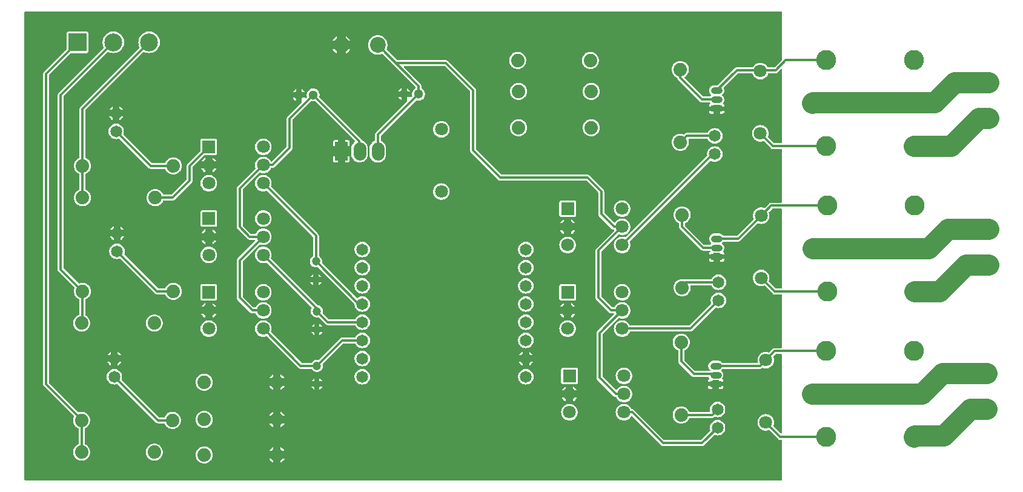
<source format=gtl>
G04 Layer: TopLayer*
G04 EasyEDA v6.5.8, 2022-07-18 10:06:56*
G04 273c276c2863449b8c9a1f5c07be89c0,0c792c838a6744a9a4735c8e6cb38716,10*
G04 Gerber Generator version 0.2*
G04 Scale: 100 percent, Rotated: No, Reflected: No *
G04 Dimensions in millimeters *
G04 leading zeros omitted , absolute positions ,4 integer and 5 decimal *
%FSLAX45Y45*%
%MOMM*%

%ADD10C,0.3000*%
%ADD11C,3.0000*%
%ADD12C,1.2000*%
%ADD13C,1.8000*%
%ADD14C,2.5000*%
%ADD15C,1.6510*%
%ADD16R,1.6000X0.9000*%
%ADD17C,1.8796*%
%ADD18C,2.0000*%
%ADD19C,2.2000*%
%ADD20C,1.3000*%
%ADD21C,2.7940*%
%ADD22C,0.9000*%
%ADD23C,0.0144*%

%LPD*%
G36*
X544068Y-736092D02*
G01*
X540156Y-735330D01*
X536905Y-733094D01*
X534670Y-729843D01*
X533908Y-725932D01*
X533908Y5805932D01*
X534670Y5809843D01*
X536905Y5813094D01*
X540156Y5815330D01*
X544068Y5816092D01*
X11115040Y5816092D01*
X11118951Y5815330D01*
X11122202Y5813094D01*
X11124438Y5809843D01*
X11125200Y5805932D01*
X11125200Y5145278D01*
X11124438Y5141366D01*
X11122202Y5138064D01*
X11022330Y5038191D01*
X11019028Y5035956D01*
X11015167Y5035194D01*
X10928908Y5035194D01*
X10925403Y5035854D01*
X10922304Y5037683D01*
X10920018Y5040477D01*
X10918240Y5043678D01*
X10909706Y5055463D01*
X10899749Y5066080D01*
X10888522Y5075377D01*
X10876229Y5083149D01*
X10863072Y5089347D01*
X10849203Y5093868D01*
X10834928Y5096560D01*
X10820400Y5097475D01*
X10805871Y5096560D01*
X10791596Y5093868D01*
X10777728Y5089347D01*
X10764570Y5083149D01*
X10752277Y5075377D01*
X10741050Y5066080D01*
X10731093Y5055463D01*
X10722559Y5043678D01*
X10720781Y5040477D01*
X10718495Y5037683D01*
X10715396Y5035854D01*
X10711891Y5035194D01*
X10493908Y5035194D01*
X10485424Y5034381D01*
X10477754Y5032044D01*
X10470692Y5028285D01*
X10464139Y5022850D01*
X10226852Y4785563D01*
X10223550Y4783378D01*
X10219639Y4782616D01*
X10176205Y4782616D01*
X10164724Y4781702D01*
X10153904Y4779111D01*
X10143642Y4774844D01*
X10134142Y4769053D01*
X10125659Y4761839D01*
X10118445Y4753356D01*
X10112654Y4743856D01*
X10108387Y4733594D01*
X10105796Y4722774D01*
X10104932Y4711700D01*
X10105796Y4700625D01*
X10108387Y4689805D01*
X10112654Y4679543D01*
X10118445Y4670044D01*
X10125659Y4661560D01*
X10132314Y4655921D01*
X10134955Y4652467D01*
X10135870Y4648200D01*
X10134955Y4643932D01*
X10132314Y4640478D01*
X10125659Y4634839D01*
X10120884Y4629150D01*
X10117378Y4626559D01*
X10113111Y4625594D01*
X10028732Y4625594D01*
X10024872Y4626356D01*
X10021570Y4628591D01*
X9764115Y4886045D01*
X9761728Y4889754D01*
X9761169Y4894122D01*
X9762439Y4898288D01*
X9765385Y4901539D01*
X9777933Y4910429D01*
X9788855Y4920335D01*
X9798456Y4931562D01*
X9806584Y4943856D01*
X9813188Y4957064D01*
X9818116Y4970983D01*
X9821265Y4985410D01*
X9822637Y5000091D01*
X9822180Y5014874D01*
X9819894Y5029454D01*
X9815830Y5043627D01*
X9810089Y5057241D01*
X9802723Y5069992D01*
X9793833Y5081778D01*
X9783572Y5092395D01*
X9772040Y5101640D01*
X9759492Y5109413D01*
X9746081Y5115560D01*
X9732060Y5120030D01*
X9717532Y5122773D01*
X9702800Y5123688D01*
X9688068Y5122773D01*
X9673539Y5120030D01*
X9659518Y5115560D01*
X9646107Y5109413D01*
X9633559Y5101640D01*
X9622028Y5092395D01*
X9611766Y5081778D01*
X9602876Y5069992D01*
X9595510Y5057241D01*
X9589770Y5043627D01*
X9585706Y5029454D01*
X9583420Y5014874D01*
X9583013Y5000091D01*
X9584334Y4985410D01*
X9587484Y4970983D01*
X9592411Y4957064D01*
X9599015Y4943856D01*
X9607143Y4931562D01*
X9616744Y4920335D01*
X9627666Y4910429D01*
X9639706Y4901895D01*
X9652711Y4894884D01*
X9655911Y4893665D01*
X9659061Y4891684D01*
X9661347Y4888738D01*
X9662363Y4885182D01*
X9662718Y4881524D01*
X9665055Y4873853D01*
X9668814Y4866792D01*
X9674250Y4860239D01*
X9978339Y4556150D01*
X9984892Y4550714D01*
X9991953Y4546955D01*
X9999624Y4544618D01*
X10008108Y4543806D01*
X10112654Y4543806D01*
X10116921Y4542891D01*
X10120376Y4540250D01*
X10122408Y4536440D01*
X10122712Y4532122D01*
X10121138Y4528058D01*
X10118090Y4525010D01*
X10114686Y4522927D01*
X10110571Y4518812D01*
X10107523Y4513935D01*
X10105593Y4508449D01*
X10104882Y4502150D01*
X10104882Y4486554D01*
X10164470Y4486554D01*
X10164470Y4503724D01*
X10165283Y4507788D01*
X10167721Y4511192D01*
X10171277Y4513326D01*
X10176205Y4513783D01*
X10245394Y4513783D01*
X10250322Y4513326D01*
X10253878Y4511192D01*
X10256316Y4507788D01*
X10257129Y4503724D01*
X10257129Y4486554D01*
X10316718Y4486554D01*
X10316718Y4502150D01*
X10316006Y4508449D01*
X10314076Y4513935D01*
X10311028Y4518812D01*
X10306913Y4522927D01*
X10303205Y4525213D01*
X10300157Y4528261D01*
X10298582Y4532274D01*
X10298836Y4536592D01*
X10300919Y4540402D01*
X10303154Y4543044D01*
X10308945Y4552543D01*
X10313212Y4562805D01*
X10315803Y4573625D01*
X10316667Y4584700D01*
X10315803Y4595774D01*
X10313212Y4606594D01*
X10308945Y4616856D01*
X10303154Y4626356D01*
X10295940Y4634839D01*
X10289286Y4640478D01*
X10286644Y4643932D01*
X10285730Y4648200D01*
X10286644Y4652467D01*
X10289286Y4655921D01*
X10295940Y4661560D01*
X10303154Y4670044D01*
X10308945Y4679543D01*
X10313212Y4689805D01*
X10315803Y4700625D01*
X10316667Y4711700D01*
X10315803Y4722774D01*
X10313212Y4733594D01*
X10309148Y4743348D01*
X10308386Y4747260D01*
X10309148Y4751120D01*
X10311384Y4754422D01*
X10507370Y4950409D01*
X10510672Y4952593D01*
X10514533Y4953406D01*
X10700359Y4953406D01*
X10704322Y4952593D01*
X10707624Y4950307D01*
X10709808Y4946904D01*
X10715548Y4932222D01*
X10722559Y4919522D01*
X10731093Y4907737D01*
X10741050Y4897120D01*
X10752277Y4887874D01*
X10764570Y4880051D01*
X10777728Y4873853D01*
X10791596Y4869383D01*
X10805871Y4866640D01*
X10820400Y4865725D01*
X10834928Y4866640D01*
X10849203Y4869383D01*
X10863072Y4873853D01*
X10876229Y4880051D01*
X10888522Y4887874D01*
X10899749Y4897120D01*
X10909706Y4907737D01*
X10918240Y4919522D01*
X10925251Y4932222D01*
X10930991Y4946904D01*
X10933176Y4950307D01*
X10936478Y4952593D01*
X10940440Y4953406D01*
X11035792Y4953406D01*
X11044275Y4954219D01*
X11051946Y4956556D01*
X11059007Y4960315D01*
X11065560Y4965750D01*
X11107877Y5008016D01*
X11111128Y5010200D01*
X11115040Y5010962D01*
X11118951Y5010200D01*
X11122202Y5008016D01*
X11124438Y5004714D01*
X11125200Y5000802D01*
X11125200Y3984955D01*
X11124438Y3981094D01*
X11122202Y3977792D01*
X11118951Y3975557D01*
X11115040Y3974795D01*
X11019231Y3974795D01*
X11015370Y3975557D01*
X11012068Y3977792D01*
X10930636Y4059224D01*
X10928451Y4062476D01*
X10927689Y4066286D01*
X10928400Y4070146D01*
X10930636Y4075785D01*
X10934242Y4089857D01*
X10936071Y4104335D01*
X10936071Y4118864D01*
X10934242Y4133291D01*
X10930636Y4147413D01*
X10925251Y4160926D01*
X10918240Y4173677D01*
X10909706Y4185462D01*
X10899749Y4196080D01*
X10888522Y4205325D01*
X10876229Y4213148D01*
X10863072Y4219346D01*
X10849203Y4223816D01*
X10834928Y4226560D01*
X10820400Y4227474D01*
X10805871Y4226560D01*
X10791596Y4223816D01*
X10777728Y4219346D01*
X10764570Y4213148D01*
X10752277Y4205325D01*
X10741050Y4196080D01*
X10731093Y4185462D01*
X10722559Y4173677D01*
X10715548Y4160926D01*
X10710164Y4147413D01*
X10706557Y4133291D01*
X10704728Y4118864D01*
X10704728Y4104335D01*
X10706557Y4089857D01*
X10710164Y4075785D01*
X10715548Y4062272D01*
X10722559Y4049522D01*
X10731093Y4037736D01*
X10741050Y4027119D01*
X10752277Y4017822D01*
X10764570Y4010050D01*
X10777728Y4003852D01*
X10791596Y3999331D01*
X10805871Y3996639D01*
X10820400Y3995724D01*
X10834928Y3996639D01*
X10849203Y3999331D01*
X10862614Y4003700D01*
X10866272Y4004157D01*
X10869879Y4003294D01*
X10872927Y4001211D01*
X10968837Y3905351D01*
X10975390Y3899915D01*
X10982452Y3896156D01*
X10990122Y3893820D01*
X10998606Y3893007D01*
X11115040Y3893007D01*
X11118951Y3892194D01*
X11122202Y3890010D01*
X11124438Y3886708D01*
X11125200Y3882847D01*
X11125200Y3152952D01*
X11124438Y3149092D01*
X11122202Y3145790D01*
X11118951Y3143554D01*
X11115040Y3142792D01*
X10973206Y3142792D01*
X10964722Y3141980D01*
X10957052Y3139643D01*
X10949990Y3135884D01*
X10943437Y3130448D01*
X10885627Y3072688D01*
X10882579Y3070606D01*
X10878972Y3069742D01*
X10875314Y3070199D01*
X10861903Y3074568D01*
X10847628Y3077260D01*
X10833100Y3078175D01*
X10818571Y3077260D01*
X10804296Y3074568D01*
X10790428Y3070047D01*
X10777270Y3063849D01*
X10764977Y3056077D01*
X10753750Y3046780D01*
X10743793Y3036163D01*
X10735259Y3024378D01*
X10728248Y3011627D01*
X10722864Y2998114D01*
X10719257Y2984042D01*
X10717428Y2969564D01*
X10717428Y2955036D01*
X10719257Y2940608D01*
X10722864Y2926486D01*
X10725099Y2920847D01*
X10725861Y2916986D01*
X10725048Y2913176D01*
X10722864Y2909925D01*
X10498429Y2685491D01*
X10495127Y2683256D01*
X10491266Y2682494D01*
X10308488Y2682494D01*
X10304221Y2683459D01*
X10300716Y2686050D01*
X10295940Y2691739D01*
X10287457Y2698953D01*
X10277957Y2704744D01*
X10267696Y2709011D01*
X10256875Y2711602D01*
X10245394Y2712516D01*
X10176205Y2712516D01*
X10164724Y2711602D01*
X10153904Y2709011D01*
X10143642Y2704744D01*
X10134142Y2698953D01*
X10125659Y2691739D01*
X10118445Y2683256D01*
X10112654Y2673756D01*
X10108387Y2663494D01*
X10105796Y2652674D01*
X10104932Y2641600D01*
X10105796Y2630525D01*
X10108387Y2619705D01*
X10112654Y2609443D01*
X10118445Y2599944D01*
X10125659Y2591460D01*
X10132314Y2585821D01*
X10134955Y2582367D01*
X10135870Y2578100D01*
X10134955Y2573832D01*
X10132314Y2570378D01*
X10125659Y2564739D01*
X10120884Y2559050D01*
X10117378Y2556459D01*
X10113111Y2555494D01*
X10041432Y2555494D01*
X10037572Y2556256D01*
X10034270Y2558491D01*
X9772091Y2820670D01*
X9769906Y2823972D01*
X9769094Y2827832D01*
X9769094Y2852369D01*
X9769906Y2856331D01*
X9772192Y2859684D01*
X9775596Y2861868D01*
X9778288Y2862884D01*
X9791293Y2869895D01*
X9803333Y2878429D01*
X9814255Y2888335D01*
X9823856Y2899562D01*
X9831984Y2911856D01*
X9838588Y2925064D01*
X9843516Y2938983D01*
X9846665Y2953410D01*
X9848037Y2968091D01*
X9847580Y2982874D01*
X9845294Y2997454D01*
X9841230Y3011627D01*
X9835489Y3025241D01*
X9828123Y3037992D01*
X9819233Y3049778D01*
X9808972Y3060395D01*
X9797440Y3069640D01*
X9784892Y3077413D01*
X9771481Y3083560D01*
X9757460Y3088030D01*
X9742932Y3090773D01*
X9728200Y3091688D01*
X9713468Y3090773D01*
X9698939Y3088030D01*
X9684918Y3083560D01*
X9671507Y3077413D01*
X9658959Y3069640D01*
X9647428Y3060395D01*
X9637166Y3049778D01*
X9628276Y3037992D01*
X9620910Y3025241D01*
X9615170Y3011627D01*
X9611106Y2997454D01*
X9608820Y2982874D01*
X9608413Y2968091D01*
X9609734Y2953410D01*
X9612884Y2938983D01*
X9617811Y2925064D01*
X9624415Y2911856D01*
X9632543Y2899562D01*
X9642144Y2888335D01*
X9653066Y2878429D01*
X9665106Y2869895D01*
X9678111Y2862884D01*
X9680803Y2861868D01*
X9684207Y2859684D01*
X9686493Y2856331D01*
X9687306Y2852369D01*
X9687306Y2807208D01*
X9688118Y2798724D01*
X9690455Y2791053D01*
X9694214Y2783992D01*
X9699650Y2777439D01*
X9991039Y2486050D01*
X9997592Y2480614D01*
X10004653Y2476855D01*
X10012324Y2474518D01*
X10020808Y2473706D01*
X10112654Y2473706D01*
X10116921Y2472791D01*
X10120376Y2470150D01*
X10122408Y2466340D01*
X10122712Y2462022D01*
X10121138Y2457958D01*
X10118090Y2454910D01*
X10114686Y2452827D01*
X10110571Y2448712D01*
X10107523Y2443835D01*
X10105593Y2438349D01*
X10104882Y2432050D01*
X10104882Y2416454D01*
X10164470Y2416454D01*
X10164470Y2433624D01*
X10165283Y2437688D01*
X10167721Y2441092D01*
X10171277Y2443226D01*
X10176205Y2443683D01*
X10245394Y2443683D01*
X10250322Y2443226D01*
X10253878Y2441092D01*
X10256316Y2437688D01*
X10257129Y2433624D01*
X10257129Y2416454D01*
X10316718Y2416454D01*
X10316718Y2432050D01*
X10316006Y2438349D01*
X10314076Y2443835D01*
X10311028Y2448712D01*
X10306913Y2452827D01*
X10303205Y2455113D01*
X10300157Y2458161D01*
X10298582Y2462174D01*
X10298836Y2466492D01*
X10300919Y2470302D01*
X10303154Y2472944D01*
X10308945Y2482443D01*
X10313212Y2492705D01*
X10315803Y2503525D01*
X10316667Y2514600D01*
X10315803Y2525674D01*
X10313212Y2536494D01*
X10308945Y2546756D01*
X10303154Y2556256D01*
X10295940Y2564739D01*
X10289286Y2570378D01*
X10286644Y2573832D01*
X10285730Y2578100D01*
X10286644Y2582367D01*
X10289286Y2585821D01*
X10295940Y2591460D01*
X10300716Y2597150D01*
X10304221Y2599740D01*
X10308488Y2600706D01*
X10511891Y2600706D01*
X10520375Y2601518D01*
X10528046Y2603855D01*
X10535107Y2607614D01*
X10541660Y2613050D01*
X10780572Y2851912D01*
X10783620Y2854045D01*
X10787227Y2854909D01*
X10790885Y2854401D01*
X10804296Y2850083D01*
X10818571Y2847340D01*
X10833100Y2846425D01*
X10847628Y2847340D01*
X10861903Y2850083D01*
X10875772Y2854553D01*
X10888929Y2860751D01*
X10901222Y2868574D01*
X10912449Y2877820D01*
X10922406Y2888437D01*
X10930940Y2900222D01*
X10937951Y2912973D01*
X10943336Y2926486D01*
X10946942Y2940608D01*
X10948771Y2955036D01*
X10948771Y2969564D01*
X10946942Y2984042D01*
X10943336Y2998114D01*
X10941100Y3003753D01*
X10940389Y3007614D01*
X10941151Y3011424D01*
X10943336Y3014675D01*
X10986668Y3058007D01*
X10989970Y3060192D01*
X10993831Y3061004D01*
X11115040Y3061004D01*
X11118951Y3060192D01*
X11122202Y3058007D01*
X11124438Y3054705D01*
X11125200Y3050844D01*
X11125200Y1952955D01*
X11124438Y1949094D01*
X11122202Y1945792D01*
X11118951Y1943557D01*
X11115040Y1942795D01*
X11044631Y1942795D01*
X11040770Y1943557D01*
X11037468Y1945792D01*
X10943336Y2039924D01*
X10941151Y2043175D01*
X10940389Y2046986D01*
X10941100Y2050846D01*
X10943336Y2056485D01*
X10946942Y2070557D01*
X10948771Y2085035D01*
X10948771Y2099564D01*
X10946942Y2113991D01*
X10943336Y2128113D01*
X10937951Y2141626D01*
X10930940Y2154377D01*
X10922406Y2166162D01*
X10912449Y2176780D01*
X10901222Y2186025D01*
X10888929Y2193848D01*
X10875772Y2200046D01*
X10861903Y2204516D01*
X10847628Y2207260D01*
X10833100Y2208174D01*
X10818571Y2207260D01*
X10804296Y2204516D01*
X10790428Y2200046D01*
X10777270Y2193848D01*
X10764977Y2186025D01*
X10753750Y2176780D01*
X10743793Y2166162D01*
X10735259Y2154377D01*
X10728248Y2141626D01*
X10722864Y2128113D01*
X10719257Y2113991D01*
X10717428Y2099564D01*
X10717428Y2085035D01*
X10719257Y2070557D01*
X10722864Y2056485D01*
X10728248Y2042972D01*
X10735259Y2030222D01*
X10743793Y2018436D01*
X10753750Y2007819D01*
X10764977Y1998522D01*
X10777270Y1990750D01*
X10790428Y1984552D01*
X10804296Y1980031D01*
X10818571Y1977339D01*
X10833100Y1976424D01*
X10847628Y1977339D01*
X10861903Y1980031D01*
X10875314Y1984400D01*
X10878972Y1984857D01*
X10882579Y1983993D01*
X10885627Y1981911D01*
X10994237Y1873351D01*
X11000790Y1867916D01*
X11007852Y1864156D01*
X11015522Y1861820D01*
X11024006Y1861007D01*
X11115040Y1861007D01*
X11118951Y1860194D01*
X11122202Y1858010D01*
X11124438Y1854707D01*
X11125200Y1850847D01*
X11125200Y1120952D01*
X11124438Y1117092D01*
X11122202Y1113790D01*
X11118951Y1111554D01*
X11115040Y1110792D01*
X11024006Y1110792D01*
X11015522Y1109980D01*
X11007852Y1107643D01*
X11000790Y1103884D01*
X10994237Y1098448D01*
X10949127Y1053388D01*
X10946079Y1051306D01*
X10942472Y1050442D01*
X10938814Y1050899D01*
X10925403Y1055268D01*
X10911128Y1057960D01*
X10896600Y1058875D01*
X10882071Y1057960D01*
X10867796Y1055268D01*
X10853928Y1050747D01*
X10840770Y1044549D01*
X10828477Y1036777D01*
X10817250Y1027480D01*
X10807293Y1016863D01*
X10798759Y1005078D01*
X10791748Y992327D01*
X10786364Y978814D01*
X10782757Y964742D01*
X10780928Y950264D01*
X10780928Y935736D01*
X10782757Y921308D01*
X10783824Y917194D01*
X10784078Y913536D01*
X10783011Y909980D01*
X10780725Y907084D01*
X10777575Y905154D01*
X10773968Y904494D01*
X10295788Y904494D01*
X10291521Y905459D01*
X10288016Y908050D01*
X10283240Y913739D01*
X10274757Y920953D01*
X10265257Y926744D01*
X10254996Y931011D01*
X10244175Y933602D01*
X10232694Y934516D01*
X10163505Y934516D01*
X10152024Y933602D01*
X10141204Y931011D01*
X10130942Y926744D01*
X10121442Y920953D01*
X10112959Y913739D01*
X10105745Y905256D01*
X10099954Y895756D01*
X10095687Y885494D01*
X10093096Y874674D01*
X10092232Y863600D01*
X10093096Y852525D01*
X10095687Y841705D01*
X10099954Y831443D01*
X10105745Y821944D01*
X10112959Y813460D01*
X10119309Y808075D01*
X10121798Y804875D01*
X10122865Y800912D01*
X10122204Y796848D01*
X10120071Y793394D01*
X10116718Y791057D01*
X10112705Y790194D01*
X9914432Y790194D01*
X9910572Y790956D01*
X9907270Y793191D01*
X9759391Y941069D01*
X9757206Y944371D01*
X9756394Y948232D01*
X9756394Y1074369D01*
X9757206Y1078331D01*
X9759492Y1081684D01*
X9762896Y1083868D01*
X9765588Y1084884D01*
X9778593Y1091895D01*
X9790633Y1100429D01*
X9801555Y1110335D01*
X9811156Y1121562D01*
X9819284Y1133856D01*
X9825888Y1147064D01*
X9830816Y1160983D01*
X9833965Y1175410D01*
X9835337Y1190091D01*
X9834880Y1204874D01*
X9832594Y1219454D01*
X9828530Y1233627D01*
X9822789Y1247241D01*
X9815423Y1259992D01*
X9806533Y1271778D01*
X9796272Y1282395D01*
X9784740Y1291640D01*
X9772192Y1299413D01*
X9758781Y1305560D01*
X9744760Y1310030D01*
X9730232Y1312773D01*
X9715500Y1313688D01*
X9700768Y1312773D01*
X9686239Y1310030D01*
X9672218Y1305560D01*
X9658807Y1299413D01*
X9646259Y1291640D01*
X9634728Y1282395D01*
X9624466Y1271778D01*
X9615576Y1259992D01*
X9608210Y1247241D01*
X9602470Y1233627D01*
X9598406Y1219454D01*
X9596120Y1204874D01*
X9595713Y1190091D01*
X9597034Y1175410D01*
X9600184Y1160983D01*
X9605111Y1147064D01*
X9611715Y1133856D01*
X9619843Y1121562D01*
X9629444Y1110335D01*
X9640366Y1100429D01*
X9652406Y1091895D01*
X9665411Y1084884D01*
X9668103Y1083868D01*
X9671507Y1081684D01*
X9673793Y1078331D01*
X9674606Y1074369D01*
X9674606Y927608D01*
X9675418Y919124D01*
X9677755Y911453D01*
X9681514Y904392D01*
X9686950Y897839D01*
X9864039Y720750D01*
X9870592Y715314D01*
X9877653Y711555D01*
X9885324Y709218D01*
X9893808Y708406D01*
X10091826Y708406D01*
X10095230Y707796D01*
X10098227Y706120D01*
X10100513Y703529D01*
X10105745Y694944D01*
X10107980Y692302D01*
X10110063Y688492D01*
X10110317Y684174D01*
X10108742Y680161D01*
X10105694Y677113D01*
X10101986Y674827D01*
X10097871Y670712D01*
X10094823Y665835D01*
X10092893Y660349D01*
X10092182Y654050D01*
X10092182Y638454D01*
X10151770Y638454D01*
X10151770Y655624D01*
X10152583Y659688D01*
X10155021Y663092D01*
X10158577Y665226D01*
X10163505Y665683D01*
X10232694Y665683D01*
X10237622Y665226D01*
X10241178Y663092D01*
X10243616Y659688D01*
X10244429Y655624D01*
X10244429Y638454D01*
X10304018Y638454D01*
X10304018Y654050D01*
X10303306Y660349D01*
X10301376Y665835D01*
X10298328Y670712D01*
X10294213Y674827D01*
X10290505Y677113D01*
X10287457Y680161D01*
X10285882Y684174D01*
X10286136Y688492D01*
X10288219Y692302D01*
X10290454Y694944D01*
X10296245Y704443D01*
X10300512Y714705D01*
X10303103Y725525D01*
X10303967Y736600D01*
X10303103Y747674D01*
X10300512Y758494D01*
X10296245Y768756D01*
X10290454Y778256D01*
X10283240Y786739D01*
X10276586Y792378D01*
X10273944Y795832D01*
X10273030Y800100D01*
X10273944Y804367D01*
X10276586Y807821D01*
X10283240Y813460D01*
X10288016Y819150D01*
X10291521Y821740D01*
X10295788Y822706D01*
X10816691Y822706D01*
X10825175Y823518D01*
X10832846Y825855D01*
X10839907Y829614D01*
X10844479Y833424D01*
X10847425Y835101D01*
X10850727Y835710D01*
X10854080Y835202D01*
X10867796Y830783D01*
X10882071Y828040D01*
X10896600Y827125D01*
X10911128Y828040D01*
X10925403Y830783D01*
X10939272Y835253D01*
X10952429Y841451D01*
X10964722Y849274D01*
X10975949Y858519D01*
X10985906Y869137D01*
X10994440Y880922D01*
X11001451Y893673D01*
X11006836Y907186D01*
X11010442Y921308D01*
X11012271Y935736D01*
X11012271Y950264D01*
X11010442Y964742D01*
X11006836Y978814D01*
X11004600Y984453D01*
X11003889Y988314D01*
X11004651Y992124D01*
X11006836Y995375D01*
X11037468Y1026007D01*
X11040770Y1028192D01*
X11044631Y1029004D01*
X11115040Y1029004D01*
X11118951Y1028192D01*
X11122202Y1026007D01*
X11124438Y1022705D01*
X11125200Y1018844D01*
X11125200Y-73202D01*
X11124438Y-77114D01*
X11122202Y-80416D01*
X11118951Y-82600D01*
X11115040Y-83362D01*
X11111128Y-82600D01*
X11107877Y-80416D01*
X11006836Y20624D01*
X11004651Y23876D01*
X11003889Y27686D01*
X11004600Y31546D01*
X11006836Y37185D01*
X11010442Y51257D01*
X11012271Y65735D01*
X11012271Y80264D01*
X11010442Y94691D01*
X11006836Y108813D01*
X11001451Y122326D01*
X10994440Y135077D01*
X10985906Y146862D01*
X10975949Y157480D01*
X10964722Y166725D01*
X10952429Y174548D01*
X10939272Y180746D01*
X10925403Y185216D01*
X10911128Y187960D01*
X10896600Y188874D01*
X10882071Y187960D01*
X10867796Y185216D01*
X10853928Y180746D01*
X10840770Y174548D01*
X10828477Y166725D01*
X10817250Y157480D01*
X10807293Y146862D01*
X10798759Y135077D01*
X10791748Y122326D01*
X10786364Y108813D01*
X10782757Y94691D01*
X10780928Y80264D01*
X10780928Y65735D01*
X10782757Y51257D01*
X10786364Y37185D01*
X10791748Y23672D01*
X10798759Y10922D01*
X10807293Y-863D01*
X10817250Y-11480D01*
X10828477Y-20777D01*
X10840770Y-28549D01*
X10853928Y-34747D01*
X10867796Y-39268D01*
X10882071Y-41960D01*
X10896600Y-42875D01*
X10911128Y-41960D01*
X10925403Y-39268D01*
X10938814Y-34899D01*
X10942472Y-34442D01*
X10946079Y-35306D01*
X10949127Y-37388D01*
X11070437Y-158648D01*
X11076990Y-164084D01*
X11084052Y-167843D01*
X11091722Y-170180D01*
X11100206Y-170992D01*
X11115040Y-170992D01*
X11118951Y-171805D01*
X11122202Y-173990D01*
X11124438Y-177292D01*
X11125200Y-181152D01*
X11125200Y-725932D01*
X11124438Y-729843D01*
X11122202Y-733094D01*
X11118951Y-735330D01*
X11115040Y-736092D01*
G37*

%LPC*%
G36*
X3044291Y-500837D02*
G01*
X3059074Y-500380D01*
X3073654Y-498093D01*
X3087827Y-494030D01*
X3101441Y-488289D01*
X3114192Y-480923D01*
X3125978Y-472033D01*
X3136595Y-461772D01*
X3145840Y-450240D01*
X3153613Y-437692D01*
X3159760Y-424281D01*
X3164230Y-410260D01*
X3166973Y-395732D01*
X3167888Y-381000D01*
X3166973Y-366268D01*
X3164230Y-351739D01*
X3159760Y-337718D01*
X3153613Y-324307D01*
X3145840Y-311759D01*
X3136595Y-300228D01*
X3125978Y-289966D01*
X3114192Y-281076D01*
X3101441Y-273710D01*
X3087827Y-267970D01*
X3073654Y-263906D01*
X3059074Y-261620D01*
X3044291Y-261213D01*
X3029610Y-262534D01*
X3015183Y-265684D01*
X3001264Y-270611D01*
X2988056Y-277215D01*
X2975762Y-285343D01*
X2964535Y-294944D01*
X2954629Y-305866D01*
X2946095Y-317906D01*
X2939084Y-330911D01*
X2933750Y-344678D01*
X2930194Y-358952D01*
X2928366Y-373634D01*
X2928366Y-388366D01*
X2930194Y-403047D01*
X2933750Y-417322D01*
X2939084Y-431088D01*
X2946095Y-444093D01*
X2954629Y-456133D01*
X2964535Y-467055D01*
X2975762Y-476656D01*
X2988056Y-484784D01*
X3001264Y-491388D01*
X3015183Y-496316D01*
X3029610Y-499465D01*
G37*
G36*
X4117340Y-488340D02*
G01*
X4130192Y-480923D01*
X4141978Y-472033D01*
X4152595Y-461772D01*
X4161840Y-450240D01*
X4169613Y-437692D01*
X4171137Y-434340D01*
X4117340Y-434340D01*
G37*
G36*
X4010660Y-488086D02*
G01*
X4010660Y-434340D01*
X3956862Y-434340D01*
X3962095Y-444093D01*
X3970629Y-456133D01*
X3980535Y-467055D01*
X3991762Y-476656D01*
X4004056Y-484784D01*
G37*
G36*
X2345791Y-462737D02*
G01*
X2360574Y-462280D01*
X2375154Y-459993D01*
X2389327Y-455930D01*
X2402941Y-450189D01*
X2415692Y-442823D01*
X2427478Y-433933D01*
X2438095Y-423672D01*
X2447340Y-412140D01*
X2455113Y-399592D01*
X2461260Y-386181D01*
X2465730Y-372160D01*
X2468473Y-357632D01*
X2469388Y-342900D01*
X2468473Y-328168D01*
X2465730Y-313639D01*
X2461260Y-299618D01*
X2455113Y-286207D01*
X2447340Y-273659D01*
X2438095Y-262128D01*
X2427478Y-251866D01*
X2415692Y-242976D01*
X2402941Y-235610D01*
X2389327Y-229870D01*
X2375154Y-225806D01*
X2360574Y-223520D01*
X2345791Y-223113D01*
X2331110Y-224434D01*
X2316683Y-227584D01*
X2302764Y-232511D01*
X2289556Y-239115D01*
X2277262Y-247243D01*
X2266035Y-256844D01*
X2256129Y-267766D01*
X2247595Y-279806D01*
X2240584Y-292811D01*
X2235250Y-306578D01*
X2231694Y-320852D01*
X2229866Y-335534D01*
X2229866Y-350266D01*
X2231694Y-364947D01*
X2235250Y-379222D01*
X2240584Y-392988D01*
X2247595Y-405993D01*
X2256129Y-418033D01*
X2266035Y-428955D01*
X2277262Y-438556D01*
X2289556Y-446684D01*
X2302764Y-453288D01*
X2316683Y-458216D01*
X2331110Y-461365D01*
G37*
G36*
X1329791Y-462737D02*
G01*
X1344574Y-462280D01*
X1359154Y-459993D01*
X1373327Y-455930D01*
X1386941Y-450189D01*
X1399692Y-442823D01*
X1411478Y-433933D01*
X1422095Y-423672D01*
X1431340Y-412140D01*
X1439113Y-399592D01*
X1445260Y-386181D01*
X1449730Y-372160D01*
X1452473Y-357632D01*
X1453388Y-342900D01*
X1452473Y-328168D01*
X1449730Y-313639D01*
X1445260Y-299618D01*
X1439113Y-286207D01*
X1431340Y-273659D01*
X1422095Y-262128D01*
X1411478Y-251866D01*
X1399692Y-242976D01*
X1386941Y-235610D01*
X1380591Y-232917D01*
X1377340Y-230733D01*
X1375156Y-227431D01*
X1374394Y-223570D01*
X1374394Y-17729D01*
X1375156Y-13868D01*
X1377340Y-10566D01*
X1380591Y-8382D01*
X1386941Y-5689D01*
X1399692Y1676D01*
X1411478Y10566D01*
X1422095Y20828D01*
X1431340Y32359D01*
X1439113Y44907D01*
X1445260Y58318D01*
X1449730Y72339D01*
X1452473Y86868D01*
X1453388Y101600D01*
X1452473Y116332D01*
X1449730Y130860D01*
X1445260Y144881D01*
X1439113Y158292D01*
X1431340Y170840D01*
X1422095Y182372D01*
X1411478Y192633D01*
X1399692Y201523D01*
X1386941Y208889D01*
X1373327Y214629D01*
X1359154Y218694D01*
X1344574Y220979D01*
X1329791Y221386D01*
X1315110Y220065D01*
X1300683Y216916D01*
X1297889Y215900D01*
X1294180Y215341D01*
X1290472Y216154D01*
X1287322Y218287D01*
X882091Y623570D01*
X879906Y626872D01*
X879094Y630732D01*
X879094Y4923840D01*
X879906Y4927752D01*
X882091Y4931054D01*
X1181963Y5230926D01*
X1185265Y5233111D01*
X1189177Y5233873D01*
X1402435Y5233873D01*
X1408734Y5234584D01*
X1414221Y5236514D01*
X1419098Y5239613D01*
X1423212Y5243677D01*
X1426260Y5248605D01*
X1428191Y5254040D01*
X1428902Y5260390D01*
X1428902Y5509209D01*
X1428191Y5515559D01*
X1426260Y5520994D01*
X1423212Y5525922D01*
X1419098Y5529986D01*
X1414221Y5533085D01*
X1408734Y5535015D01*
X1402435Y5535726D01*
X1153566Y5535726D01*
X1147267Y5535015D01*
X1141780Y5533085D01*
X1136904Y5529986D01*
X1132789Y5525922D01*
X1129690Y5520994D01*
X1127810Y5515559D01*
X1127099Y5509209D01*
X1127099Y5295950D01*
X1126337Y5292090D01*
X1124102Y5288788D01*
X809650Y4974285D01*
X804214Y4967681D01*
X800455Y4960620D01*
X798118Y4952949D01*
X797306Y4944516D01*
X797306Y610108D01*
X798118Y601624D01*
X800455Y593953D01*
X804214Y586892D01*
X809650Y580339D01*
X1224026Y165912D01*
X1226362Y162306D01*
X1226972Y158038D01*
X1225804Y153924D01*
X1224584Y151688D01*
X1219250Y137922D01*
X1215694Y123647D01*
X1213866Y108966D01*
X1213866Y94234D01*
X1215694Y79552D01*
X1219250Y65278D01*
X1224584Y51511D01*
X1231595Y38506D01*
X1240129Y26466D01*
X1250035Y15544D01*
X1261262Y5943D01*
X1273556Y-2184D01*
X1286967Y-8890D01*
X1289964Y-11125D01*
X1291894Y-14325D01*
X1292606Y-17983D01*
X1292606Y-223316D01*
X1291894Y-226974D01*
X1289964Y-230174D01*
X1286967Y-232410D01*
X1273556Y-239115D01*
X1261262Y-247243D01*
X1250035Y-256844D01*
X1240129Y-267766D01*
X1231595Y-279806D01*
X1224584Y-292811D01*
X1219250Y-306578D01*
X1215694Y-320852D01*
X1213866Y-335534D01*
X1213866Y-350266D01*
X1215694Y-364947D01*
X1219250Y-379222D01*
X1224584Y-392988D01*
X1231595Y-405993D01*
X1240129Y-418033D01*
X1250035Y-428955D01*
X1261262Y-438556D01*
X1273556Y-446684D01*
X1286764Y-453288D01*
X1300683Y-458216D01*
X1315110Y-461365D01*
G37*
G36*
X3956862Y-327660D02*
G01*
X4010660Y-327660D01*
X4010660Y-273913D01*
X4004056Y-277215D01*
X3991762Y-285343D01*
X3980535Y-294944D01*
X3970629Y-305866D01*
X3962095Y-317906D01*
G37*
G36*
X4117340Y-327660D02*
G01*
X4171137Y-327660D01*
X4169613Y-324307D01*
X4161840Y-311759D01*
X4152595Y-300228D01*
X4141978Y-289966D01*
X4130192Y-281076D01*
X4117340Y-273659D01*
G37*
G36*
X9462008Y-256794D02*
G01*
X10007092Y-256794D01*
X10015575Y-255981D01*
X10023246Y-253644D01*
X10030307Y-249885D01*
X10036860Y-244449D01*
X10176916Y-104444D01*
X10180015Y-102311D01*
X10183672Y-101447D01*
X10187381Y-102006D01*
X10195458Y-104749D01*
X10209326Y-107492D01*
X10223500Y-108458D01*
X10237673Y-107492D01*
X10251541Y-104749D01*
X10265003Y-100177D01*
X10277703Y-93929D01*
X10289489Y-86004D01*
X10300157Y-76657D01*
X10309504Y-65989D01*
X10317429Y-54203D01*
X10323677Y-41503D01*
X10328249Y-28041D01*
X10330992Y-14173D01*
X10331958Y0D01*
X10330992Y14173D01*
X10328249Y28041D01*
X10323677Y41503D01*
X10317429Y54203D01*
X10309504Y65989D01*
X10300157Y76657D01*
X10289489Y86004D01*
X10277703Y93929D01*
X10265003Y100177D01*
X10251541Y104749D01*
X10237673Y107492D01*
X10223500Y108458D01*
X10209326Y107492D01*
X10195458Y104749D01*
X10181996Y100177D01*
X10169296Y93929D01*
X10157510Y86004D01*
X10146842Y76657D01*
X10137495Y65989D01*
X10129570Y54203D01*
X10123322Y41503D01*
X10118750Y28041D01*
X10116007Y14173D01*
X10115042Y0D01*
X10116007Y-14173D01*
X10118750Y-28041D01*
X10121493Y-36118D01*
X10122052Y-39827D01*
X10121188Y-43484D01*
X10119055Y-46583D01*
X9993630Y-172008D01*
X9990328Y-174244D01*
X9986467Y-175006D01*
X9482632Y-175006D01*
X9478772Y-174244D01*
X9475470Y-172008D01*
X9058960Y244449D01*
X9052407Y249885D01*
X9045346Y253644D01*
X9037675Y255981D01*
X9029446Y256794D01*
X9026093Y257708D01*
X9023248Y259740D01*
X9021267Y262585D01*
X9016949Y271729D01*
X9009176Y284022D01*
X8999880Y295249D01*
X8989263Y305206D01*
X8977477Y313740D01*
X8964726Y320751D01*
X8951214Y326136D01*
X8937091Y329742D01*
X8922664Y331571D01*
X8908135Y331571D01*
X8893708Y329742D01*
X8879586Y326136D01*
X8866073Y320751D01*
X8853322Y313740D01*
X8841536Y305206D01*
X8830919Y295249D01*
X8821623Y284022D01*
X8813850Y271729D01*
X8807653Y258571D01*
X8803132Y244703D01*
X8800439Y230428D01*
X8799525Y215900D01*
X8800439Y201371D01*
X8803132Y187096D01*
X8807653Y173228D01*
X8813850Y160070D01*
X8821623Y147777D01*
X8830919Y136550D01*
X8841536Y126593D01*
X8853322Y118059D01*
X8866073Y111048D01*
X8879586Y105664D01*
X8893708Y102057D01*
X8908135Y100228D01*
X8922664Y100228D01*
X8937091Y102057D01*
X8951214Y105664D01*
X8964726Y111048D01*
X8977477Y118059D01*
X8989263Y126593D01*
X8999880Y136550D01*
X9009176Y147777D01*
X9014307Y155905D01*
X9017508Y159105D01*
X9021775Y160578D01*
X9026245Y160070D01*
X9030106Y157683D01*
X9432239Y-244449D01*
X9438792Y-249885D01*
X9445853Y-253644D01*
X9453524Y-255981D01*
G37*
G36*
X2599791Y-18237D02*
G01*
X2614574Y-17780D01*
X2629154Y-15494D01*
X2643327Y-11430D01*
X2656941Y-5689D01*
X2669692Y1676D01*
X2681478Y10566D01*
X2692095Y20828D01*
X2701340Y32359D01*
X2709113Y44907D01*
X2715260Y58318D01*
X2719730Y72339D01*
X2722473Y86868D01*
X2723388Y101600D01*
X2722473Y116332D01*
X2719730Y130860D01*
X2715260Y144881D01*
X2709113Y158292D01*
X2701340Y170840D01*
X2692095Y182372D01*
X2681478Y192633D01*
X2669692Y201523D01*
X2656941Y208889D01*
X2643327Y214629D01*
X2629154Y218694D01*
X2614574Y220979D01*
X2599791Y221386D01*
X2585110Y220065D01*
X2570683Y216916D01*
X2556764Y211988D01*
X2543556Y205384D01*
X2531262Y197256D01*
X2520035Y187655D01*
X2510129Y176733D01*
X2501595Y164693D01*
X2494584Y151688D01*
X2493568Y148996D01*
X2491384Y145592D01*
X2488031Y143306D01*
X2484069Y142494D01*
X2421432Y142494D01*
X2417572Y143256D01*
X2414270Y145491D01*
X1895144Y664616D01*
X1893011Y667715D01*
X1892147Y671372D01*
X1892706Y675081D01*
X1895449Y683158D01*
X1898192Y697026D01*
X1899157Y711200D01*
X1898192Y725373D01*
X1895449Y739241D01*
X1890877Y752703D01*
X1884629Y765403D01*
X1876704Y777189D01*
X1867357Y787857D01*
X1856689Y797204D01*
X1844903Y805129D01*
X1832203Y811377D01*
X1818741Y815949D01*
X1804873Y818692D01*
X1790700Y819658D01*
X1776526Y818692D01*
X1762658Y815949D01*
X1749196Y811377D01*
X1736496Y805129D01*
X1724710Y797204D01*
X1714042Y787857D01*
X1704695Y777189D01*
X1696770Y765403D01*
X1690522Y752703D01*
X1685950Y739241D01*
X1683207Y725373D01*
X1682242Y711200D01*
X1683207Y697026D01*
X1685950Y683158D01*
X1690522Y669696D01*
X1696770Y656996D01*
X1704695Y645210D01*
X1714042Y634542D01*
X1724710Y625195D01*
X1736496Y617270D01*
X1749196Y611022D01*
X1762658Y606450D01*
X1776526Y603707D01*
X1790700Y602742D01*
X1804873Y603707D01*
X1818741Y606450D01*
X1826818Y609193D01*
X1830527Y609752D01*
X1834184Y608888D01*
X1837283Y606755D01*
X2371039Y73050D01*
X2377592Y67614D01*
X2384653Y63855D01*
X2392324Y61518D01*
X2400808Y60706D01*
X2484069Y60706D01*
X2488031Y59893D01*
X2491384Y57607D01*
X2493568Y54203D01*
X2494584Y51511D01*
X2501595Y38506D01*
X2510129Y26466D01*
X2520035Y15544D01*
X2531262Y5943D01*
X2543556Y-2184D01*
X2556764Y-8788D01*
X2570683Y-13716D01*
X2585110Y-16865D01*
G37*
G36*
X3044291Y-5537D02*
G01*
X3059074Y-5080D01*
X3073654Y-2794D01*
X3087827Y1270D01*
X3101441Y7010D01*
X3114192Y14376D01*
X3125978Y23266D01*
X3136595Y33528D01*
X3145840Y45059D01*
X3153613Y57607D01*
X3159760Y71018D01*
X3164230Y85039D01*
X3166973Y99568D01*
X3167888Y114300D01*
X3166973Y129032D01*
X3164230Y143560D01*
X3159760Y157581D01*
X3153613Y170992D01*
X3145840Y183540D01*
X3136595Y195072D01*
X3125978Y205333D01*
X3114192Y214223D01*
X3101441Y221589D01*
X3087827Y227329D01*
X3073654Y231394D01*
X3059074Y233679D01*
X3044291Y234086D01*
X3029610Y232765D01*
X3015183Y229616D01*
X3001264Y224688D01*
X2988056Y218084D01*
X2975762Y209956D01*
X2964535Y200355D01*
X2954629Y189433D01*
X2946095Y177393D01*
X2939084Y164388D01*
X2933750Y150622D01*
X2930194Y136347D01*
X2928366Y121666D01*
X2928366Y106933D01*
X2930194Y92252D01*
X2933750Y77978D01*
X2939084Y64211D01*
X2946095Y51206D01*
X2954629Y39166D01*
X2964535Y28244D01*
X2975762Y18643D01*
X2988056Y10515D01*
X3001264Y3911D01*
X3015183Y-1016D01*
X3029610Y-4165D01*
G37*
G36*
X4117340Y6959D02*
G01*
X4130192Y14376D01*
X4141978Y23266D01*
X4152595Y33528D01*
X4161840Y45059D01*
X4169613Y57607D01*
X4171137Y60960D01*
X4117340Y60960D01*
G37*
G36*
X4010660Y7213D02*
G01*
X4010660Y60960D01*
X3956862Y60960D01*
X3962095Y51206D01*
X3970629Y39166D01*
X3980535Y28244D01*
X3991762Y18643D01*
X4004056Y10515D01*
G37*
G36*
X9708134Y58166D02*
G01*
X9722866Y58166D01*
X9737547Y59994D01*
X9751822Y63550D01*
X9765588Y68884D01*
X9778593Y75895D01*
X9790633Y84429D01*
X9801555Y94335D01*
X9811156Y105562D01*
X9819284Y117856D01*
X9825990Y131267D01*
X9828225Y134264D01*
X9831425Y136194D01*
X9835083Y136906D01*
X10146792Y136906D01*
X10155275Y137718D01*
X10162946Y140055D01*
X10169956Y143814D01*
X10177576Y150164D01*
X10180574Y151892D01*
X10183977Y152552D01*
X10187381Y151993D01*
X10195458Y149250D01*
X10209326Y146507D01*
X10223500Y145542D01*
X10237673Y146507D01*
X10251541Y149250D01*
X10265003Y153822D01*
X10277703Y160070D01*
X10289489Y167995D01*
X10300157Y177342D01*
X10309504Y188010D01*
X10317429Y199796D01*
X10323677Y212496D01*
X10328249Y225958D01*
X10330992Y239826D01*
X10331958Y254000D01*
X10330992Y268173D01*
X10328249Y282041D01*
X10323677Y295503D01*
X10317429Y308203D01*
X10309504Y319989D01*
X10300157Y330657D01*
X10289489Y340004D01*
X10277703Y347929D01*
X10265003Y354177D01*
X10251541Y358749D01*
X10237673Y361492D01*
X10223500Y362458D01*
X10209326Y361492D01*
X10195458Y358749D01*
X10181996Y354177D01*
X10169296Y347929D01*
X10157510Y340004D01*
X10146842Y330657D01*
X10137495Y319989D01*
X10129570Y308203D01*
X10123322Y295503D01*
X10118750Y282041D01*
X10116007Y268173D01*
X10115042Y254000D01*
X10116007Y239826D01*
X10117785Y230835D01*
X10117683Y226415D01*
X10115651Y222402D01*
X10112146Y219659D01*
X10107828Y218694D01*
X9834829Y218694D01*
X9830968Y219456D01*
X9827666Y221640D01*
X9825482Y224891D01*
X9822789Y231241D01*
X9815423Y243992D01*
X9806533Y255778D01*
X9796272Y266395D01*
X9784740Y275640D01*
X9772192Y283413D01*
X9758781Y289560D01*
X9744760Y294030D01*
X9730232Y296773D01*
X9715500Y297688D01*
X9700768Y296773D01*
X9686239Y294030D01*
X9672218Y289560D01*
X9658807Y283413D01*
X9646259Y275640D01*
X9634728Y266395D01*
X9624466Y255778D01*
X9615576Y243992D01*
X9608210Y231241D01*
X9602470Y217627D01*
X9598406Y203454D01*
X9596120Y188874D01*
X9595713Y174091D01*
X9597034Y159410D01*
X9600184Y144983D01*
X9605111Y131064D01*
X9611715Y117856D01*
X9619843Y105562D01*
X9629444Y94335D01*
X9640366Y84429D01*
X9652406Y75895D01*
X9665411Y68884D01*
X9679178Y63550D01*
X9693452Y59994D01*
G37*
G36*
X8146135Y100228D02*
G01*
X8160664Y100228D01*
X8175091Y102057D01*
X8189214Y105664D01*
X8202726Y111048D01*
X8215477Y118059D01*
X8227263Y126593D01*
X8237880Y136550D01*
X8247176Y147777D01*
X8254949Y160070D01*
X8261146Y173228D01*
X8265668Y187096D01*
X8268360Y201371D01*
X8269274Y215900D01*
X8268360Y230428D01*
X8265668Y244703D01*
X8261146Y258571D01*
X8254949Y271729D01*
X8247176Y284022D01*
X8237880Y295249D01*
X8227263Y305206D01*
X8215477Y313740D01*
X8202726Y320751D01*
X8189214Y326136D01*
X8175091Y329742D01*
X8160664Y331571D01*
X8146135Y331571D01*
X8131708Y329742D01*
X8117586Y326136D01*
X8104073Y320751D01*
X8091322Y313740D01*
X8079536Y305206D01*
X8068919Y295249D01*
X8059623Y284022D01*
X8051850Y271729D01*
X8045653Y258571D01*
X8041131Y244703D01*
X8038439Y230428D01*
X8037525Y215900D01*
X8038439Y201371D01*
X8041131Y187096D01*
X8045653Y173228D01*
X8051850Y160070D01*
X8059623Y147777D01*
X8068919Y136550D01*
X8079536Y126593D01*
X8091322Y118059D01*
X8104073Y111048D01*
X8117586Y105664D01*
X8131708Y102057D01*
G37*
G36*
X3956862Y167640D02*
G01*
X4010660Y167640D01*
X4010660Y221386D01*
X4004056Y218084D01*
X3991762Y209956D01*
X3980535Y200355D01*
X3970629Y189433D01*
X3962095Y177393D01*
G37*
G36*
X4117340Y167640D02*
G01*
X4171137Y167640D01*
X4169613Y170992D01*
X4161840Y183540D01*
X4152595Y195072D01*
X4141978Y205333D01*
X4130192Y214223D01*
X4117340Y221640D01*
G37*
G36*
X8908135Y354228D02*
G01*
X8922664Y354228D01*
X8937091Y356057D01*
X8951214Y359664D01*
X8964726Y365048D01*
X8977477Y372059D01*
X8989263Y380593D01*
X8999880Y390550D01*
X9009176Y401777D01*
X9016949Y414070D01*
X9023146Y427228D01*
X9027668Y441096D01*
X9030360Y455371D01*
X9031274Y469900D01*
X9030360Y484428D01*
X9027668Y498703D01*
X9023146Y512572D01*
X9016949Y525729D01*
X9009176Y538022D01*
X8999880Y549249D01*
X8989263Y559206D01*
X8977477Y567740D01*
X8964726Y574751D01*
X8951214Y580136D01*
X8937091Y583742D01*
X8922664Y585571D01*
X8908135Y585571D01*
X8893708Y583742D01*
X8879586Y580136D01*
X8866073Y574751D01*
X8853322Y567740D01*
X8841536Y559206D01*
X8830919Y549249D01*
X8821623Y538022D01*
X8816492Y529894D01*
X8813292Y526694D01*
X8809024Y525221D01*
X8804554Y525729D01*
X8800693Y528116D01*
X8616391Y712470D01*
X8614206Y715772D01*
X8613394Y719632D01*
X8613394Y1299667D01*
X8614206Y1303528D01*
X8616391Y1306830D01*
X8837625Y1528064D01*
X8840876Y1530248D01*
X8844686Y1531010D01*
X8848547Y1530299D01*
X8854186Y1528064D01*
X8868308Y1524457D01*
X8882735Y1522628D01*
X8897264Y1522628D01*
X8911691Y1524457D01*
X8925814Y1528064D01*
X8939326Y1533448D01*
X8952077Y1540459D01*
X8963863Y1548993D01*
X8974480Y1558950D01*
X8983776Y1570177D01*
X8991549Y1582470D01*
X8997746Y1595628D01*
X9002268Y1609496D01*
X9004960Y1623771D01*
X9005874Y1638300D01*
X9004960Y1652828D01*
X9002268Y1667103D01*
X8997746Y1680972D01*
X8991549Y1694129D01*
X8983776Y1706422D01*
X8974480Y1717649D01*
X8963863Y1727606D01*
X8952077Y1736140D01*
X8939326Y1743151D01*
X8925814Y1748536D01*
X8911691Y1752142D01*
X8897264Y1753971D01*
X8882735Y1753971D01*
X8868308Y1752142D01*
X8854186Y1748536D01*
X8840673Y1743151D01*
X8827922Y1736140D01*
X8816136Y1727606D01*
X8805519Y1717649D01*
X8796223Y1706422D01*
X8788450Y1694129D01*
X8784183Y1685036D01*
X8781948Y1681937D01*
X8778697Y1679905D01*
X8774988Y1679193D01*
X8758732Y1679193D01*
X8754872Y1679956D01*
X8751570Y1682191D01*
X8603691Y1830070D01*
X8601506Y1833372D01*
X8600694Y1837232D01*
X8600694Y2455367D01*
X8601506Y2459228D01*
X8603691Y2462530D01*
X8837625Y2696464D01*
X8840876Y2698648D01*
X8844686Y2699410D01*
X8848547Y2698699D01*
X8854186Y2696464D01*
X8868308Y2692857D01*
X8882735Y2691028D01*
X8897264Y2691028D01*
X8911691Y2692857D01*
X8925814Y2696464D01*
X8939326Y2701848D01*
X8952077Y2708859D01*
X8963863Y2717393D01*
X8974480Y2727350D01*
X8983776Y2738577D01*
X8991549Y2750870D01*
X8997746Y2764028D01*
X9002268Y2777896D01*
X9004960Y2792171D01*
X9005874Y2806700D01*
X9004960Y2821228D01*
X9002268Y2835503D01*
X8997746Y2849372D01*
X8991549Y2862529D01*
X8983776Y2874822D01*
X8974480Y2886049D01*
X8963863Y2896006D01*
X8952077Y2904540D01*
X8939326Y2911551D01*
X8925814Y2916936D01*
X8911691Y2920542D01*
X8897264Y2922371D01*
X8882735Y2922371D01*
X8868308Y2920542D01*
X8854186Y2916936D01*
X8840673Y2911551D01*
X8827922Y2904540D01*
X8816136Y2896006D01*
X8805519Y2886049D01*
X8796223Y2874822D01*
X8791092Y2866694D01*
X8787892Y2863494D01*
X8783624Y2862021D01*
X8779154Y2862529D01*
X8775293Y2864916D01*
X8641791Y2998470D01*
X8639606Y3001772D01*
X8638794Y3005632D01*
X8638794Y3301492D01*
X8637981Y3309975D01*
X8635644Y3317646D01*
X8631885Y3324707D01*
X8626449Y3331260D01*
X8436660Y3521049D01*
X8430107Y3526485D01*
X8423046Y3530244D01*
X8415375Y3532581D01*
X8406892Y3533394D01*
X7209332Y3533394D01*
X7205472Y3534156D01*
X7202170Y3536391D01*
X6851091Y3887470D01*
X6848906Y3890772D01*
X6848094Y3894632D01*
X6848094Y4711192D01*
X6847281Y4719675D01*
X6844944Y4727346D01*
X6841185Y4734407D01*
X6835749Y4740960D01*
X6455460Y5121249D01*
X6448907Y5126685D01*
X6441846Y5130444D01*
X6434175Y5132781D01*
X6425692Y5133594D01*
X5748832Y5133594D01*
X5744972Y5134356D01*
X5741670Y5136591D01*
X5599226Y5279034D01*
X5596991Y5282387D01*
X5596229Y5286298D01*
X5597093Y5290210D01*
X5601411Y5300218D01*
X5605932Y5315356D01*
X5608675Y5330901D01*
X5609590Y5346700D01*
X5608675Y5362498D01*
X5605932Y5378043D01*
X5601411Y5393182D01*
X5595112Y5407710D01*
X5587238Y5421376D01*
X5577789Y5434025D01*
X5566968Y5445556D01*
X5554827Y5455716D01*
X5541670Y5464403D01*
X5527548Y5471464D01*
X5512663Y5476900D01*
X5497322Y5480507D01*
X5481624Y5482336D01*
X5465775Y5482336D01*
X5450078Y5480507D01*
X5434736Y5476900D01*
X5419852Y5471464D01*
X5405729Y5464403D01*
X5392572Y5455716D01*
X5380431Y5445556D01*
X5369610Y5434025D01*
X5360162Y5421376D01*
X5352288Y5407710D01*
X5345988Y5393182D01*
X5341467Y5378043D01*
X5338724Y5362498D01*
X5337810Y5346700D01*
X5338724Y5330901D01*
X5341467Y5315356D01*
X5345988Y5300218D01*
X5352288Y5285689D01*
X5360162Y5272024D01*
X5369610Y5259374D01*
X5380431Y5247843D01*
X5392572Y5237683D01*
X5405729Y5228996D01*
X5419852Y5221935D01*
X5434736Y5216499D01*
X5450078Y5212892D01*
X5465775Y5211064D01*
X5481624Y5211064D01*
X5497322Y5212892D01*
X5512663Y5216499D01*
X5527548Y5221935D01*
X5529681Y5223002D01*
X5533745Y5224068D01*
X5537911Y5223408D01*
X5541416Y5221122D01*
X5999734Y4762855D01*
X6001918Y4759553D01*
X6002680Y4755642D01*
X6002680Y4747768D01*
X6002070Y4744313D01*
X6000292Y4741265D01*
X5997600Y4738979D01*
X5992876Y4736236D01*
X5982868Y4728464D01*
X5974080Y4719320D01*
X5966612Y4709058D01*
X5960668Y4697882D01*
X5956350Y4685944D01*
X5953658Y4673193D01*
X5952794Y4660900D01*
X5953709Y4648250D01*
X5955944Y4637633D01*
X5956096Y4634280D01*
X5955131Y4631080D01*
X5953201Y4628337D01*
X5946597Y4621784D01*
X5943193Y4619498D01*
X5939231Y4618786D01*
X5935268Y4619701D01*
X5931966Y4622038D01*
X5882538Y4622038D01*
X5882538Y4572914D01*
X5885027Y4569612D01*
X5885942Y4565599D01*
X5885230Y4561586D01*
X5882995Y4558131D01*
X5447131Y4122267D01*
X5441746Y4115714D01*
X5437936Y4108653D01*
X5435650Y4100982D01*
X5434787Y4092498D01*
X5434787Y4016197D01*
X5434025Y4012285D01*
X5431739Y4008932D01*
X5428386Y4006748D01*
X5424373Y4005173D01*
X5411622Y3998163D01*
X5399836Y3989578D01*
X5389219Y3979621D01*
X5379923Y3968445D01*
X5372150Y3956151D01*
X5365953Y3942943D01*
X5361432Y3929126D01*
X5358739Y3914851D01*
X5357774Y3899966D01*
X5357774Y3820617D01*
X5358739Y3805783D01*
X5361432Y3791508D01*
X5365953Y3777640D01*
X5372150Y3764483D01*
X5379923Y3752189D01*
X5389219Y3740962D01*
X5399836Y3731006D01*
X5411622Y3722471D01*
X5424373Y3715461D01*
X5437886Y3710076D01*
X5452008Y3706469D01*
X5466435Y3704640D01*
X5480964Y3704640D01*
X5495391Y3706469D01*
X5509514Y3710076D01*
X5523026Y3715461D01*
X5535777Y3722471D01*
X5547563Y3731006D01*
X5558180Y3740962D01*
X5567476Y3752189D01*
X5575249Y3764483D01*
X5581446Y3777640D01*
X5585968Y3791508D01*
X5588660Y3805783D01*
X5589625Y3820617D01*
X5589625Y3899966D01*
X5588660Y3914851D01*
X5585968Y3929126D01*
X5581446Y3942943D01*
X5575249Y3956151D01*
X5567476Y3968445D01*
X5558180Y3979621D01*
X5547563Y3989578D01*
X5535828Y3998163D01*
X5521909Y4005681D01*
X5519115Y4007967D01*
X5517235Y4011066D01*
X5516626Y4014622D01*
X5516626Y4071874D01*
X5517388Y4075734D01*
X5519572Y4079036D01*
X6011062Y4570526D01*
X6013907Y4572508D01*
X6017260Y4573422D01*
X6020714Y4573219D01*
X6027928Y4571390D01*
X6040526Y4570069D01*
X6053226Y4570526D01*
X6065672Y4572711D01*
X6077762Y4576622D01*
X6089142Y4582210D01*
X6099657Y4589272D01*
X6109055Y4597755D01*
X6117234Y4607458D01*
X6123940Y4618228D01*
X6129121Y4629810D01*
X6132576Y4642002D01*
X6134354Y4654550D01*
X6134354Y4667250D01*
X6132576Y4679797D01*
X6129121Y4691989D01*
X6123940Y4703572D01*
X6117234Y4714341D01*
X6109055Y4724044D01*
X6099657Y4732528D01*
X6088989Y4739690D01*
X6086602Y4741976D01*
X6085027Y4744872D01*
X6084519Y4748123D01*
X6084519Y4776317D01*
X6083655Y4784750D01*
X6081369Y4792421D01*
X6077559Y4799482D01*
X6072174Y4806086D01*
X5843828Y5034432D01*
X5841593Y5037734D01*
X5840831Y5041646D01*
X5841593Y5045506D01*
X5843828Y5048808D01*
X5847080Y5050993D01*
X5850991Y5051806D01*
X6405067Y5051806D01*
X6408928Y5050993D01*
X6412230Y5048808D01*
X6763308Y4697730D01*
X6765544Y4694428D01*
X6766306Y4690567D01*
X6766306Y3874008D01*
X6767118Y3865524D01*
X6769455Y3857853D01*
X6773214Y3850792D01*
X6778650Y3844239D01*
X7158939Y3463950D01*
X7165492Y3458514D01*
X7172553Y3454755D01*
X7180224Y3452418D01*
X7188708Y3451606D01*
X8386267Y3451606D01*
X8390128Y3450793D01*
X8393430Y3448608D01*
X8554008Y3288029D01*
X8556244Y3284728D01*
X8557006Y3280867D01*
X8557006Y2985008D01*
X8557818Y2976524D01*
X8560155Y2968853D01*
X8563914Y2961792D01*
X8569350Y2955239D01*
X8746439Y2778150D01*
X8752992Y2772714D01*
X8760053Y2768955D01*
X8772144Y2765450D01*
X8775141Y2763113D01*
X8777071Y2759862D01*
X8777681Y2756103D01*
X8776817Y2752394D01*
X8774684Y2749245D01*
X8531250Y2505760D01*
X8525814Y2499207D01*
X8522055Y2492146D01*
X8519718Y2484475D01*
X8518906Y2475992D01*
X8518906Y1816607D01*
X8519718Y1808124D01*
X8522055Y1800453D01*
X8525814Y1793392D01*
X8531250Y1786839D01*
X8708339Y1609750D01*
X8714892Y1604314D01*
X8721953Y1600555D01*
X8729624Y1598218D01*
X8738108Y1597406D01*
X8766708Y1597406D01*
X8770620Y1596593D01*
X8773871Y1594408D01*
X8776106Y1591106D01*
X8776868Y1587246D01*
X8776106Y1583334D01*
X8773871Y1580032D01*
X8543950Y1350060D01*
X8538514Y1343507D01*
X8534755Y1336446D01*
X8532418Y1328775D01*
X8531606Y1320292D01*
X8531606Y699008D01*
X8532418Y690524D01*
X8534755Y682853D01*
X8538514Y675792D01*
X8543950Y669239D01*
X8771839Y441350D01*
X8778392Y435914D01*
X8785453Y432155D01*
X8793124Y429818D01*
X8801354Y429006D01*
X8804706Y428091D01*
X8807551Y426059D01*
X8809532Y423214D01*
X8813850Y414070D01*
X8821623Y401777D01*
X8830919Y390550D01*
X8841536Y380593D01*
X8853322Y372059D01*
X8866073Y365048D01*
X8879586Y359664D01*
X8893708Y356057D01*
G37*
G36*
X8204758Y366166D02*
G01*
X8215477Y372059D01*
X8227263Y380593D01*
X8237880Y390550D01*
X8247176Y401777D01*
X8254949Y414070D01*
X8257082Y418541D01*
X8204758Y418541D01*
G37*
G36*
X8102041Y366166D02*
G01*
X8102041Y418541D01*
X8049717Y418541D01*
X8051850Y414070D01*
X8059623Y401777D01*
X8068919Y390550D01*
X8079536Y380593D01*
X8091322Y372059D01*
G37*
G36*
X3044291Y515162D02*
G01*
X3059074Y515620D01*
X3073654Y517906D01*
X3087827Y521970D01*
X3101441Y527710D01*
X3114192Y535076D01*
X3125978Y543966D01*
X3136595Y554228D01*
X3145840Y565759D01*
X3153613Y578307D01*
X3159760Y591718D01*
X3164230Y605739D01*
X3166973Y620268D01*
X3167888Y635000D01*
X3166973Y649732D01*
X3164230Y664260D01*
X3159760Y678281D01*
X3153613Y691692D01*
X3145840Y704240D01*
X3136595Y715772D01*
X3125978Y726033D01*
X3114192Y734923D01*
X3101441Y742289D01*
X3087827Y748030D01*
X3073654Y752094D01*
X3059074Y754380D01*
X3044291Y754786D01*
X3029610Y753465D01*
X3015183Y750316D01*
X3001264Y745388D01*
X2988056Y738784D01*
X2975762Y730656D01*
X2964535Y721055D01*
X2954629Y710133D01*
X2946095Y698093D01*
X2939084Y685088D01*
X2933750Y671322D01*
X2930194Y657047D01*
X2928366Y642366D01*
X2928366Y627634D01*
X2930194Y612952D01*
X2933750Y598678D01*
X2939084Y584911D01*
X2946095Y571906D01*
X2954629Y559866D01*
X2964535Y548944D01*
X2975762Y539343D01*
X2988056Y531215D01*
X3001264Y524611D01*
X3015183Y519684D01*
X3029610Y516534D01*
G37*
G36*
X8049717Y521258D02*
G01*
X8102041Y521258D01*
X8102041Y573633D01*
X8091322Y567740D01*
X8079536Y559206D01*
X8068919Y549249D01*
X8059623Y538022D01*
X8051850Y525729D01*
G37*
G36*
X8204758Y521258D02*
G01*
X8257082Y521258D01*
X8254949Y525729D01*
X8247176Y538022D01*
X8237880Y549249D01*
X8227263Y559206D01*
X8215477Y567740D01*
X8204758Y573633D01*
G37*
G36*
X4117340Y527659D02*
G01*
X4130192Y535076D01*
X4141978Y543966D01*
X4152595Y554228D01*
X4161840Y565759D01*
X4169613Y578307D01*
X4171137Y581660D01*
X4117340Y581660D01*
G37*
G36*
X4010660Y527913D02*
G01*
X4010660Y581660D01*
X3956862Y581660D01*
X3962095Y571906D01*
X3970629Y559866D01*
X3980535Y548944D01*
X3991762Y539343D01*
X4004056Y531215D01*
G37*
G36*
X4659172Y531825D02*
G01*
X4669231Y537362D01*
X4679035Y544677D01*
X4687722Y553364D01*
X4695037Y563168D01*
X4700574Y573227D01*
X4659172Y573227D01*
G37*
G36*
X4586427Y531825D02*
G01*
X4586427Y573227D01*
X4545025Y573227D01*
X4550562Y563168D01*
X4557877Y553364D01*
X4566564Y544677D01*
X4576368Y537362D01*
G37*
G36*
X10118648Y538683D02*
G01*
X10151770Y538683D01*
X10151770Y580745D01*
X10092182Y580745D01*
X10092182Y565150D01*
X10092893Y558850D01*
X10094823Y553364D01*
X10097871Y548487D01*
X10101986Y544372D01*
X10106863Y541324D01*
X10112349Y539394D01*
G37*
G36*
X10244429Y538683D02*
G01*
X10277551Y538683D01*
X10283850Y539394D01*
X10289336Y541324D01*
X10294213Y544372D01*
X10298328Y548487D01*
X10301376Y553364D01*
X10303306Y558850D01*
X10304018Y565150D01*
X10304018Y580745D01*
X10244429Y580745D01*
G37*
G36*
X7543800Y602742D02*
G01*
X7557973Y603707D01*
X7571841Y606450D01*
X7585303Y611022D01*
X7598003Y617270D01*
X7609789Y625195D01*
X7620457Y634542D01*
X7629804Y645210D01*
X7637729Y656996D01*
X7643977Y669696D01*
X7648549Y683158D01*
X7651292Y697026D01*
X7652258Y711200D01*
X7651292Y725373D01*
X7648549Y739241D01*
X7643977Y752703D01*
X7637729Y765403D01*
X7629804Y777189D01*
X7620457Y787857D01*
X7609789Y797204D01*
X7598003Y805129D01*
X7585303Y811377D01*
X7571841Y815949D01*
X7557973Y818692D01*
X7543800Y819658D01*
X7529626Y818692D01*
X7515758Y815949D01*
X7502296Y811377D01*
X7489596Y805129D01*
X7477810Y797204D01*
X7467142Y787857D01*
X7457795Y777189D01*
X7449870Y765403D01*
X7443622Y752703D01*
X7439050Y739241D01*
X7436307Y725373D01*
X7435342Y711200D01*
X7436307Y697026D01*
X7439050Y683158D01*
X7443622Y669696D01*
X7449870Y656996D01*
X7457795Y645210D01*
X7467142Y634542D01*
X7477810Y625195D01*
X7489596Y617270D01*
X7502296Y611022D01*
X7515758Y606450D01*
X7529626Y603707D01*
G37*
G36*
X5257800Y602742D02*
G01*
X5271973Y603707D01*
X5285841Y606450D01*
X5299303Y611022D01*
X5312003Y617270D01*
X5323789Y625195D01*
X5334457Y634542D01*
X5343804Y645210D01*
X5351729Y656996D01*
X5357977Y669696D01*
X5362549Y683158D01*
X5365292Y697026D01*
X5366258Y711200D01*
X5365292Y725373D01*
X5362549Y739241D01*
X5357977Y752703D01*
X5351729Y765403D01*
X5343804Y777189D01*
X5334457Y787857D01*
X5323789Y797204D01*
X5312003Y805129D01*
X5299303Y811377D01*
X5285841Y815949D01*
X5271973Y818692D01*
X5257800Y819658D01*
X5243626Y818692D01*
X5229758Y815949D01*
X5216296Y811377D01*
X5203596Y805129D01*
X5191810Y797204D01*
X5181142Y787857D01*
X5171795Y777189D01*
X5163870Y765403D01*
X5157622Y752703D01*
X5153050Y739241D01*
X5150307Y725373D01*
X5149342Y711200D01*
X5150307Y697026D01*
X5153050Y683158D01*
X5157622Y669696D01*
X5163870Y656996D01*
X5171795Y645210D01*
X5181142Y634542D01*
X5191810Y625195D01*
X5203596Y617270D01*
X5216296Y611022D01*
X5229758Y606450D01*
X5243626Y603707D01*
G37*
G36*
X8063992Y607974D02*
G01*
X8242808Y607974D01*
X8249158Y608685D01*
X8254593Y610616D01*
X8259521Y613714D01*
X8263585Y617778D01*
X8266684Y622706D01*
X8268614Y628142D01*
X8269325Y634492D01*
X8269325Y813308D01*
X8268614Y819658D01*
X8266684Y825093D01*
X8263585Y830021D01*
X8259521Y834085D01*
X8254593Y837184D01*
X8249158Y839114D01*
X8242808Y839825D01*
X8063992Y839825D01*
X8057642Y839114D01*
X8052206Y837184D01*
X8047278Y834085D01*
X8043214Y830021D01*
X8040116Y825093D01*
X8038185Y819658D01*
X8037474Y813308D01*
X8037474Y634492D01*
X8038185Y628142D01*
X8040116Y622706D01*
X8043214Y617778D01*
X8047278Y613714D01*
X8052206Y610616D01*
X8057642Y608685D01*
G37*
G36*
X8908135Y608228D02*
G01*
X8922664Y608228D01*
X8937091Y610057D01*
X8951214Y613664D01*
X8964726Y619048D01*
X8977477Y626059D01*
X8989263Y634593D01*
X8999880Y644550D01*
X9009176Y655777D01*
X9016949Y668070D01*
X9023146Y681228D01*
X9027668Y695096D01*
X9030360Y709371D01*
X9031274Y723900D01*
X9030360Y738428D01*
X9027668Y752703D01*
X9023146Y766572D01*
X9016949Y779729D01*
X9009176Y792022D01*
X8999880Y803249D01*
X8989263Y813206D01*
X8977477Y821740D01*
X8964726Y828751D01*
X8951214Y834136D01*
X8937091Y837742D01*
X8922664Y839571D01*
X8908135Y839571D01*
X8893708Y837742D01*
X8879586Y834136D01*
X8866073Y828751D01*
X8853322Y821740D01*
X8841536Y813206D01*
X8830919Y803249D01*
X8821623Y792022D01*
X8813850Y779729D01*
X8807653Y766572D01*
X8803132Y752703D01*
X8800439Y738428D01*
X8799525Y723900D01*
X8800439Y709371D01*
X8803132Y695096D01*
X8807653Y681228D01*
X8813850Y668070D01*
X8821623Y655777D01*
X8830919Y644550D01*
X8841536Y634593D01*
X8853322Y626059D01*
X8866073Y619048D01*
X8879586Y613664D01*
X8893708Y610057D01*
G37*
G36*
X4545025Y645972D02*
G01*
X4586427Y645972D01*
X4586427Y687374D01*
X4576368Y681837D01*
X4566564Y674522D01*
X4557877Y665835D01*
X4550562Y656031D01*
G37*
G36*
X4659172Y645972D02*
G01*
X4700574Y645972D01*
X4695037Y656031D01*
X4687722Y665835D01*
X4679035Y674522D01*
X4669231Y681837D01*
X4659172Y687374D01*
G37*
G36*
X3956862Y688340D02*
G01*
X4010660Y688340D01*
X4010660Y742086D01*
X4004056Y738784D01*
X3991762Y730656D01*
X3980535Y721055D01*
X3970629Y710133D01*
X3962095Y698093D01*
G37*
G36*
X4117340Y688340D02*
G01*
X4171137Y688340D01*
X4169613Y691692D01*
X4161840Y704240D01*
X4152595Y715772D01*
X4141978Y726033D01*
X4130192Y734923D01*
X4117340Y742340D01*
G37*
G36*
X4622800Y777697D02*
G01*
X4635042Y778611D01*
X4646980Y781202D01*
X4658461Y785469D01*
X4669231Y791362D01*
X4679035Y798677D01*
X4687722Y807364D01*
X4695037Y817168D01*
X4700930Y827938D01*
X4705197Y839419D01*
X4707788Y851357D01*
X4708702Y863600D01*
X4707788Y875842D01*
X4706315Y882650D01*
X4706162Y886053D01*
X4707128Y889253D01*
X4709058Y891997D01*
X4992370Y1175308D01*
X4995672Y1177493D01*
X4999532Y1178306D01*
X5151018Y1178306D01*
X5154676Y1177594D01*
X5157876Y1175613D01*
X5160111Y1172616D01*
X5163870Y1164996D01*
X5171795Y1153210D01*
X5181142Y1142542D01*
X5191810Y1133195D01*
X5203596Y1125270D01*
X5216296Y1119022D01*
X5229758Y1114450D01*
X5243626Y1111707D01*
X5257800Y1110742D01*
X5271973Y1111707D01*
X5285841Y1114450D01*
X5299303Y1119022D01*
X5312003Y1125270D01*
X5323789Y1133195D01*
X5334457Y1142542D01*
X5343804Y1153210D01*
X5351729Y1164996D01*
X5357977Y1177696D01*
X5362549Y1191158D01*
X5365292Y1205026D01*
X5366258Y1219200D01*
X5365292Y1233373D01*
X5362549Y1247241D01*
X5357977Y1260703D01*
X5351729Y1273403D01*
X5343804Y1285189D01*
X5334457Y1295857D01*
X5323789Y1305204D01*
X5312003Y1313129D01*
X5299303Y1319377D01*
X5285841Y1323949D01*
X5271973Y1326692D01*
X5257800Y1327658D01*
X5243626Y1326692D01*
X5229758Y1323949D01*
X5216296Y1319377D01*
X5203596Y1313129D01*
X5191810Y1305204D01*
X5181142Y1295857D01*
X5171795Y1285189D01*
X5163870Y1273403D01*
X5160111Y1265783D01*
X5157876Y1262786D01*
X5154676Y1260805D01*
X5151018Y1260094D01*
X4978908Y1260094D01*
X4970424Y1259281D01*
X4962753Y1256944D01*
X4955692Y1253185D01*
X4949139Y1247749D01*
X4651197Y949858D01*
X4648454Y947928D01*
X4645253Y946962D01*
X4641850Y947115D01*
X4635042Y948588D01*
X4622800Y949502D01*
X4610557Y948588D01*
X4598619Y945997D01*
X4587138Y941730D01*
X4576368Y935837D01*
X4566564Y928522D01*
X4557877Y919835D01*
X4548174Y906983D01*
X4545076Y905154D01*
X4541520Y904494D01*
X4415332Y904494D01*
X4411472Y905256D01*
X4408170Y907491D01*
X3983888Y1331772D01*
X3981805Y1334820D01*
X3980891Y1338427D01*
X3981399Y1342085D01*
X3985768Y1355496D01*
X3988460Y1369771D01*
X3989374Y1384300D01*
X3988460Y1398828D01*
X3985768Y1413103D01*
X3981246Y1426972D01*
X3975049Y1440129D01*
X3967276Y1452422D01*
X3957980Y1463649D01*
X3947363Y1473606D01*
X3935577Y1482140D01*
X3922826Y1489151D01*
X3909314Y1494536D01*
X3895191Y1498142D01*
X3880764Y1499971D01*
X3866235Y1499971D01*
X3851808Y1498142D01*
X3837686Y1494536D01*
X3824173Y1489151D01*
X3811422Y1482140D01*
X3799636Y1473606D01*
X3789019Y1463649D01*
X3779723Y1452422D01*
X3771950Y1440129D01*
X3765753Y1426972D01*
X3761232Y1413103D01*
X3758539Y1398828D01*
X3757625Y1384300D01*
X3758539Y1369771D01*
X3761232Y1355496D01*
X3765753Y1341628D01*
X3771950Y1328470D01*
X3779723Y1316177D01*
X3789019Y1304950D01*
X3799636Y1294993D01*
X3811422Y1286459D01*
X3824173Y1279448D01*
X3837686Y1274064D01*
X3851808Y1270457D01*
X3866235Y1268628D01*
X3880764Y1268628D01*
X3895191Y1270457D01*
X3909314Y1274064D01*
X3914952Y1276299D01*
X3918813Y1277010D01*
X3922623Y1276248D01*
X3925874Y1274064D01*
X4364939Y835050D01*
X4371492Y829614D01*
X4378553Y825855D01*
X4386224Y823518D01*
X4394708Y822706D01*
X4541520Y822706D01*
X4545076Y822045D01*
X4548174Y820216D01*
X4557877Y807364D01*
X4566564Y798677D01*
X4576368Y791362D01*
X4587138Y785469D01*
X4598619Y781202D01*
X4610557Y778611D01*
G37*
G36*
X5257800Y856742D02*
G01*
X5271973Y857707D01*
X5285841Y860450D01*
X5299303Y865022D01*
X5312003Y871270D01*
X5323789Y879195D01*
X5334457Y888542D01*
X5343804Y899210D01*
X5351729Y910996D01*
X5357977Y923696D01*
X5362549Y937158D01*
X5365292Y951026D01*
X5366258Y965200D01*
X5365292Y979373D01*
X5362549Y993241D01*
X5357977Y1006703D01*
X5351729Y1019403D01*
X5343804Y1031189D01*
X5334457Y1041857D01*
X5323789Y1051204D01*
X5312003Y1059129D01*
X5299303Y1065377D01*
X5285841Y1069949D01*
X5271973Y1072692D01*
X5257800Y1073658D01*
X5243626Y1072692D01*
X5229758Y1069949D01*
X5216296Y1065377D01*
X5203596Y1059129D01*
X5191810Y1051204D01*
X5181142Y1041857D01*
X5171795Y1031189D01*
X5163870Y1019403D01*
X5157622Y1006703D01*
X5153050Y993241D01*
X5150307Y979373D01*
X5149342Y965200D01*
X5150307Y951026D01*
X5153050Y937158D01*
X5157622Y923696D01*
X5163870Y910996D01*
X5171795Y899210D01*
X5181142Y888542D01*
X5191810Y879195D01*
X5203596Y871270D01*
X5216296Y865022D01*
X5229758Y860450D01*
X5243626Y857707D01*
G37*
G36*
X7496200Y868019D02*
G01*
X7496200Y917549D01*
X7446619Y917549D01*
X7449870Y910996D01*
X7457795Y899210D01*
X7467142Y888542D01*
X7477810Y879195D01*
X7489596Y871270D01*
G37*
G36*
X1838350Y868019D02*
G01*
X1844903Y871270D01*
X1856689Y879195D01*
X1867357Y888542D01*
X1876704Y899210D01*
X1884629Y910996D01*
X1887880Y917549D01*
X1838350Y917549D01*
G37*
G36*
X1743100Y868019D02*
G01*
X1743100Y917549D01*
X1693519Y917549D01*
X1696770Y910996D01*
X1704695Y899210D01*
X1714042Y888542D01*
X1724710Y879195D01*
X1736496Y871270D01*
G37*
G36*
X7591450Y868019D02*
G01*
X7598003Y871270D01*
X7609789Y879195D01*
X7620457Y888542D01*
X7629804Y899210D01*
X7637729Y910996D01*
X7640980Y917549D01*
X7591450Y917549D01*
G37*
G36*
X1838350Y1012799D02*
G01*
X1887880Y1012799D01*
X1884629Y1019403D01*
X1876704Y1031189D01*
X1867357Y1041857D01*
X1856689Y1051204D01*
X1844903Y1059129D01*
X1838350Y1062380D01*
G37*
G36*
X7446619Y1012799D02*
G01*
X7496200Y1012799D01*
X7496200Y1062380D01*
X7489596Y1059129D01*
X7477810Y1051204D01*
X7467142Y1041857D01*
X7457795Y1031189D01*
X7449870Y1019403D01*
G37*
G36*
X7591450Y1012799D02*
G01*
X7640980Y1012799D01*
X7637729Y1019403D01*
X7629804Y1031189D01*
X7620457Y1041857D01*
X7609789Y1051204D01*
X7598003Y1059129D01*
X7591450Y1062380D01*
G37*
G36*
X1693519Y1012799D02*
G01*
X1743100Y1012799D01*
X1743100Y1062380D01*
X1736496Y1059129D01*
X1724710Y1051204D01*
X1714042Y1041857D01*
X1704695Y1031189D01*
X1696770Y1019403D01*
G37*
G36*
X7543800Y1110742D02*
G01*
X7557973Y1111707D01*
X7571841Y1114450D01*
X7585303Y1119022D01*
X7598003Y1125270D01*
X7609789Y1133195D01*
X7620457Y1142542D01*
X7629804Y1153210D01*
X7637729Y1164996D01*
X7643977Y1177696D01*
X7648549Y1191158D01*
X7651292Y1205026D01*
X7652258Y1219200D01*
X7651292Y1233373D01*
X7648549Y1247241D01*
X7643977Y1260703D01*
X7637729Y1273403D01*
X7629804Y1285189D01*
X7620457Y1295857D01*
X7609789Y1305204D01*
X7598003Y1313129D01*
X7585303Y1319377D01*
X7571841Y1323949D01*
X7557973Y1326692D01*
X7543800Y1327658D01*
X7529626Y1326692D01*
X7515758Y1323949D01*
X7502296Y1319377D01*
X7489596Y1313129D01*
X7477810Y1305204D01*
X7467142Y1295857D01*
X7457795Y1285189D01*
X7449870Y1273403D01*
X7443622Y1260703D01*
X7439050Y1247241D01*
X7436307Y1233373D01*
X7435342Y1219200D01*
X7436307Y1205026D01*
X7439050Y1191158D01*
X7443622Y1177696D01*
X7449870Y1164996D01*
X7457795Y1153210D01*
X7467142Y1142542D01*
X7477810Y1133195D01*
X7489596Y1125270D01*
X7502296Y1119022D01*
X7515758Y1114450D01*
X7529626Y1111707D01*
G37*
G36*
X8120735Y1268628D02*
G01*
X8135264Y1268628D01*
X8149691Y1270457D01*
X8163814Y1274064D01*
X8177326Y1279448D01*
X8190077Y1286459D01*
X8201863Y1294993D01*
X8212480Y1304950D01*
X8221776Y1316177D01*
X8229549Y1328470D01*
X8235746Y1341628D01*
X8240268Y1355496D01*
X8242960Y1369771D01*
X8243874Y1384300D01*
X8242960Y1398828D01*
X8240268Y1413103D01*
X8235746Y1426972D01*
X8229549Y1440129D01*
X8221776Y1452422D01*
X8212480Y1463649D01*
X8201863Y1473606D01*
X8190077Y1482140D01*
X8177326Y1489151D01*
X8163814Y1494536D01*
X8149691Y1498142D01*
X8135264Y1499971D01*
X8120735Y1499971D01*
X8106308Y1498142D01*
X8092186Y1494536D01*
X8078673Y1489151D01*
X8065922Y1482140D01*
X8054136Y1473606D01*
X8043519Y1463649D01*
X8034223Y1452422D01*
X8026450Y1440129D01*
X8020253Y1426972D01*
X8015731Y1413103D01*
X8013039Y1398828D01*
X8012125Y1384300D01*
X8013039Y1369771D01*
X8015731Y1355496D01*
X8020253Y1341628D01*
X8026450Y1328470D01*
X8034223Y1316177D01*
X8043519Y1304950D01*
X8054136Y1294993D01*
X8065922Y1286459D01*
X8078673Y1279448D01*
X8092186Y1274064D01*
X8106308Y1270457D01*
G37*
G36*
X3104235Y1268628D02*
G01*
X3118764Y1268628D01*
X3133191Y1270457D01*
X3147314Y1274064D01*
X3160826Y1279448D01*
X3173577Y1286459D01*
X3185363Y1294993D01*
X3195980Y1304950D01*
X3205276Y1316177D01*
X3213049Y1328470D01*
X3219246Y1341628D01*
X3223768Y1355496D01*
X3226460Y1369771D01*
X3227374Y1384300D01*
X3226460Y1398828D01*
X3223768Y1413103D01*
X3219246Y1426972D01*
X3213049Y1440129D01*
X3205276Y1452422D01*
X3195980Y1463649D01*
X3185363Y1473606D01*
X3173577Y1482140D01*
X3160826Y1489151D01*
X3147314Y1494536D01*
X3133191Y1498142D01*
X3118764Y1499971D01*
X3104235Y1499971D01*
X3089808Y1498142D01*
X3075686Y1494536D01*
X3062173Y1489151D01*
X3049422Y1482140D01*
X3037636Y1473606D01*
X3027019Y1463649D01*
X3017723Y1452422D01*
X3009950Y1440129D01*
X3003753Y1426972D01*
X2999232Y1413103D01*
X2996539Y1398828D01*
X2995625Y1384300D01*
X2996539Y1369771D01*
X2999232Y1355496D01*
X3003753Y1341628D01*
X3009950Y1328470D01*
X3017723Y1316177D01*
X3027019Y1304950D01*
X3037636Y1294993D01*
X3049422Y1286459D01*
X3062173Y1279448D01*
X3075686Y1274064D01*
X3089808Y1270457D01*
G37*
G36*
X8882735Y1268628D02*
G01*
X8897264Y1268628D01*
X8911691Y1270457D01*
X8925814Y1274064D01*
X8939326Y1279448D01*
X8952077Y1286459D01*
X8963863Y1294993D01*
X8974480Y1304950D01*
X8983776Y1316177D01*
X8991549Y1328470D01*
X8995816Y1337564D01*
X8998051Y1340662D01*
X9001302Y1342694D01*
X9005011Y1343406D01*
X9841992Y1343406D01*
X9850475Y1344218D01*
X9858146Y1346555D01*
X9865207Y1350314D01*
X9871760Y1355750D01*
X10189616Y1673555D01*
X10192715Y1675688D01*
X10196372Y1676552D01*
X10200081Y1675993D01*
X10208158Y1673250D01*
X10222026Y1670507D01*
X10236200Y1669542D01*
X10250373Y1670507D01*
X10264241Y1673250D01*
X10277703Y1677822D01*
X10290403Y1684070D01*
X10302189Y1691995D01*
X10312857Y1701342D01*
X10322204Y1712010D01*
X10330129Y1723796D01*
X10336377Y1736496D01*
X10340949Y1749958D01*
X10343692Y1763826D01*
X10344658Y1778000D01*
X10343692Y1792173D01*
X10340949Y1806041D01*
X10336377Y1819503D01*
X10330129Y1832203D01*
X10322204Y1843989D01*
X10312857Y1854657D01*
X10302189Y1864004D01*
X10290403Y1871929D01*
X10277703Y1878177D01*
X10264241Y1882749D01*
X10250373Y1885492D01*
X10236200Y1886457D01*
X10222026Y1885492D01*
X10208158Y1882749D01*
X10194696Y1878177D01*
X10181996Y1871929D01*
X10170210Y1864004D01*
X10159542Y1854657D01*
X10150195Y1843989D01*
X10142270Y1832203D01*
X10136022Y1819503D01*
X10131450Y1806041D01*
X10128707Y1792173D01*
X10127742Y1778000D01*
X10128707Y1763826D01*
X10131450Y1749958D01*
X10134193Y1741881D01*
X10134752Y1738172D01*
X10133888Y1734515D01*
X10131755Y1731416D01*
X9828530Y1428191D01*
X9825228Y1425956D01*
X9821367Y1425194D01*
X9005011Y1425194D01*
X9001302Y1425905D01*
X8998051Y1427937D01*
X8995816Y1431036D01*
X8991549Y1440129D01*
X8983776Y1452422D01*
X8974480Y1463649D01*
X8963863Y1473606D01*
X8952077Y1482140D01*
X8939326Y1489151D01*
X8925814Y1494536D01*
X8911691Y1498142D01*
X8897264Y1499971D01*
X8882735Y1499971D01*
X8868308Y1498142D01*
X8854186Y1494536D01*
X8840673Y1489151D01*
X8827922Y1482140D01*
X8816136Y1473606D01*
X8805519Y1463649D01*
X8796223Y1452422D01*
X8788450Y1440129D01*
X8782253Y1426972D01*
X8777732Y1413103D01*
X8775039Y1398828D01*
X8774125Y1384300D01*
X8775039Y1369771D01*
X8777732Y1355496D01*
X8782253Y1341628D01*
X8788450Y1328470D01*
X8796223Y1316177D01*
X8805519Y1304950D01*
X8816136Y1294993D01*
X8827922Y1286459D01*
X8840673Y1279448D01*
X8854186Y1274064D01*
X8868308Y1270457D01*
G37*
G36*
X4659172Y1293825D02*
G01*
X4669231Y1299362D01*
X4679035Y1306677D01*
X4687722Y1315364D01*
X4695037Y1325168D01*
X4700574Y1335227D01*
X4659172Y1335227D01*
G37*
G36*
X4586427Y1293825D02*
G01*
X4586427Y1335227D01*
X4545025Y1335227D01*
X4550562Y1325168D01*
X4557877Y1315364D01*
X4566564Y1306677D01*
X4576368Y1299362D01*
G37*
G36*
X2345791Y1340662D02*
G01*
X2360574Y1341120D01*
X2375154Y1343406D01*
X2389327Y1347470D01*
X2402941Y1353210D01*
X2415692Y1360576D01*
X2427478Y1369466D01*
X2438095Y1379728D01*
X2447340Y1391259D01*
X2455113Y1403807D01*
X2461260Y1417218D01*
X2465730Y1431239D01*
X2468473Y1445768D01*
X2469388Y1460500D01*
X2468473Y1475232D01*
X2465730Y1489760D01*
X2461260Y1503781D01*
X2455113Y1517192D01*
X2447340Y1529740D01*
X2438095Y1541272D01*
X2427478Y1551533D01*
X2415692Y1560423D01*
X2402941Y1567789D01*
X2389327Y1573530D01*
X2375154Y1577594D01*
X2360574Y1579880D01*
X2345791Y1580286D01*
X2331110Y1578965D01*
X2316683Y1575816D01*
X2302764Y1570888D01*
X2289556Y1564284D01*
X2277262Y1556156D01*
X2266035Y1546555D01*
X2256129Y1535633D01*
X2247595Y1523593D01*
X2240584Y1510588D01*
X2235250Y1496822D01*
X2231694Y1482547D01*
X2229866Y1467866D01*
X2229866Y1453134D01*
X2231694Y1438452D01*
X2235250Y1424178D01*
X2240584Y1410411D01*
X2247595Y1397406D01*
X2256129Y1385366D01*
X2266035Y1374444D01*
X2277262Y1364843D01*
X2289556Y1356715D01*
X2302764Y1350111D01*
X2316683Y1345184D01*
X2331110Y1342034D01*
G37*
G36*
X1329791Y1340662D02*
G01*
X1344574Y1341120D01*
X1359154Y1343406D01*
X1373327Y1347470D01*
X1386941Y1353210D01*
X1399692Y1360576D01*
X1411478Y1369466D01*
X1422095Y1379728D01*
X1431340Y1391259D01*
X1439113Y1403807D01*
X1445260Y1417218D01*
X1449730Y1431239D01*
X1452473Y1445768D01*
X1453388Y1460500D01*
X1452473Y1475232D01*
X1449730Y1489760D01*
X1445260Y1503781D01*
X1439113Y1517192D01*
X1431340Y1529740D01*
X1422095Y1541272D01*
X1411478Y1551533D01*
X1399692Y1560423D01*
X1392174Y1564741D01*
X1389481Y1567027D01*
X1387703Y1570075D01*
X1387094Y1573580D01*
X1387094Y1785670D01*
X1387856Y1789531D01*
X1390040Y1792833D01*
X1393291Y1795018D01*
X1399641Y1797710D01*
X1412392Y1805076D01*
X1424178Y1813966D01*
X1434795Y1824228D01*
X1444040Y1835759D01*
X1451813Y1848307D01*
X1457960Y1861718D01*
X1462430Y1875739D01*
X1465173Y1890268D01*
X1466088Y1905000D01*
X1465173Y1919732D01*
X1462430Y1934260D01*
X1457960Y1948281D01*
X1451813Y1961692D01*
X1444040Y1974240D01*
X1434795Y1985772D01*
X1424178Y1996033D01*
X1412392Y2004923D01*
X1399641Y2012289D01*
X1386027Y2018030D01*
X1371854Y2022093D01*
X1357274Y2024380D01*
X1342491Y2024786D01*
X1327810Y2023465D01*
X1313383Y2020316D01*
X1301191Y2015998D01*
X1297482Y2015439D01*
X1293774Y2016252D01*
X1290675Y2018385D01*
X1085291Y2223770D01*
X1083106Y2227072D01*
X1082294Y2230932D01*
X1082294Y4627067D01*
X1083106Y4630928D01*
X1085291Y4634230D01*
X1699006Y5247944D01*
X1702663Y5250281D01*
X1706930Y5250891D01*
X1711096Y5249672D01*
X1712518Y5248859D01*
X1728165Y5242356D01*
X1744421Y5237683D01*
X1761083Y5234838D01*
X1778000Y5233924D01*
X1794916Y5234838D01*
X1811578Y5237683D01*
X1827834Y5242356D01*
X1843481Y5248859D01*
X1858264Y5257038D01*
X1872081Y5266842D01*
X1884680Y5278120D01*
X1895957Y5290718D01*
X1905762Y5304536D01*
X1913940Y5319318D01*
X1920443Y5334965D01*
X1925116Y5351221D01*
X1927961Y5367883D01*
X1928875Y5384800D01*
X1927961Y5401716D01*
X1925116Y5418378D01*
X1920443Y5434634D01*
X1913940Y5450281D01*
X1905762Y5465064D01*
X1895957Y5478881D01*
X1884680Y5491480D01*
X1872081Y5502757D01*
X1858264Y5512562D01*
X1843481Y5520740D01*
X1827834Y5527243D01*
X1811578Y5531916D01*
X1794916Y5534761D01*
X1778000Y5535676D01*
X1761083Y5534761D01*
X1744421Y5531916D01*
X1728165Y5527243D01*
X1712518Y5520740D01*
X1697736Y5512562D01*
X1683918Y5502757D01*
X1671320Y5491480D01*
X1660042Y5478881D01*
X1650238Y5465064D01*
X1642059Y5450281D01*
X1635556Y5434634D01*
X1630883Y5418378D01*
X1628038Y5401716D01*
X1627124Y5384800D01*
X1628038Y5367883D01*
X1630883Y5351221D01*
X1635556Y5334965D01*
X1642059Y5319318D01*
X1642821Y5317896D01*
X1644091Y5313730D01*
X1643481Y5309463D01*
X1641144Y5305806D01*
X1012850Y4677460D01*
X1007414Y4670907D01*
X1003655Y4663846D01*
X1001318Y4656175D01*
X1000506Y4647692D01*
X1000506Y2210308D01*
X1001318Y2201824D01*
X1003655Y2194153D01*
X1007414Y2187092D01*
X1012850Y2180539D01*
X1232865Y1960473D01*
X1235049Y1957222D01*
X1235862Y1953412D01*
X1235151Y1949602D01*
X1231950Y1941322D01*
X1228394Y1927047D01*
X1226566Y1912366D01*
X1226566Y1897634D01*
X1228394Y1882952D01*
X1231950Y1868678D01*
X1237284Y1854911D01*
X1244295Y1841906D01*
X1252829Y1829866D01*
X1262735Y1818944D01*
X1273962Y1809343D01*
X1286256Y1801215D01*
X1299667Y1794510D01*
X1302664Y1792274D01*
X1304594Y1789074D01*
X1305306Y1785416D01*
X1305306Y1584604D01*
X1304442Y1580540D01*
X1302054Y1577187D01*
X1298498Y1575003D01*
X1286764Y1570888D01*
X1273556Y1564284D01*
X1261262Y1556156D01*
X1250035Y1546555D01*
X1240129Y1535633D01*
X1231595Y1523593D01*
X1224584Y1510588D01*
X1219250Y1496822D01*
X1215694Y1482547D01*
X1213866Y1467866D01*
X1213866Y1453134D01*
X1215694Y1438452D01*
X1219250Y1424178D01*
X1224584Y1410411D01*
X1231595Y1397406D01*
X1240129Y1385366D01*
X1250035Y1374444D01*
X1261262Y1364843D01*
X1273556Y1356715D01*
X1286764Y1350111D01*
X1300683Y1345184D01*
X1315110Y1342034D01*
G37*
G36*
X7543800Y1364742D02*
G01*
X7557973Y1365707D01*
X7571841Y1368450D01*
X7585303Y1373022D01*
X7598003Y1379270D01*
X7609789Y1387195D01*
X7620457Y1396542D01*
X7629804Y1407210D01*
X7637729Y1418996D01*
X7643977Y1431696D01*
X7648549Y1445158D01*
X7651292Y1459026D01*
X7652258Y1473200D01*
X7651292Y1487373D01*
X7648549Y1501241D01*
X7643977Y1514703D01*
X7637729Y1527403D01*
X7629804Y1539189D01*
X7620457Y1549857D01*
X7609789Y1559204D01*
X7598003Y1567129D01*
X7585303Y1573377D01*
X7571841Y1577949D01*
X7557973Y1580692D01*
X7543800Y1581658D01*
X7529626Y1580692D01*
X7515758Y1577949D01*
X7502296Y1573377D01*
X7489596Y1567129D01*
X7477810Y1559204D01*
X7467142Y1549857D01*
X7457795Y1539189D01*
X7449870Y1527403D01*
X7443622Y1514703D01*
X7439050Y1501241D01*
X7436307Y1487373D01*
X7435342Y1473200D01*
X7436307Y1459026D01*
X7439050Y1445158D01*
X7443622Y1431696D01*
X7449870Y1418996D01*
X7457795Y1407210D01*
X7467142Y1396542D01*
X7477810Y1387195D01*
X7489596Y1379270D01*
X7502296Y1373022D01*
X7515758Y1368450D01*
X7529626Y1365707D01*
G37*
G36*
X5257800Y1364742D02*
G01*
X5271973Y1365707D01*
X5285841Y1368450D01*
X5299303Y1373022D01*
X5312003Y1379270D01*
X5323789Y1387195D01*
X5334457Y1396542D01*
X5343804Y1407210D01*
X5351729Y1418996D01*
X5357977Y1431696D01*
X5362549Y1445158D01*
X5365292Y1459026D01*
X5366258Y1473200D01*
X5365292Y1487373D01*
X5362549Y1501241D01*
X5357977Y1514703D01*
X5351729Y1527403D01*
X5343804Y1539189D01*
X5334457Y1549857D01*
X5323789Y1559204D01*
X5312003Y1567129D01*
X5299303Y1573377D01*
X5285841Y1577949D01*
X5271973Y1580692D01*
X5257800Y1581658D01*
X5243626Y1580692D01*
X5229758Y1577949D01*
X5216296Y1573377D01*
X5203596Y1567129D01*
X5191810Y1559204D01*
X5181142Y1549857D01*
X5171795Y1539189D01*
X5163870Y1527403D01*
X5160111Y1519783D01*
X5157876Y1516786D01*
X5154676Y1514805D01*
X5151018Y1514094D01*
X4796332Y1514094D01*
X4792472Y1514856D01*
X4789170Y1517091D01*
X4709058Y1597202D01*
X4707128Y1599946D01*
X4706162Y1603146D01*
X4706315Y1606550D01*
X4707788Y1613357D01*
X4708702Y1625600D01*
X4707788Y1637842D01*
X4705197Y1649780D01*
X4700930Y1661261D01*
X4695037Y1672031D01*
X4687722Y1681835D01*
X4679035Y1690522D01*
X4669231Y1697837D01*
X4658461Y1703730D01*
X4646980Y1707997D01*
X4636312Y1710334D01*
X4633620Y1711350D01*
X4631283Y1713077D01*
X3983888Y2360472D01*
X3981805Y2363520D01*
X3980891Y2367127D01*
X3981399Y2370785D01*
X3985768Y2384196D01*
X3988460Y2398471D01*
X3989374Y2413000D01*
X3988460Y2427528D01*
X3985768Y2441803D01*
X3981246Y2455672D01*
X3975049Y2468829D01*
X3967276Y2481122D01*
X3957980Y2492349D01*
X3947363Y2502306D01*
X3935577Y2510840D01*
X3922826Y2517851D01*
X3909314Y2523236D01*
X3895191Y2526842D01*
X3880764Y2528671D01*
X3866235Y2528671D01*
X3851808Y2526842D01*
X3837686Y2523236D01*
X3824173Y2517851D01*
X3811422Y2510840D01*
X3799636Y2502306D01*
X3789019Y2492349D01*
X3779723Y2481122D01*
X3771950Y2468829D01*
X3765753Y2455672D01*
X3761232Y2441803D01*
X3758539Y2427528D01*
X3757625Y2413000D01*
X3758539Y2398471D01*
X3761232Y2384196D01*
X3765753Y2370328D01*
X3771950Y2357170D01*
X3779723Y2344877D01*
X3789019Y2333650D01*
X3799636Y2323693D01*
X3811422Y2315159D01*
X3824173Y2308148D01*
X3837686Y2302764D01*
X3851808Y2299157D01*
X3866235Y2297328D01*
X3880764Y2297328D01*
X3895191Y2299157D01*
X3909314Y2302764D01*
X3914952Y2304999D01*
X3918813Y2305710D01*
X3922623Y2304948D01*
X3925874Y2302764D01*
X4547311Y1681327D01*
X4549648Y1677720D01*
X4550257Y1673402D01*
X4549038Y1669288D01*
X4544669Y1661261D01*
X4540402Y1649780D01*
X4537811Y1637842D01*
X4536897Y1625600D01*
X4537811Y1613357D01*
X4540402Y1601419D01*
X4544669Y1589938D01*
X4550562Y1579168D01*
X4557877Y1569364D01*
X4566564Y1560677D01*
X4576368Y1553362D01*
X4587138Y1547469D01*
X4598619Y1543202D01*
X4610557Y1540611D01*
X4622800Y1539697D01*
X4635042Y1540611D01*
X4641850Y1542084D01*
X4645253Y1542237D01*
X4648454Y1541272D01*
X4651197Y1539341D01*
X4745939Y1444650D01*
X4752492Y1439214D01*
X4759553Y1435455D01*
X4767224Y1433118D01*
X4775708Y1432306D01*
X5151018Y1432306D01*
X5154676Y1431594D01*
X5157876Y1429613D01*
X5160111Y1426616D01*
X5163870Y1418996D01*
X5171795Y1407210D01*
X5181142Y1396542D01*
X5191810Y1387195D01*
X5203596Y1379270D01*
X5216296Y1373022D01*
X5229758Y1368450D01*
X5243626Y1365707D01*
G37*
G36*
X4545025Y1407972D02*
G01*
X4586427Y1407972D01*
X4586427Y1449374D01*
X4576368Y1443837D01*
X4566564Y1436522D01*
X4557877Y1427835D01*
X4550562Y1418031D01*
G37*
G36*
X4659172Y1407972D02*
G01*
X4700574Y1407972D01*
X4695037Y1418031D01*
X4687722Y1427835D01*
X4679035Y1436522D01*
X4669231Y1443837D01*
X4659172Y1449374D01*
G37*
G36*
X3866235Y1522628D02*
G01*
X3880764Y1522628D01*
X3895191Y1524457D01*
X3909314Y1528064D01*
X3922826Y1533448D01*
X3935577Y1540459D01*
X3947363Y1548993D01*
X3957980Y1558950D01*
X3967276Y1570177D01*
X3975049Y1582470D01*
X3981246Y1595628D01*
X3985768Y1609496D01*
X3988460Y1623771D01*
X3989374Y1638300D01*
X3988460Y1652828D01*
X3985768Y1667103D01*
X3981246Y1680972D01*
X3975049Y1694129D01*
X3967276Y1706422D01*
X3957980Y1717649D01*
X3947363Y1727606D01*
X3935577Y1736140D01*
X3922826Y1743151D01*
X3909314Y1748536D01*
X3895191Y1752142D01*
X3880764Y1753971D01*
X3866235Y1753971D01*
X3851808Y1752142D01*
X3837686Y1748536D01*
X3824173Y1743151D01*
X3811422Y1736140D01*
X3799636Y1727606D01*
X3789019Y1717649D01*
X3779723Y1706422D01*
X3771950Y1694129D01*
X3767683Y1685036D01*
X3765448Y1681937D01*
X3762197Y1679905D01*
X3758488Y1679193D01*
X3742232Y1679193D01*
X3738372Y1679956D01*
X3735070Y1682191D01*
X3587191Y1830070D01*
X3584956Y1833372D01*
X3584194Y1837232D01*
X3584194Y2315667D01*
X3584956Y2319528D01*
X3587191Y2322830D01*
X3821125Y2556764D01*
X3824376Y2558948D01*
X3828186Y2559710D01*
X3832047Y2558999D01*
X3837686Y2556764D01*
X3851808Y2553157D01*
X3866235Y2551328D01*
X3880764Y2551328D01*
X3895191Y2553157D01*
X3909314Y2556764D01*
X3922826Y2562148D01*
X3935577Y2569159D01*
X3947363Y2577693D01*
X3957980Y2587650D01*
X3967276Y2598877D01*
X3975049Y2611170D01*
X3981246Y2624328D01*
X3985768Y2638196D01*
X3988460Y2652471D01*
X3989374Y2667000D01*
X3988460Y2681528D01*
X3985768Y2695803D01*
X3981246Y2709672D01*
X3975049Y2722829D01*
X3967276Y2735122D01*
X3957980Y2746349D01*
X3947363Y2756306D01*
X3935577Y2764840D01*
X3922826Y2771851D01*
X3909314Y2777236D01*
X3895191Y2780842D01*
X3880764Y2782671D01*
X3866235Y2782671D01*
X3851808Y2780842D01*
X3837686Y2777236D01*
X3824173Y2771851D01*
X3811422Y2764840D01*
X3799636Y2756306D01*
X3789019Y2746349D01*
X3779723Y2735122D01*
X3771950Y2722829D01*
X3767683Y2713736D01*
X3765448Y2710637D01*
X3762197Y2708605D01*
X3758488Y2707894D01*
X3704132Y2707894D01*
X3700272Y2708656D01*
X3696970Y2710891D01*
X3587191Y2820670D01*
X3584956Y2823972D01*
X3584194Y2827832D01*
X3584194Y3318967D01*
X3584956Y3322828D01*
X3587191Y3326129D01*
X3821125Y3560064D01*
X3824376Y3562248D01*
X3828186Y3563010D01*
X3832047Y3562299D01*
X3837686Y3560064D01*
X3851808Y3556457D01*
X3866235Y3554628D01*
X3880764Y3554628D01*
X3895191Y3556457D01*
X3909314Y3560064D01*
X3922826Y3565448D01*
X3935577Y3572459D01*
X3947363Y3580993D01*
X3957980Y3590950D01*
X3967276Y3602177D01*
X3975049Y3614470D01*
X3979316Y3623564D01*
X3981551Y3626662D01*
X3984802Y3628694D01*
X3988511Y3629406D01*
X3999992Y3629406D01*
X4008475Y3630218D01*
X4016146Y3632555D01*
X4023207Y3636314D01*
X4029760Y3641750D01*
X4270349Y3882339D01*
X4275785Y3888892D01*
X4279544Y3895953D01*
X4281881Y3903624D01*
X4282694Y3912108D01*
X4282694Y4298442D01*
X4283456Y4302353D01*
X4285691Y4305655D01*
X4537862Y4557826D01*
X4540707Y4559808D01*
X4544060Y4560722D01*
X4547514Y4560519D01*
X4554728Y4558690D01*
X4567326Y4557369D01*
X4580026Y4557826D01*
X4596434Y4560620D01*
X4600041Y4559757D01*
X4603089Y4557623D01*
X5151526Y4009237D01*
X5153863Y4005579D01*
X5154422Y4001262D01*
X5153202Y3997096D01*
X5150307Y3993845D01*
X5145836Y3990594D01*
X5135219Y3980637D01*
X5125923Y3969410D01*
X5118150Y3957116D01*
X5111953Y3943959D01*
X5107432Y3930142D01*
X5104739Y3915816D01*
X5103774Y3900982D01*
X5103774Y3821633D01*
X5104739Y3806799D01*
X5107432Y3792474D01*
X5111953Y3778656D01*
X5118150Y3765499D01*
X5125923Y3753205D01*
X5135219Y3741978D01*
X5145836Y3732022D01*
X5157622Y3723436D01*
X5170373Y3716426D01*
X5183886Y3711092D01*
X5198008Y3707485D01*
X5212435Y3705656D01*
X5226964Y3705656D01*
X5241391Y3707485D01*
X5255514Y3711092D01*
X5269026Y3716426D01*
X5281777Y3723436D01*
X5293563Y3732022D01*
X5304180Y3741978D01*
X5313476Y3753205D01*
X5321249Y3765499D01*
X5327446Y3778656D01*
X5331968Y3792474D01*
X5334660Y3806799D01*
X5335625Y3821633D01*
X5335625Y3900982D01*
X5334660Y3915816D01*
X5331968Y3930142D01*
X5327446Y3943959D01*
X5321249Y3957116D01*
X5313476Y3969410D01*
X5304180Y3980637D01*
X5293563Y3990594D01*
X5281777Y3999179D01*
X5269026Y4006189D01*
X5261711Y4009085D01*
X5259120Y4010609D01*
X5257038Y4012844D01*
X5255463Y4016552D01*
X5251653Y4023614D01*
X5246268Y4030167D01*
X4660900Y4615535D01*
X4658868Y4618482D01*
X4657953Y4621987D01*
X4658309Y4625543D01*
X4659376Y4629302D01*
X4661154Y4641850D01*
X4661154Y4654550D01*
X4659376Y4667097D01*
X4655921Y4679289D01*
X4650740Y4690872D01*
X4644034Y4701641D01*
X4635855Y4711344D01*
X4626457Y4719828D01*
X4615942Y4726889D01*
X4604562Y4732477D01*
X4592472Y4736388D01*
X4580026Y4738573D01*
X4567326Y4739030D01*
X4554728Y4737709D01*
X4542434Y4734610D01*
X4530648Y4729886D01*
X4519676Y4723536D01*
X4509668Y4715764D01*
X4500880Y4706620D01*
X4493412Y4696358D01*
X4487468Y4685182D01*
X4483150Y4673244D01*
X4480458Y4660493D01*
X4479594Y4648200D01*
X4480509Y4635550D01*
X4482744Y4624933D01*
X4482896Y4621580D01*
X4481931Y4618380D01*
X4480001Y4615637D01*
X4473397Y4609084D01*
X4469993Y4606798D01*
X4466031Y4606086D01*
X4462068Y4607001D01*
X4458766Y4609338D01*
X4409338Y4609338D01*
X4409338Y4560214D01*
X4411827Y4556912D01*
X4412742Y4552899D01*
X4412030Y4548886D01*
X4409795Y4545431D01*
X4213250Y4348886D01*
X4207814Y4342282D01*
X4204055Y4335221D01*
X4201718Y4327550D01*
X4200906Y4319117D01*
X4200906Y3932732D01*
X4200144Y3928872D01*
X4197908Y3925570D01*
X3992778Y3720439D01*
X3989578Y3718255D01*
X3985768Y3717442D01*
X3981958Y3718102D01*
X3978656Y3720134D01*
X3976370Y3723284D01*
X3975049Y3726129D01*
X3967276Y3738422D01*
X3957980Y3749649D01*
X3947363Y3759606D01*
X3935577Y3768140D01*
X3922826Y3775151D01*
X3909314Y3780536D01*
X3895191Y3784142D01*
X3880764Y3785971D01*
X3866235Y3785971D01*
X3851808Y3784142D01*
X3837686Y3780536D01*
X3824173Y3775151D01*
X3811422Y3768140D01*
X3799636Y3759606D01*
X3789019Y3749649D01*
X3779723Y3738422D01*
X3771950Y3726129D01*
X3765753Y3712972D01*
X3761232Y3699103D01*
X3758539Y3684828D01*
X3757625Y3670300D01*
X3758539Y3655771D01*
X3761232Y3641496D01*
X3765600Y3628085D01*
X3766108Y3624427D01*
X3765245Y3620820D01*
X3763111Y3617772D01*
X3514750Y3369360D01*
X3509314Y3362807D01*
X3505555Y3355746D01*
X3503218Y3348075D01*
X3502406Y3339592D01*
X3502406Y2807208D01*
X3503218Y2798724D01*
X3505555Y2791053D01*
X3509314Y2783992D01*
X3514750Y2777439D01*
X3653739Y2638450D01*
X3660292Y2633014D01*
X3667353Y2629255D01*
X3675024Y2626918D01*
X3683508Y2626106D01*
X3750208Y2626106D01*
X3754120Y2625293D01*
X3757371Y2623108D01*
X3759606Y2619806D01*
X3760368Y2615946D01*
X3759606Y2612034D01*
X3757371Y2608732D01*
X3514750Y2366060D01*
X3509314Y2359507D01*
X3505555Y2352446D01*
X3503218Y2344775D01*
X3502406Y2336292D01*
X3502406Y1816607D01*
X3503218Y1808124D01*
X3505555Y1800453D01*
X3509314Y1793392D01*
X3514750Y1786839D01*
X3691839Y1609750D01*
X3698392Y1604314D01*
X3705453Y1600555D01*
X3713124Y1598218D01*
X3721608Y1597406D01*
X3758488Y1597406D01*
X3762197Y1596694D01*
X3765448Y1594662D01*
X3767683Y1591564D01*
X3771950Y1582470D01*
X3779723Y1570177D01*
X3789019Y1558950D01*
X3799636Y1548993D01*
X3811422Y1540459D01*
X3824173Y1533448D01*
X3837686Y1528064D01*
X3851808Y1524457D01*
G37*
G36*
X3162858Y1534566D02*
G01*
X3173577Y1540459D01*
X3185363Y1548993D01*
X3195980Y1558950D01*
X3205276Y1570177D01*
X3213049Y1582470D01*
X3215182Y1586941D01*
X3162858Y1586941D01*
G37*
G36*
X8076641Y1534566D02*
G01*
X8076641Y1586941D01*
X8024317Y1586941D01*
X8026450Y1582470D01*
X8034223Y1570177D01*
X8043519Y1558950D01*
X8054136Y1548993D01*
X8065922Y1540459D01*
G37*
G36*
X8179358Y1534566D02*
G01*
X8190077Y1540459D01*
X8201863Y1548993D01*
X8212480Y1558950D01*
X8221776Y1570177D01*
X8229549Y1582470D01*
X8231682Y1586941D01*
X8179358Y1586941D01*
G37*
G36*
X3060141Y1534566D02*
G01*
X3060141Y1586941D01*
X3007817Y1586941D01*
X3009950Y1582470D01*
X3017723Y1570177D01*
X3027019Y1558950D01*
X3037636Y1548993D01*
X3049422Y1540459D01*
G37*
G36*
X7543800Y1618742D02*
G01*
X7557973Y1619707D01*
X7571841Y1622450D01*
X7585303Y1627022D01*
X7598003Y1633270D01*
X7609789Y1641195D01*
X7620457Y1650542D01*
X7629804Y1661210D01*
X7637729Y1672996D01*
X7643977Y1685696D01*
X7648549Y1699158D01*
X7651292Y1713026D01*
X7652258Y1727200D01*
X7651292Y1741373D01*
X7648549Y1755241D01*
X7643977Y1768703D01*
X7637729Y1781403D01*
X7629804Y1793189D01*
X7620457Y1803857D01*
X7609789Y1813204D01*
X7598003Y1821129D01*
X7585303Y1827377D01*
X7571841Y1831949D01*
X7557973Y1834692D01*
X7543800Y1835657D01*
X7529626Y1834692D01*
X7515758Y1831949D01*
X7502296Y1827377D01*
X7489596Y1821129D01*
X7477810Y1813204D01*
X7467142Y1803857D01*
X7457795Y1793189D01*
X7449870Y1781403D01*
X7443622Y1768703D01*
X7439050Y1755241D01*
X7436307Y1741373D01*
X7435342Y1727200D01*
X7436307Y1713026D01*
X7439050Y1699158D01*
X7443622Y1685696D01*
X7449870Y1672996D01*
X7457795Y1661210D01*
X7467142Y1650542D01*
X7477810Y1641195D01*
X7489596Y1633270D01*
X7502296Y1627022D01*
X7515758Y1622450D01*
X7529626Y1619707D01*
G37*
G36*
X5257800Y1618742D02*
G01*
X5271973Y1619707D01*
X5285841Y1622450D01*
X5299303Y1627022D01*
X5312003Y1633270D01*
X5323789Y1641195D01*
X5334457Y1650542D01*
X5343804Y1661210D01*
X5351729Y1672996D01*
X5357977Y1685696D01*
X5362549Y1699158D01*
X5365292Y1713026D01*
X5366258Y1727200D01*
X5365292Y1741373D01*
X5362549Y1755241D01*
X5357977Y1768703D01*
X5351729Y1781403D01*
X5343804Y1793189D01*
X5334457Y1803857D01*
X5323789Y1813204D01*
X5312003Y1821129D01*
X5299303Y1827377D01*
X5285841Y1831949D01*
X5271973Y1834692D01*
X5257800Y1835657D01*
X5243626Y1834692D01*
X5229758Y1831949D01*
X5216296Y1827377D01*
X5203596Y1821129D01*
X5190998Y1812645D01*
X5187848Y1811223D01*
X5184343Y1810969D01*
X5180990Y1811883D01*
X5178145Y1813915D01*
X4696358Y2295702D01*
X4694428Y2298446D01*
X4693462Y2301646D01*
X4693615Y2305050D01*
X4695088Y2311857D01*
X4696002Y2324100D01*
X4695088Y2336342D01*
X4692497Y2348280D01*
X4688230Y2359761D01*
X4682337Y2370531D01*
X4675022Y2380335D01*
X4666335Y2389022D01*
X4653483Y2398725D01*
X4651654Y2401824D01*
X4650994Y2405380D01*
X4650994Y2679192D01*
X4650181Y2687675D01*
X4647844Y2695346D01*
X4644085Y2702407D01*
X4638649Y2708960D01*
X3983888Y3363772D01*
X3981805Y3366820D01*
X3980891Y3370427D01*
X3981399Y3374085D01*
X3985768Y3387496D01*
X3988460Y3401771D01*
X3989374Y3416300D01*
X3988460Y3430828D01*
X3985768Y3445103D01*
X3981246Y3458972D01*
X3975049Y3472129D01*
X3967276Y3484422D01*
X3957980Y3495649D01*
X3947363Y3505606D01*
X3935577Y3514140D01*
X3922826Y3521151D01*
X3909314Y3526536D01*
X3895191Y3530142D01*
X3880764Y3531971D01*
X3866235Y3531971D01*
X3851808Y3530142D01*
X3837686Y3526536D01*
X3824173Y3521151D01*
X3811422Y3514140D01*
X3799636Y3505606D01*
X3789019Y3495649D01*
X3779723Y3484422D01*
X3771950Y3472129D01*
X3765753Y3458972D01*
X3761232Y3445103D01*
X3758539Y3430828D01*
X3757625Y3416300D01*
X3758539Y3401771D01*
X3761232Y3387496D01*
X3765753Y3373628D01*
X3771950Y3360470D01*
X3779723Y3348177D01*
X3789019Y3336950D01*
X3799636Y3326993D01*
X3811422Y3318459D01*
X3824173Y3311448D01*
X3837686Y3306064D01*
X3851808Y3302457D01*
X3866235Y3300628D01*
X3880764Y3300628D01*
X3895191Y3302457D01*
X3909314Y3306064D01*
X3914952Y3308299D01*
X3918813Y3309010D01*
X3922623Y3308248D01*
X3925874Y3306064D01*
X4566208Y2665730D01*
X4568444Y2662428D01*
X4569206Y2658567D01*
X4569206Y2405380D01*
X4568545Y2401824D01*
X4566716Y2398725D01*
X4553864Y2389022D01*
X4545177Y2380335D01*
X4537862Y2370531D01*
X4531969Y2359761D01*
X4527702Y2348280D01*
X4525111Y2336342D01*
X4524197Y2324100D01*
X4525111Y2311857D01*
X4527702Y2299919D01*
X4531969Y2288438D01*
X4537862Y2277668D01*
X4545177Y2267864D01*
X4553864Y2259177D01*
X4563668Y2251862D01*
X4574438Y2245969D01*
X4585919Y2241702D01*
X4597857Y2239111D01*
X4610100Y2238197D01*
X4622342Y2239111D01*
X4629150Y2240584D01*
X4632553Y2240737D01*
X4635754Y2239772D01*
X4638497Y2237841D01*
X5146700Y1729689D01*
X5148732Y1726692D01*
X5149646Y1723136D01*
X5150307Y1713026D01*
X5153050Y1699158D01*
X5157622Y1685696D01*
X5163870Y1672996D01*
X5171795Y1661210D01*
X5181142Y1650542D01*
X5191810Y1641195D01*
X5203596Y1633270D01*
X5216296Y1627022D01*
X5229758Y1622450D01*
X5243626Y1619707D01*
G37*
G36*
X8024317Y1689658D02*
G01*
X8076641Y1689658D01*
X8076641Y1742033D01*
X8065922Y1736140D01*
X8054136Y1727606D01*
X8043519Y1717649D01*
X8034223Y1706422D01*
X8026450Y1694129D01*
G37*
G36*
X3007817Y1689658D02*
G01*
X3060141Y1689658D01*
X3060141Y1742033D01*
X3049422Y1736140D01*
X3037636Y1727606D01*
X3027019Y1717649D01*
X3017723Y1706422D01*
X3009950Y1694129D01*
G37*
G36*
X8179358Y1689658D02*
G01*
X8231682Y1689658D01*
X8229549Y1694129D01*
X8221776Y1706422D01*
X8212480Y1717649D01*
X8201863Y1727606D01*
X8190077Y1736140D01*
X8179358Y1742033D01*
G37*
G36*
X3162858Y1689658D02*
G01*
X3215182Y1689658D01*
X3213049Y1694129D01*
X3205276Y1706422D01*
X3195980Y1717649D01*
X3185363Y1727606D01*
X3173577Y1736140D01*
X3162858Y1742033D01*
G37*
G36*
X3022092Y1776374D02*
G01*
X3200908Y1776374D01*
X3207258Y1777085D01*
X3212693Y1779016D01*
X3217621Y1782114D01*
X3221685Y1786178D01*
X3224784Y1791106D01*
X3226714Y1796542D01*
X3227425Y1802892D01*
X3227425Y1981707D01*
X3226714Y1988057D01*
X3224784Y1993493D01*
X3221685Y1998421D01*
X3217621Y2002485D01*
X3212693Y2005584D01*
X3207258Y2007514D01*
X3200908Y2008225D01*
X3022092Y2008225D01*
X3015742Y2007514D01*
X3010306Y2005584D01*
X3005378Y2002485D01*
X3001314Y1998421D01*
X2998216Y1993493D01*
X2996285Y1988057D01*
X2995574Y1981707D01*
X2995574Y1802892D01*
X2996285Y1796542D01*
X2998216Y1791106D01*
X3001314Y1786178D01*
X3005378Y1782114D01*
X3010306Y1779016D01*
X3015742Y1777085D01*
G37*
G36*
X8038592Y1776374D02*
G01*
X8217408Y1776374D01*
X8223758Y1777085D01*
X8229193Y1779016D01*
X8234121Y1782114D01*
X8238185Y1786178D01*
X8241284Y1791106D01*
X8243214Y1796542D01*
X8243925Y1802892D01*
X8243925Y1981707D01*
X8243214Y1988057D01*
X8241284Y1993493D01*
X8238185Y1998421D01*
X8234121Y2002485D01*
X8229193Y2005584D01*
X8223758Y2007514D01*
X8217408Y2008225D01*
X8038592Y2008225D01*
X8032242Y2007514D01*
X8026806Y2005584D01*
X8021878Y2002485D01*
X8017814Y1998421D01*
X8014716Y1993493D01*
X8012785Y1988057D01*
X8012074Y1981707D01*
X8012074Y1802892D01*
X8012785Y1796542D01*
X8014716Y1791106D01*
X8017814Y1786178D01*
X8021878Y1782114D01*
X8026806Y1779016D01*
X8032242Y1777085D01*
G37*
G36*
X8882735Y1776628D02*
G01*
X8897264Y1776628D01*
X8911691Y1778457D01*
X8925814Y1782064D01*
X8939326Y1787448D01*
X8952077Y1794459D01*
X8963863Y1802993D01*
X8974480Y1812950D01*
X8983776Y1824177D01*
X8991549Y1836470D01*
X8997746Y1849628D01*
X9002268Y1863496D01*
X9004960Y1877771D01*
X9005874Y1892300D01*
X9004960Y1906828D01*
X9002268Y1921103D01*
X8997746Y1934972D01*
X8991549Y1948129D01*
X8983776Y1960422D01*
X8974480Y1971649D01*
X8963863Y1981606D01*
X8952077Y1990140D01*
X8939326Y1997151D01*
X8925814Y2002536D01*
X8911691Y2006142D01*
X8897264Y2007971D01*
X8882735Y2007971D01*
X8868308Y2006142D01*
X8854186Y2002536D01*
X8840673Y1997151D01*
X8827922Y1990140D01*
X8816136Y1981606D01*
X8805519Y1971649D01*
X8796223Y1960422D01*
X8788450Y1948129D01*
X8782253Y1934972D01*
X8777732Y1921103D01*
X8775039Y1906828D01*
X8774125Y1892300D01*
X8775039Y1877771D01*
X8777732Y1863496D01*
X8782253Y1849628D01*
X8788450Y1836470D01*
X8796223Y1824177D01*
X8805519Y1812950D01*
X8816136Y1802993D01*
X8827922Y1794459D01*
X8840673Y1787448D01*
X8854186Y1782064D01*
X8868308Y1778457D01*
G37*
G36*
X3866235Y1776628D02*
G01*
X3880764Y1776628D01*
X3895191Y1778457D01*
X3909314Y1782064D01*
X3922826Y1787448D01*
X3935577Y1794459D01*
X3947363Y1802993D01*
X3957980Y1812950D01*
X3967276Y1824177D01*
X3975049Y1836470D01*
X3981246Y1849628D01*
X3985768Y1863496D01*
X3988460Y1877771D01*
X3989374Y1892300D01*
X3988460Y1906828D01*
X3985768Y1921103D01*
X3981246Y1934972D01*
X3975049Y1948129D01*
X3967276Y1960422D01*
X3957980Y1971649D01*
X3947363Y1981606D01*
X3935577Y1990140D01*
X3922826Y1997151D01*
X3909314Y2002536D01*
X3895191Y2006142D01*
X3880764Y2007971D01*
X3866235Y2007971D01*
X3851808Y2006142D01*
X3837686Y2002536D01*
X3824173Y1997151D01*
X3811422Y1990140D01*
X3799636Y1981606D01*
X3789019Y1971649D01*
X3779723Y1960422D01*
X3771950Y1948129D01*
X3765753Y1934972D01*
X3761232Y1921103D01*
X3758539Y1906828D01*
X3757625Y1892300D01*
X3758539Y1877771D01*
X3761232Y1863496D01*
X3765753Y1849628D01*
X3771950Y1836470D01*
X3779723Y1824177D01*
X3789019Y1812950D01*
X3799636Y1802993D01*
X3811422Y1794459D01*
X3824173Y1787448D01*
X3837686Y1782064D01*
X3851808Y1778457D01*
G37*
G36*
X2612491Y1785162D02*
G01*
X2627274Y1785620D01*
X2641854Y1787906D01*
X2656027Y1791970D01*
X2669641Y1797710D01*
X2682392Y1805076D01*
X2694178Y1813966D01*
X2704795Y1824228D01*
X2714040Y1835759D01*
X2721813Y1848307D01*
X2727960Y1861718D01*
X2732430Y1875739D01*
X2735173Y1890268D01*
X2736088Y1905000D01*
X2735173Y1919732D01*
X2732430Y1934260D01*
X2727960Y1948281D01*
X2721813Y1961692D01*
X2714040Y1974240D01*
X2704795Y1985772D01*
X2694178Y1996033D01*
X2682392Y2004923D01*
X2669641Y2012289D01*
X2656027Y2018030D01*
X2641854Y2022093D01*
X2627274Y2024380D01*
X2612491Y2024786D01*
X2597810Y2023465D01*
X2583383Y2020316D01*
X2569464Y2015388D01*
X2556256Y2008784D01*
X2543962Y2000656D01*
X2532735Y1991055D01*
X2522829Y1980133D01*
X2514295Y1968093D01*
X2507284Y1955088D01*
X2506268Y1952396D01*
X2504084Y1948992D01*
X2500731Y1946706D01*
X2496769Y1945893D01*
X2408732Y1945893D01*
X2404872Y1946656D01*
X2401570Y1948891D01*
X1933244Y2417216D01*
X1931111Y2420315D01*
X1930247Y2423972D01*
X1930806Y2427681D01*
X1933549Y2435758D01*
X1936292Y2449626D01*
X1937257Y2463800D01*
X1936292Y2477973D01*
X1933549Y2491841D01*
X1928977Y2505303D01*
X1922729Y2518003D01*
X1914804Y2529789D01*
X1905457Y2540457D01*
X1894789Y2549804D01*
X1883003Y2557729D01*
X1870303Y2563977D01*
X1856841Y2568549D01*
X1842973Y2571292D01*
X1828800Y2572258D01*
X1814626Y2571292D01*
X1800758Y2568549D01*
X1787296Y2563977D01*
X1774596Y2557729D01*
X1762810Y2549804D01*
X1752142Y2540457D01*
X1742795Y2529789D01*
X1734870Y2518003D01*
X1728622Y2505303D01*
X1724050Y2491841D01*
X1721307Y2477973D01*
X1720342Y2463800D01*
X1721307Y2449626D01*
X1724050Y2435758D01*
X1728622Y2422296D01*
X1734870Y2409596D01*
X1742795Y2397810D01*
X1752142Y2387142D01*
X1762810Y2377795D01*
X1774596Y2369870D01*
X1787296Y2363622D01*
X1800758Y2359050D01*
X1814626Y2356307D01*
X1828800Y2355342D01*
X1842973Y2356307D01*
X1856841Y2359050D01*
X1864918Y2361793D01*
X1868627Y2362352D01*
X1872284Y2361488D01*
X1875383Y2359355D01*
X2358339Y1876450D01*
X2364892Y1871014D01*
X2371953Y1867255D01*
X2379624Y1864918D01*
X2388108Y1864106D01*
X2496769Y1864106D01*
X2500731Y1863293D01*
X2504084Y1861007D01*
X2506268Y1857603D01*
X2507284Y1854911D01*
X2514295Y1841906D01*
X2522829Y1829866D01*
X2532735Y1818944D01*
X2543962Y1809343D01*
X2556256Y1801215D01*
X2569464Y1794611D01*
X2583383Y1789684D01*
X2597810Y1786534D01*
G37*
G36*
X9720834Y1836166D02*
G01*
X9735566Y1836166D01*
X9750247Y1837994D01*
X9764522Y1841550D01*
X9778288Y1846884D01*
X9791293Y1853895D01*
X9803333Y1862429D01*
X9814255Y1872335D01*
X9823856Y1883562D01*
X9831984Y1895856D01*
X9838588Y1909064D01*
X9843516Y1922983D01*
X9846665Y1937410D01*
X9848037Y1952091D01*
X9847580Y1966874D01*
X9845598Y1979371D01*
X9845903Y1983689D01*
X9847935Y1987550D01*
X9851390Y1990140D01*
X9855657Y1991106D01*
X10129418Y1991106D01*
X10133076Y1990394D01*
X10136276Y1988413D01*
X10138511Y1985416D01*
X10142270Y1977796D01*
X10150195Y1966010D01*
X10159542Y1955342D01*
X10170210Y1945995D01*
X10181996Y1938070D01*
X10194696Y1931822D01*
X10208158Y1927250D01*
X10222026Y1924507D01*
X10236200Y1923542D01*
X10250373Y1924507D01*
X10264241Y1927250D01*
X10277703Y1931822D01*
X10290403Y1938070D01*
X10302189Y1945995D01*
X10312857Y1955342D01*
X10322204Y1966010D01*
X10330129Y1977796D01*
X10336377Y1990496D01*
X10340949Y2003958D01*
X10343692Y2017826D01*
X10344658Y2032000D01*
X10343692Y2046173D01*
X10340949Y2060041D01*
X10336377Y2073503D01*
X10330129Y2086203D01*
X10322204Y2097989D01*
X10312857Y2108657D01*
X10302189Y2118004D01*
X10290403Y2125929D01*
X10277703Y2132177D01*
X10264241Y2136749D01*
X10250373Y2139492D01*
X10236200Y2140458D01*
X10222026Y2139492D01*
X10208158Y2136749D01*
X10194696Y2132177D01*
X10181996Y2125929D01*
X10170210Y2118004D01*
X10159542Y2108657D01*
X10150195Y2097989D01*
X10142270Y2086203D01*
X10138511Y2078583D01*
X10136276Y2075586D01*
X10133076Y2073605D01*
X10129418Y2072893D01*
X9779508Y2072893D01*
X9771024Y2072081D01*
X9767062Y2070862D01*
X9764014Y2070404D01*
X9761016Y2070912D01*
X9757460Y2072030D01*
X9742932Y2074773D01*
X9728200Y2075688D01*
X9713468Y2074773D01*
X9698939Y2072030D01*
X9684918Y2067560D01*
X9671507Y2061413D01*
X9658959Y2053640D01*
X9647428Y2044395D01*
X9637166Y2033778D01*
X9628276Y2021992D01*
X9620910Y2009241D01*
X9615170Y1995627D01*
X9611106Y1981454D01*
X9608820Y1966874D01*
X9608413Y1952091D01*
X9609734Y1937410D01*
X9612884Y1922983D01*
X9617811Y1909064D01*
X9624415Y1895856D01*
X9632543Y1883562D01*
X9642144Y1872335D01*
X9653066Y1862429D01*
X9665106Y1853895D01*
X9678111Y1846884D01*
X9691878Y1841550D01*
X9706152Y1837994D01*
G37*
G36*
X5257800Y1872742D02*
G01*
X5271973Y1873707D01*
X5285841Y1876450D01*
X5299303Y1881022D01*
X5312003Y1887270D01*
X5323789Y1895195D01*
X5334457Y1904542D01*
X5343804Y1915210D01*
X5351729Y1926996D01*
X5357977Y1939696D01*
X5362549Y1953158D01*
X5365292Y1967026D01*
X5366258Y1981200D01*
X5365292Y1995373D01*
X5362549Y2009241D01*
X5357977Y2022703D01*
X5351729Y2035403D01*
X5343804Y2047189D01*
X5334457Y2057857D01*
X5323789Y2067204D01*
X5312003Y2075129D01*
X5299303Y2081377D01*
X5285841Y2085949D01*
X5271973Y2088692D01*
X5257800Y2089657D01*
X5243626Y2088692D01*
X5229758Y2085949D01*
X5216296Y2081377D01*
X5203596Y2075129D01*
X5191810Y2067204D01*
X5181142Y2057857D01*
X5171795Y2047189D01*
X5163870Y2035403D01*
X5157622Y2022703D01*
X5153050Y2009241D01*
X5150307Y1995373D01*
X5149342Y1981200D01*
X5150307Y1967026D01*
X5153050Y1953158D01*
X5157622Y1939696D01*
X5163870Y1926996D01*
X5171795Y1915210D01*
X5181142Y1904542D01*
X5191810Y1895195D01*
X5203596Y1887270D01*
X5216296Y1881022D01*
X5229758Y1876450D01*
X5243626Y1873707D01*
G37*
G36*
X7543800Y1872742D02*
G01*
X7557973Y1873707D01*
X7571841Y1876450D01*
X7585303Y1881022D01*
X7598003Y1887270D01*
X7609789Y1895195D01*
X7620457Y1904542D01*
X7629804Y1915210D01*
X7637729Y1926996D01*
X7643977Y1939696D01*
X7648549Y1953158D01*
X7651292Y1967026D01*
X7652258Y1981200D01*
X7651292Y1995373D01*
X7648549Y2009241D01*
X7643977Y2022703D01*
X7637729Y2035403D01*
X7629804Y2047189D01*
X7620457Y2057857D01*
X7609789Y2067204D01*
X7598003Y2075129D01*
X7585303Y2081377D01*
X7571841Y2085949D01*
X7557973Y2088692D01*
X7543800Y2089657D01*
X7529626Y2088692D01*
X7515758Y2085949D01*
X7502296Y2081377D01*
X7489596Y2075129D01*
X7477810Y2067204D01*
X7467142Y2057857D01*
X7457795Y2047189D01*
X7449870Y2035403D01*
X7443622Y2022703D01*
X7439050Y2009241D01*
X7436307Y1995373D01*
X7435342Y1981200D01*
X7436307Y1967026D01*
X7439050Y1953158D01*
X7443622Y1939696D01*
X7449870Y1926996D01*
X7457795Y1915210D01*
X7467142Y1904542D01*
X7477810Y1895195D01*
X7489596Y1887270D01*
X7502296Y1881022D01*
X7515758Y1876450D01*
X7529626Y1873707D01*
G37*
G36*
X4646472Y1992325D02*
G01*
X4656531Y1997862D01*
X4666335Y2005177D01*
X4675022Y2013864D01*
X4682337Y2023668D01*
X4687874Y2033727D01*
X4646472Y2033727D01*
G37*
G36*
X4573727Y1992325D02*
G01*
X4573727Y2033727D01*
X4532325Y2033727D01*
X4537862Y2023668D01*
X4545177Y2013864D01*
X4553864Y2005177D01*
X4563668Y1997862D01*
G37*
G36*
X4532325Y2106472D02*
G01*
X4573727Y2106472D01*
X4573727Y2147874D01*
X4563668Y2142337D01*
X4553864Y2135022D01*
X4545177Y2126335D01*
X4537862Y2116531D01*
G37*
G36*
X4646472Y2106472D02*
G01*
X4687874Y2106472D01*
X4682337Y2116531D01*
X4675022Y2126335D01*
X4666335Y2135022D01*
X4656531Y2142337D01*
X4646472Y2147874D01*
G37*
G36*
X7543800Y2126742D02*
G01*
X7557973Y2127707D01*
X7571841Y2130450D01*
X7585303Y2135022D01*
X7598003Y2141270D01*
X7609789Y2149195D01*
X7620457Y2158542D01*
X7629804Y2169210D01*
X7637729Y2180996D01*
X7643977Y2193696D01*
X7648549Y2207158D01*
X7651292Y2221026D01*
X7652258Y2235200D01*
X7651292Y2249373D01*
X7648549Y2263241D01*
X7643977Y2276703D01*
X7637729Y2289403D01*
X7629804Y2301189D01*
X7620457Y2311857D01*
X7609789Y2321204D01*
X7598003Y2329129D01*
X7585303Y2335377D01*
X7571841Y2339949D01*
X7557973Y2342692D01*
X7543800Y2343658D01*
X7529626Y2342692D01*
X7515758Y2339949D01*
X7502296Y2335377D01*
X7489596Y2329129D01*
X7477810Y2321204D01*
X7467142Y2311857D01*
X7457795Y2301189D01*
X7449870Y2289403D01*
X7443622Y2276703D01*
X7439050Y2263241D01*
X7436307Y2249373D01*
X7435342Y2235200D01*
X7436307Y2221026D01*
X7439050Y2207158D01*
X7443622Y2193696D01*
X7449870Y2180996D01*
X7457795Y2169210D01*
X7467142Y2158542D01*
X7477810Y2149195D01*
X7489596Y2141270D01*
X7502296Y2135022D01*
X7515758Y2130450D01*
X7529626Y2127707D01*
G37*
G36*
X5257800Y2126742D02*
G01*
X5271973Y2127707D01*
X5285841Y2130450D01*
X5299303Y2135022D01*
X5312003Y2141270D01*
X5323789Y2149195D01*
X5334457Y2158542D01*
X5343804Y2169210D01*
X5351729Y2180996D01*
X5357977Y2193696D01*
X5362549Y2207158D01*
X5365292Y2221026D01*
X5366258Y2235200D01*
X5365292Y2249373D01*
X5362549Y2263241D01*
X5357977Y2276703D01*
X5351729Y2289403D01*
X5343804Y2301189D01*
X5334457Y2311857D01*
X5323789Y2321204D01*
X5312003Y2329129D01*
X5299303Y2335377D01*
X5285841Y2339949D01*
X5271973Y2342692D01*
X5257800Y2343658D01*
X5243626Y2342692D01*
X5229758Y2339949D01*
X5216296Y2335377D01*
X5203596Y2329129D01*
X5191810Y2321204D01*
X5181142Y2311857D01*
X5171795Y2301189D01*
X5163870Y2289403D01*
X5157622Y2276703D01*
X5153050Y2263241D01*
X5150307Y2249373D01*
X5149342Y2235200D01*
X5150307Y2221026D01*
X5153050Y2207158D01*
X5157622Y2193696D01*
X5163870Y2180996D01*
X5171795Y2169210D01*
X5181142Y2158542D01*
X5191810Y2149195D01*
X5203596Y2141270D01*
X5216296Y2135022D01*
X5229758Y2130450D01*
X5243626Y2127707D01*
G37*
G36*
X3104235Y2297328D02*
G01*
X3118764Y2297328D01*
X3133191Y2299157D01*
X3147314Y2302764D01*
X3160826Y2308148D01*
X3173577Y2315159D01*
X3185363Y2323693D01*
X3195980Y2333650D01*
X3205276Y2344877D01*
X3213049Y2357170D01*
X3219246Y2370328D01*
X3223768Y2384196D01*
X3226460Y2398471D01*
X3227374Y2413000D01*
X3226460Y2427528D01*
X3223768Y2441803D01*
X3219246Y2455672D01*
X3213049Y2468829D01*
X3205276Y2481122D01*
X3195980Y2492349D01*
X3185363Y2502306D01*
X3173577Y2510840D01*
X3160826Y2517851D01*
X3147314Y2523236D01*
X3133191Y2526842D01*
X3118764Y2528671D01*
X3104235Y2528671D01*
X3089808Y2526842D01*
X3075686Y2523236D01*
X3062173Y2517851D01*
X3049422Y2510840D01*
X3037636Y2502306D01*
X3027019Y2492349D01*
X3017723Y2481122D01*
X3009950Y2468829D01*
X3003753Y2455672D01*
X2999232Y2441803D01*
X2996539Y2427528D01*
X2995625Y2413000D01*
X2996539Y2398471D01*
X2999232Y2384196D01*
X3003753Y2370328D01*
X3009950Y2357170D01*
X3017723Y2344877D01*
X3027019Y2333650D01*
X3037636Y2323693D01*
X3049422Y2315159D01*
X3062173Y2308148D01*
X3075686Y2302764D01*
X3089808Y2299157D01*
G37*
G36*
X10257129Y2316683D02*
G01*
X10290251Y2316683D01*
X10296550Y2317394D01*
X10302036Y2319324D01*
X10306913Y2322372D01*
X10311028Y2326487D01*
X10314076Y2331364D01*
X10316006Y2336850D01*
X10316718Y2343150D01*
X10316718Y2358745D01*
X10257129Y2358745D01*
G37*
G36*
X10131348Y2316683D02*
G01*
X10164470Y2316683D01*
X10164470Y2358745D01*
X10104882Y2358745D01*
X10104882Y2343150D01*
X10105593Y2336850D01*
X10107523Y2331364D01*
X10110571Y2326487D01*
X10114686Y2322372D01*
X10119563Y2319324D01*
X10125049Y2317394D01*
G37*
G36*
X7543800Y2380742D02*
G01*
X7557973Y2381707D01*
X7571841Y2384450D01*
X7585303Y2389022D01*
X7598003Y2395270D01*
X7609789Y2403195D01*
X7620457Y2412542D01*
X7629804Y2423210D01*
X7637729Y2434996D01*
X7643977Y2447696D01*
X7648549Y2461158D01*
X7651292Y2475026D01*
X7652258Y2489200D01*
X7651292Y2503373D01*
X7648549Y2517241D01*
X7643977Y2530703D01*
X7637729Y2543403D01*
X7629804Y2555189D01*
X7620457Y2565857D01*
X7609789Y2575204D01*
X7598003Y2583129D01*
X7585303Y2589377D01*
X7571841Y2593949D01*
X7557973Y2596692D01*
X7543800Y2597658D01*
X7529626Y2596692D01*
X7515758Y2593949D01*
X7502296Y2589377D01*
X7489596Y2583129D01*
X7477810Y2575204D01*
X7467142Y2565857D01*
X7457795Y2555189D01*
X7449870Y2543403D01*
X7443622Y2530703D01*
X7439050Y2517241D01*
X7436307Y2503373D01*
X7435342Y2489200D01*
X7436307Y2475026D01*
X7439050Y2461158D01*
X7443622Y2447696D01*
X7449870Y2434996D01*
X7457795Y2423210D01*
X7467142Y2412542D01*
X7477810Y2403195D01*
X7489596Y2395270D01*
X7502296Y2389022D01*
X7515758Y2384450D01*
X7529626Y2381707D01*
G37*
G36*
X5257800Y2380742D02*
G01*
X5271973Y2381707D01*
X5285841Y2384450D01*
X5299303Y2389022D01*
X5312003Y2395270D01*
X5323789Y2403195D01*
X5334457Y2412542D01*
X5343804Y2423210D01*
X5351729Y2434996D01*
X5357977Y2447696D01*
X5362549Y2461158D01*
X5365292Y2475026D01*
X5366258Y2489200D01*
X5365292Y2503373D01*
X5362549Y2517241D01*
X5357977Y2530703D01*
X5351729Y2543403D01*
X5343804Y2555189D01*
X5334457Y2565857D01*
X5323789Y2575204D01*
X5312003Y2583129D01*
X5299303Y2589377D01*
X5285841Y2593949D01*
X5271973Y2596692D01*
X5257800Y2597658D01*
X5243626Y2596692D01*
X5229758Y2593949D01*
X5216296Y2589377D01*
X5203596Y2583129D01*
X5191810Y2575204D01*
X5181142Y2565857D01*
X5171795Y2555189D01*
X5163870Y2543403D01*
X5157622Y2530703D01*
X5153050Y2517241D01*
X5150307Y2503373D01*
X5149342Y2489200D01*
X5150307Y2475026D01*
X5153050Y2461158D01*
X5157622Y2447696D01*
X5163870Y2434996D01*
X5171795Y2423210D01*
X5181142Y2412542D01*
X5191810Y2403195D01*
X5203596Y2395270D01*
X5216296Y2389022D01*
X5229758Y2384450D01*
X5243626Y2381707D01*
G37*
G36*
X8120735Y2437028D02*
G01*
X8135264Y2437028D01*
X8149691Y2438857D01*
X8163814Y2442464D01*
X8177326Y2447848D01*
X8190077Y2454859D01*
X8201863Y2463393D01*
X8212480Y2473350D01*
X8221776Y2484577D01*
X8229549Y2496870D01*
X8235746Y2510028D01*
X8240268Y2523896D01*
X8242960Y2538171D01*
X8243874Y2552700D01*
X8242960Y2567228D01*
X8240268Y2581503D01*
X8235746Y2595372D01*
X8229549Y2608529D01*
X8221776Y2620822D01*
X8212480Y2632049D01*
X8201863Y2642006D01*
X8190077Y2650540D01*
X8177326Y2657551D01*
X8163814Y2662936D01*
X8149691Y2666542D01*
X8135264Y2668371D01*
X8120735Y2668371D01*
X8106308Y2666542D01*
X8092186Y2662936D01*
X8078673Y2657551D01*
X8065922Y2650540D01*
X8054136Y2642006D01*
X8043519Y2632049D01*
X8034223Y2620822D01*
X8026450Y2608529D01*
X8020253Y2595372D01*
X8015731Y2581503D01*
X8013039Y2567228D01*
X8012125Y2552700D01*
X8013039Y2538171D01*
X8015731Y2523896D01*
X8020253Y2510028D01*
X8026450Y2496870D01*
X8034223Y2484577D01*
X8043519Y2473350D01*
X8054136Y2463393D01*
X8065922Y2454859D01*
X8078673Y2447848D01*
X8092186Y2442464D01*
X8106308Y2438857D01*
G37*
G36*
X8882735Y2437028D02*
G01*
X8897264Y2437028D01*
X8911691Y2438857D01*
X8925814Y2442464D01*
X8939326Y2447848D01*
X8952077Y2454859D01*
X8963863Y2463393D01*
X8974480Y2473350D01*
X8983776Y2484577D01*
X8991549Y2496870D01*
X8997746Y2510028D01*
X9002268Y2523896D01*
X9004960Y2538171D01*
X9005874Y2552700D01*
X9004960Y2567228D01*
X9002268Y2581503D01*
X8997899Y2594914D01*
X8997391Y2598572D01*
X8998305Y2602179D01*
X9000388Y2605227D01*
X10121188Y3726027D01*
X10124694Y3728313D01*
X10128808Y3729024D01*
X10132872Y3727958D01*
X10143896Y3722522D01*
X10157358Y3717950D01*
X10171226Y3715207D01*
X10185400Y3714242D01*
X10199573Y3715207D01*
X10213441Y3717950D01*
X10226903Y3722522D01*
X10239603Y3728770D01*
X10251389Y3736695D01*
X10262057Y3746042D01*
X10271404Y3756710D01*
X10279329Y3768496D01*
X10285577Y3781196D01*
X10290149Y3794658D01*
X10292892Y3808526D01*
X10293858Y3822700D01*
X10292892Y3836873D01*
X10290149Y3850741D01*
X10285577Y3864203D01*
X10279329Y3876903D01*
X10271404Y3888689D01*
X10262057Y3899357D01*
X10251389Y3908704D01*
X10239603Y3916629D01*
X10226903Y3922877D01*
X10213441Y3927449D01*
X10199573Y3930192D01*
X10185400Y3931158D01*
X10171226Y3930192D01*
X10157358Y3927449D01*
X10143896Y3922877D01*
X10131196Y3916629D01*
X10119410Y3908704D01*
X10108742Y3899357D01*
X10099395Y3888689D01*
X10091470Y3876903D01*
X10085222Y3864203D01*
X10080650Y3850741D01*
X10077907Y3836873D01*
X10076942Y3822700D01*
X10077907Y3808526D01*
X10078516Y3805428D01*
X10078618Y3802126D01*
X10077653Y3798976D01*
X10075722Y3796284D01*
X8942374Y2662936D01*
X8939123Y2660751D01*
X8935313Y2659989D01*
X8931452Y2660700D01*
X8925814Y2662936D01*
X8911691Y2666542D01*
X8897264Y2668371D01*
X8882735Y2668371D01*
X8868308Y2666542D01*
X8854186Y2662936D01*
X8840673Y2657551D01*
X8827922Y2650540D01*
X8816136Y2642006D01*
X8805519Y2632049D01*
X8796223Y2620822D01*
X8788450Y2608529D01*
X8782253Y2595372D01*
X8777732Y2581503D01*
X8775039Y2567228D01*
X8774125Y2552700D01*
X8775039Y2538171D01*
X8777732Y2523896D01*
X8782253Y2510028D01*
X8788450Y2496870D01*
X8796223Y2484577D01*
X8805519Y2473350D01*
X8816136Y2463393D01*
X8827922Y2454859D01*
X8840673Y2447848D01*
X8854186Y2442464D01*
X8868308Y2438857D01*
G37*
G36*
X3060141Y2563266D02*
G01*
X3060141Y2615641D01*
X3007817Y2615641D01*
X3009950Y2611170D01*
X3017723Y2598877D01*
X3027019Y2587650D01*
X3037636Y2577693D01*
X3049422Y2569159D01*
G37*
G36*
X3162858Y2563266D02*
G01*
X3173577Y2569159D01*
X3185363Y2577693D01*
X3195980Y2587650D01*
X3205276Y2598877D01*
X3213049Y2611170D01*
X3215182Y2615641D01*
X3162858Y2615641D01*
G37*
G36*
X1876450Y2620619D02*
G01*
X1883003Y2623870D01*
X1894789Y2631795D01*
X1905457Y2641142D01*
X1914804Y2651810D01*
X1922729Y2663596D01*
X1925980Y2670149D01*
X1876450Y2670149D01*
G37*
G36*
X1781200Y2620619D02*
G01*
X1781200Y2670149D01*
X1731619Y2670149D01*
X1734870Y2663596D01*
X1742795Y2651810D01*
X1752142Y2641142D01*
X1762810Y2631795D01*
X1774596Y2623870D01*
G37*
G36*
X8076641Y2702966D02*
G01*
X8076641Y2755341D01*
X8024317Y2755341D01*
X8026450Y2750870D01*
X8034223Y2738577D01*
X8043519Y2727350D01*
X8054136Y2717393D01*
X8065922Y2708859D01*
G37*
G36*
X8179358Y2702966D02*
G01*
X8190077Y2708859D01*
X8201863Y2717393D01*
X8212480Y2727350D01*
X8221776Y2738577D01*
X8229549Y2750870D01*
X8231682Y2755341D01*
X8179358Y2755341D01*
G37*
G36*
X3007817Y2718358D02*
G01*
X3060141Y2718358D01*
X3060141Y2770733D01*
X3049422Y2764840D01*
X3037636Y2756306D01*
X3027019Y2746349D01*
X3017723Y2735122D01*
X3009950Y2722829D01*
G37*
G36*
X3162858Y2718358D02*
G01*
X3215182Y2718358D01*
X3213049Y2722829D01*
X3205276Y2735122D01*
X3195980Y2746349D01*
X3185363Y2756306D01*
X3173577Y2764840D01*
X3162858Y2770733D01*
G37*
G36*
X1876450Y2765399D02*
G01*
X1925980Y2765399D01*
X1922729Y2772003D01*
X1914804Y2783789D01*
X1905457Y2794457D01*
X1894789Y2803804D01*
X1883003Y2811729D01*
X1876450Y2814980D01*
G37*
G36*
X1731619Y2765399D02*
G01*
X1781200Y2765399D01*
X1781200Y2814980D01*
X1774596Y2811729D01*
X1762810Y2803804D01*
X1752142Y2794457D01*
X1742795Y2783789D01*
X1734870Y2772003D01*
G37*
G36*
X3022092Y2805074D02*
G01*
X3200908Y2805074D01*
X3207258Y2805785D01*
X3212693Y2807716D01*
X3217621Y2810814D01*
X3221685Y2814878D01*
X3224784Y2819806D01*
X3226714Y2825242D01*
X3227425Y2831592D01*
X3227425Y3010408D01*
X3226714Y3016758D01*
X3224784Y3022193D01*
X3221685Y3027121D01*
X3217621Y3031185D01*
X3212693Y3034284D01*
X3207258Y3036214D01*
X3200908Y3036925D01*
X3022092Y3036925D01*
X3015742Y3036214D01*
X3010306Y3034284D01*
X3005378Y3031185D01*
X3001314Y3027121D01*
X2998216Y3022193D01*
X2996285Y3016758D01*
X2995574Y3010408D01*
X2995574Y2831592D01*
X2996285Y2825242D01*
X2998216Y2819806D01*
X3001314Y2814878D01*
X3005378Y2810814D01*
X3010306Y2807716D01*
X3015742Y2805785D01*
G37*
G36*
X3866235Y2805328D02*
G01*
X3880764Y2805328D01*
X3895191Y2807157D01*
X3909314Y2810764D01*
X3922826Y2816148D01*
X3935577Y2823159D01*
X3947363Y2831693D01*
X3957980Y2841650D01*
X3967276Y2852877D01*
X3975049Y2865170D01*
X3981246Y2878328D01*
X3985768Y2892196D01*
X3988460Y2906471D01*
X3989374Y2921000D01*
X3988460Y2935528D01*
X3985768Y2949803D01*
X3981246Y2963672D01*
X3975049Y2976829D01*
X3967276Y2989122D01*
X3957980Y3000349D01*
X3947363Y3010306D01*
X3935577Y3018840D01*
X3922826Y3025851D01*
X3909314Y3031236D01*
X3895191Y3034842D01*
X3880764Y3036671D01*
X3866235Y3036671D01*
X3851808Y3034842D01*
X3837686Y3031236D01*
X3824173Y3025851D01*
X3811422Y3018840D01*
X3799636Y3010306D01*
X3789019Y3000349D01*
X3779723Y2989122D01*
X3771950Y2976829D01*
X3765753Y2963672D01*
X3761232Y2949803D01*
X3758539Y2935528D01*
X3757625Y2921000D01*
X3758539Y2906471D01*
X3761232Y2892196D01*
X3765753Y2878328D01*
X3771950Y2865170D01*
X3779723Y2852877D01*
X3789019Y2841650D01*
X3799636Y2831693D01*
X3811422Y2823159D01*
X3824173Y2816148D01*
X3837686Y2810764D01*
X3851808Y2807157D01*
G37*
G36*
X8024317Y2858058D02*
G01*
X8076641Y2858058D01*
X8076641Y2910433D01*
X8065922Y2904540D01*
X8054136Y2896006D01*
X8043519Y2886049D01*
X8034223Y2874822D01*
X8026450Y2862529D01*
G37*
G36*
X8179358Y2858058D02*
G01*
X8231682Y2858058D01*
X8229549Y2862529D01*
X8221776Y2874822D01*
X8212480Y2886049D01*
X8201863Y2896006D01*
X8190077Y2904540D01*
X8179358Y2910433D01*
G37*
G36*
X8038592Y2944774D02*
G01*
X8217408Y2944774D01*
X8223758Y2945485D01*
X8229193Y2947416D01*
X8234121Y2950514D01*
X8238185Y2954578D01*
X8241284Y2959506D01*
X8243214Y2964942D01*
X8243925Y2971292D01*
X8243925Y3150108D01*
X8243214Y3156458D01*
X8241284Y3161893D01*
X8238185Y3166821D01*
X8234121Y3170885D01*
X8229193Y3173984D01*
X8223758Y3175914D01*
X8217408Y3176625D01*
X8038592Y3176625D01*
X8032242Y3175914D01*
X8026806Y3173984D01*
X8021878Y3170885D01*
X8017814Y3166821D01*
X8014716Y3161893D01*
X8012785Y3156458D01*
X8012074Y3150108D01*
X8012074Y2971292D01*
X8012785Y2964942D01*
X8014716Y2959506D01*
X8017814Y2954578D01*
X8021878Y2950514D01*
X8026806Y2947416D01*
X8032242Y2945485D01*
G37*
G36*
X8882735Y2945028D02*
G01*
X8897264Y2945028D01*
X8911691Y2946857D01*
X8925814Y2950464D01*
X8939326Y2955848D01*
X8952077Y2962859D01*
X8963863Y2971393D01*
X8974480Y2981350D01*
X8983776Y2992577D01*
X8991549Y3004870D01*
X8997746Y3018028D01*
X9002268Y3031896D01*
X9004960Y3046171D01*
X9005874Y3060700D01*
X9004960Y3075228D01*
X9002268Y3089503D01*
X8997746Y3103372D01*
X8991549Y3116529D01*
X8983776Y3128822D01*
X8974480Y3140049D01*
X8963863Y3150006D01*
X8952077Y3158540D01*
X8939326Y3165551D01*
X8925814Y3170936D01*
X8911691Y3174542D01*
X8897264Y3176371D01*
X8882735Y3176371D01*
X8868308Y3174542D01*
X8854186Y3170936D01*
X8840673Y3165551D01*
X8827922Y3158540D01*
X8816136Y3150006D01*
X8805519Y3140049D01*
X8796223Y3128822D01*
X8788450Y3116529D01*
X8782253Y3103372D01*
X8777732Y3089503D01*
X8775039Y3075228D01*
X8774125Y3060700D01*
X8775039Y3046171D01*
X8777732Y3031896D01*
X8782253Y3018028D01*
X8788450Y3004870D01*
X8796223Y2992577D01*
X8805519Y2981350D01*
X8816136Y2971393D01*
X8827922Y2962859D01*
X8840673Y2955848D01*
X8854186Y2950464D01*
X8868308Y2946857D01*
G37*
G36*
X2358491Y3093262D02*
G01*
X2373274Y3093720D01*
X2387854Y3096006D01*
X2402027Y3100070D01*
X2415641Y3105810D01*
X2428392Y3113176D01*
X2440178Y3122066D01*
X2450795Y3132328D01*
X2460040Y3143859D01*
X2467813Y3156407D01*
X2472334Y3166262D01*
X2474569Y3169412D01*
X2477820Y3171444D01*
X2481580Y3172206D01*
X2602992Y3172206D01*
X2611475Y3173018D01*
X2619146Y3175355D01*
X2626207Y3179114D01*
X2632760Y3184550D01*
X2873349Y3425139D01*
X2878785Y3431692D01*
X2882544Y3438753D01*
X2884881Y3446424D01*
X2885694Y3454908D01*
X2885694Y3636467D01*
X2886456Y3640328D01*
X2888691Y3643629D01*
X3050489Y3805428D01*
X3053740Y3807612D01*
X3057652Y3808374D01*
X3200908Y3808374D01*
X3207258Y3809085D01*
X3212693Y3811015D01*
X3217621Y3814114D01*
X3221685Y3818178D01*
X3224784Y3823106D01*
X3226714Y3828542D01*
X3227425Y3834892D01*
X3227425Y4013708D01*
X3226714Y4020058D01*
X3224784Y4025493D01*
X3221685Y4030421D01*
X3217621Y4034485D01*
X3212693Y4037584D01*
X3207258Y4039514D01*
X3200908Y4040225D01*
X3022092Y4040225D01*
X3015742Y4039514D01*
X3010306Y4037584D01*
X3005378Y4034485D01*
X3001314Y4030421D01*
X2998216Y4025493D01*
X2996285Y4020058D01*
X2995574Y4013708D01*
X2995574Y3870451D01*
X2994812Y3866540D01*
X2992628Y3863289D01*
X2816250Y3686860D01*
X2810814Y3680307D01*
X2807055Y3673246D01*
X2804718Y3665575D01*
X2803906Y3657092D01*
X2803906Y3475532D01*
X2803144Y3471672D01*
X2800908Y3468370D01*
X2589530Y3256991D01*
X2586228Y3254756D01*
X2582367Y3253994D01*
X2481580Y3253994D01*
X2477820Y3254756D01*
X2474569Y3256788D01*
X2472334Y3259937D01*
X2467813Y3269792D01*
X2460040Y3282340D01*
X2450795Y3293872D01*
X2440178Y3304133D01*
X2428392Y3313023D01*
X2415641Y3320389D01*
X2402027Y3326129D01*
X2387854Y3330194D01*
X2373274Y3332479D01*
X2358491Y3332886D01*
X2343810Y3331565D01*
X2329383Y3328415D01*
X2315464Y3323488D01*
X2302256Y3316884D01*
X2289962Y3308756D01*
X2278735Y3299155D01*
X2268829Y3288233D01*
X2260295Y3276193D01*
X2253284Y3263188D01*
X2247950Y3249422D01*
X2244394Y3235147D01*
X2242566Y3220466D01*
X2242566Y3205734D01*
X2244394Y3191052D01*
X2247950Y3176778D01*
X2253284Y3163011D01*
X2260295Y3150006D01*
X2268829Y3137966D01*
X2278735Y3127044D01*
X2289962Y3117443D01*
X2302256Y3109315D01*
X2315464Y3102711D01*
X2329383Y3097784D01*
X2343810Y3094634D01*
G37*
G36*
X1342491Y3093262D02*
G01*
X1357274Y3093720D01*
X1371854Y3096006D01*
X1386027Y3100070D01*
X1399641Y3105810D01*
X1412392Y3113176D01*
X1424178Y3122066D01*
X1434795Y3132328D01*
X1444040Y3143859D01*
X1451813Y3156407D01*
X1457960Y3169818D01*
X1462430Y3183839D01*
X1465173Y3198368D01*
X1466088Y3213100D01*
X1465173Y3227832D01*
X1462430Y3242360D01*
X1457960Y3256381D01*
X1451813Y3269792D01*
X1444040Y3282340D01*
X1434795Y3293872D01*
X1424178Y3304133D01*
X1412392Y3313023D01*
X1399641Y3320389D01*
X1393291Y3323082D01*
X1390040Y3325266D01*
X1387856Y3328568D01*
X1387094Y3332429D01*
X1387094Y3538270D01*
X1387856Y3542131D01*
X1390040Y3545433D01*
X1393291Y3547618D01*
X1399641Y3550310D01*
X1412392Y3557676D01*
X1424178Y3566566D01*
X1434795Y3576828D01*
X1444040Y3588359D01*
X1451813Y3600907D01*
X1457960Y3614318D01*
X1462430Y3628339D01*
X1465173Y3642868D01*
X1466088Y3657600D01*
X1465173Y3672332D01*
X1462430Y3686860D01*
X1457960Y3700881D01*
X1451813Y3714292D01*
X1444040Y3726840D01*
X1434795Y3738372D01*
X1424178Y3748633D01*
X1412392Y3757523D01*
X1399641Y3764889D01*
X1393291Y3767582D01*
X1390040Y3769766D01*
X1387856Y3773068D01*
X1387094Y3776929D01*
X1387094Y4431842D01*
X1387906Y4435754D01*
X1390091Y4439056D01*
X2198979Y5247944D01*
X2202637Y5250281D01*
X2206955Y5250891D01*
X2211070Y5249672D01*
X2212543Y5248859D01*
X2228138Y5242356D01*
X2244445Y5237683D01*
X2261108Y5234838D01*
X2278024Y5233924D01*
X2294890Y5234838D01*
X2311552Y5237683D01*
X2327859Y5242356D01*
X2343454Y5248859D01*
X2358288Y5257038D01*
X2372055Y5266842D01*
X2384704Y5278120D01*
X2395982Y5290718D01*
X2405786Y5304536D01*
X2413965Y5319318D01*
X2420416Y5334965D01*
X2425090Y5351221D01*
X2427935Y5367883D01*
X2428900Y5384800D01*
X2427935Y5401716D01*
X2425090Y5418378D01*
X2420416Y5434634D01*
X2413965Y5450281D01*
X2405786Y5465064D01*
X2395982Y5478881D01*
X2384704Y5491480D01*
X2372055Y5502757D01*
X2358288Y5512562D01*
X2343454Y5520740D01*
X2327859Y5527243D01*
X2311552Y5531916D01*
X2294890Y5534761D01*
X2278024Y5535676D01*
X2261108Y5534761D01*
X2244445Y5531916D01*
X2228138Y5527243D01*
X2212543Y5520740D01*
X2197709Y5512562D01*
X2183942Y5502757D01*
X2171293Y5491480D01*
X2160016Y5478881D01*
X2150211Y5465064D01*
X2142032Y5450281D01*
X2135581Y5434634D01*
X2130907Y5418378D01*
X2128062Y5401716D01*
X2127097Y5384800D01*
X2128062Y5367883D01*
X2130907Y5351221D01*
X2135581Y5334965D01*
X2142032Y5319318D01*
X2142845Y5317896D01*
X2144064Y5313730D01*
X2143455Y5309463D01*
X2141118Y5305806D01*
X1317650Y4482287D01*
X1312214Y4475683D01*
X1308455Y4468622D01*
X1306118Y4460951D01*
X1305306Y4452518D01*
X1305306Y3777183D01*
X1304594Y3773525D01*
X1302664Y3770325D01*
X1299667Y3768090D01*
X1286256Y3761384D01*
X1273962Y3753256D01*
X1262735Y3743655D01*
X1252829Y3732733D01*
X1244295Y3720693D01*
X1237284Y3707688D01*
X1231950Y3693922D01*
X1228394Y3679647D01*
X1226566Y3664965D01*
X1226566Y3650234D01*
X1228394Y3635552D01*
X1231950Y3621278D01*
X1237284Y3607511D01*
X1244295Y3594506D01*
X1252829Y3582466D01*
X1262735Y3571544D01*
X1273962Y3561943D01*
X1286256Y3553815D01*
X1299667Y3547110D01*
X1302664Y3544874D01*
X1304594Y3541674D01*
X1305306Y3538016D01*
X1305306Y3332683D01*
X1304594Y3329025D01*
X1302664Y3325825D01*
X1299667Y3323590D01*
X1286256Y3316884D01*
X1273962Y3308756D01*
X1262735Y3299155D01*
X1252829Y3288233D01*
X1244295Y3276193D01*
X1237284Y3263188D01*
X1231950Y3249422D01*
X1228394Y3235147D01*
X1226566Y3220466D01*
X1226566Y3205734D01*
X1228394Y3191052D01*
X1231950Y3176778D01*
X1237284Y3163011D01*
X1244295Y3150006D01*
X1252829Y3137966D01*
X1262735Y3127044D01*
X1273962Y3117443D01*
X1286256Y3109315D01*
X1299464Y3102711D01*
X1313383Y3097784D01*
X1327810Y3094634D01*
G37*
G36*
X6362700Y3182924D02*
G01*
X6377228Y3183839D01*
X6391503Y3186531D01*
X6405372Y3191052D01*
X6418529Y3197250D01*
X6430822Y3205022D01*
X6442049Y3214319D01*
X6452006Y3224936D01*
X6460540Y3236722D01*
X6467551Y3249472D01*
X6472936Y3262985D01*
X6476542Y3277057D01*
X6478371Y3291535D01*
X6478371Y3306064D01*
X6476542Y3320491D01*
X6472936Y3334613D01*
X6467551Y3348126D01*
X6460540Y3360877D01*
X6452006Y3372662D01*
X6442049Y3383279D01*
X6430822Y3392525D01*
X6418529Y3400348D01*
X6405372Y3406546D01*
X6391503Y3411016D01*
X6377228Y3413760D01*
X6362700Y3414674D01*
X6348171Y3413760D01*
X6333896Y3411016D01*
X6320028Y3406546D01*
X6306870Y3400348D01*
X6294577Y3392525D01*
X6283350Y3383279D01*
X6273393Y3372662D01*
X6264859Y3360877D01*
X6257848Y3348126D01*
X6252464Y3334613D01*
X6248857Y3320491D01*
X6247028Y3306064D01*
X6247028Y3291535D01*
X6248857Y3277057D01*
X6252464Y3262985D01*
X6257848Y3249472D01*
X6264859Y3236722D01*
X6273393Y3224936D01*
X6283350Y3214319D01*
X6294577Y3205022D01*
X6306870Y3197250D01*
X6320028Y3191052D01*
X6333896Y3186531D01*
X6348171Y3183839D01*
G37*
G36*
X3104235Y3300628D02*
G01*
X3118764Y3300628D01*
X3133191Y3302457D01*
X3147314Y3306064D01*
X3160826Y3311448D01*
X3173577Y3318459D01*
X3185363Y3326993D01*
X3195980Y3336950D01*
X3205276Y3348177D01*
X3213049Y3360470D01*
X3219246Y3373628D01*
X3223768Y3387496D01*
X3226460Y3401771D01*
X3227374Y3416300D01*
X3226460Y3430828D01*
X3223768Y3445103D01*
X3219246Y3458972D01*
X3213049Y3472129D01*
X3205276Y3484422D01*
X3195980Y3495649D01*
X3185363Y3505606D01*
X3173577Y3514140D01*
X3160826Y3521151D01*
X3147314Y3526536D01*
X3133191Y3530142D01*
X3118764Y3531971D01*
X3104235Y3531971D01*
X3089808Y3530142D01*
X3075686Y3526536D01*
X3062173Y3521151D01*
X3049422Y3514140D01*
X3037636Y3505606D01*
X3027019Y3495649D01*
X3017723Y3484422D01*
X3009950Y3472129D01*
X3003753Y3458972D01*
X2999232Y3445103D01*
X2996539Y3430828D01*
X2995625Y3416300D01*
X2996539Y3401771D01*
X2999232Y3387496D01*
X3003753Y3373628D01*
X3009950Y3360470D01*
X3017723Y3348177D01*
X3027019Y3336950D01*
X3037636Y3326993D01*
X3049422Y3318459D01*
X3062173Y3311448D01*
X3075686Y3306064D01*
X3089808Y3302457D01*
G37*
G36*
X2612491Y3537762D02*
G01*
X2627274Y3538220D01*
X2641854Y3540506D01*
X2656027Y3544570D01*
X2669641Y3550310D01*
X2682392Y3557676D01*
X2694178Y3566566D01*
X2704795Y3576828D01*
X2714040Y3588359D01*
X2721813Y3600907D01*
X2727960Y3614318D01*
X2732430Y3628339D01*
X2735173Y3642868D01*
X2736088Y3657600D01*
X2735173Y3672332D01*
X2732430Y3686860D01*
X2727960Y3700881D01*
X2721813Y3714292D01*
X2714040Y3726840D01*
X2704795Y3738372D01*
X2694178Y3748633D01*
X2682392Y3757523D01*
X2669641Y3764889D01*
X2656027Y3770629D01*
X2641854Y3774694D01*
X2627274Y3776979D01*
X2612491Y3777386D01*
X2597810Y3776065D01*
X2583383Y3772915D01*
X2569464Y3767988D01*
X2556256Y3761384D01*
X2543962Y3753256D01*
X2532735Y3743655D01*
X2522829Y3732733D01*
X2514295Y3720693D01*
X2507284Y3707688D01*
X2506268Y3704996D01*
X2504084Y3701592D01*
X2500731Y3699306D01*
X2496769Y3698494D01*
X2319832Y3698494D01*
X2315972Y3699256D01*
X2312670Y3701491D01*
X1920544Y4093616D01*
X1918411Y4096715D01*
X1917547Y4100372D01*
X1918106Y4104081D01*
X1920849Y4112158D01*
X1923592Y4126026D01*
X1924557Y4140200D01*
X1923592Y4154373D01*
X1920849Y4168241D01*
X1916277Y4181703D01*
X1910029Y4194403D01*
X1902104Y4206189D01*
X1892757Y4216857D01*
X1882089Y4226204D01*
X1870303Y4234129D01*
X1857603Y4240377D01*
X1844141Y4244949D01*
X1830273Y4247692D01*
X1816100Y4248658D01*
X1801926Y4247692D01*
X1788058Y4244949D01*
X1774596Y4240377D01*
X1761896Y4234129D01*
X1750110Y4226204D01*
X1739442Y4216857D01*
X1730095Y4206189D01*
X1722170Y4194403D01*
X1715922Y4181703D01*
X1711350Y4168241D01*
X1708607Y4154373D01*
X1707642Y4140200D01*
X1708607Y4126026D01*
X1711350Y4112158D01*
X1715922Y4098696D01*
X1722170Y4085996D01*
X1730095Y4074210D01*
X1739442Y4063542D01*
X1750110Y4054195D01*
X1761896Y4046270D01*
X1774596Y4040022D01*
X1788058Y4035450D01*
X1801926Y4032707D01*
X1816100Y4031742D01*
X1830273Y4032707D01*
X1844141Y4035450D01*
X1852218Y4038193D01*
X1855927Y4038752D01*
X1859584Y4037888D01*
X1862683Y4035755D01*
X2269439Y3629050D01*
X2275992Y3623614D01*
X2283053Y3619855D01*
X2290724Y3617518D01*
X2299208Y3616706D01*
X2496769Y3616706D01*
X2500731Y3615893D01*
X2504084Y3613607D01*
X2506268Y3610203D01*
X2507284Y3607511D01*
X2514295Y3594506D01*
X2522829Y3582466D01*
X2532735Y3571544D01*
X2543962Y3561943D01*
X2556256Y3553815D01*
X2569464Y3547211D01*
X2583383Y3542284D01*
X2597810Y3539134D01*
G37*
G36*
X3060141Y3566566D02*
G01*
X3060141Y3618941D01*
X3007817Y3618941D01*
X3009950Y3614470D01*
X3017723Y3602177D01*
X3027019Y3590950D01*
X3037636Y3580993D01*
X3049422Y3572459D01*
G37*
G36*
X3162858Y3566566D02*
G01*
X3173577Y3572459D01*
X3185363Y3580993D01*
X3195980Y3590950D01*
X3205276Y3602177D01*
X3213049Y3614470D01*
X3215182Y3618941D01*
X3162858Y3618941D01*
G37*
G36*
X4876292Y3705402D02*
G01*
X4914341Y3705402D01*
X4914341Y3789934D01*
X4849774Y3789934D01*
X4849774Y3731869D01*
X4850485Y3725570D01*
X4852416Y3720084D01*
X4855514Y3715207D01*
X4859578Y3711092D01*
X4864506Y3708044D01*
X4869942Y3706114D01*
G37*
G36*
X5017058Y3705402D02*
G01*
X5055108Y3705402D01*
X5061458Y3706114D01*
X5066893Y3708044D01*
X5071821Y3711092D01*
X5075885Y3715207D01*
X5078984Y3720084D01*
X5080914Y3725570D01*
X5081625Y3731869D01*
X5081625Y3789934D01*
X5017058Y3789934D01*
G37*
G36*
X3007817Y3721658D02*
G01*
X3060141Y3721658D01*
X3060141Y3774033D01*
X3049422Y3768140D01*
X3037636Y3759606D01*
X3027019Y3749649D01*
X3017723Y3738422D01*
X3009950Y3726129D01*
G37*
G36*
X3162858Y3721658D02*
G01*
X3215182Y3721658D01*
X3213049Y3726129D01*
X3205276Y3738422D01*
X3195980Y3749649D01*
X3185363Y3759606D01*
X3173577Y3768140D01*
X3162858Y3774033D01*
G37*
G36*
X3866235Y3808628D02*
G01*
X3880764Y3808628D01*
X3895191Y3810457D01*
X3909314Y3814064D01*
X3922826Y3819448D01*
X3935577Y3826459D01*
X3947363Y3834993D01*
X3957980Y3844950D01*
X3967276Y3856177D01*
X3975049Y3868470D01*
X3981246Y3881628D01*
X3985768Y3895496D01*
X3988460Y3909771D01*
X3989374Y3924300D01*
X3988460Y3938828D01*
X3985768Y3953103D01*
X3981246Y3966972D01*
X3975049Y3980129D01*
X3967276Y3992422D01*
X3957980Y4003649D01*
X3947363Y4013606D01*
X3935577Y4022140D01*
X3922826Y4029151D01*
X3909314Y4034536D01*
X3895191Y4038142D01*
X3880764Y4039971D01*
X3866235Y4039971D01*
X3851808Y4038142D01*
X3837686Y4034536D01*
X3824173Y4029151D01*
X3811422Y4022140D01*
X3799636Y4013606D01*
X3789019Y4003649D01*
X3779723Y3992422D01*
X3771950Y3980129D01*
X3765753Y3966972D01*
X3761232Y3953103D01*
X3758539Y3938828D01*
X3757625Y3924300D01*
X3758539Y3909771D01*
X3761232Y3895496D01*
X3765753Y3881628D01*
X3771950Y3868470D01*
X3779723Y3856177D01*
X3789019Y3844950D01*
X3799636Y3834993D01*
X3811422Y3826459D01*
X3824173Y3819448D01*
X3837686Y3814064D01*
X3851808Y3810457D01*
G37*
G36*
X9695434Y3868165D02*
G01*
X9710166Y3868165D01*
X9724847Y3869994D01*
X9739122Y3873550D01*
X9752888Y3878884D01*
X9765893Y3885895D01*
X9777933Y3894429D01*
X9788855Y3904335D01*
X9798456Y3915562D01*
X9806584Y3927856D01*
X9813188Y3941064D01*
X9818116Y3954983D01*
X9821265Y3969410D01*
X9822637Y3984091D01*
X9822180Y3998874D01*
X9819894Y4013454D01*
X9817201Y4022851D01*
X9816896Y4026560D01*
X9817912Y4030167D01*
X9820148Y4033164D01*
X9823297Y4035094D01*
X9827006Y4035806D01*
X10078618Y4035806D01*
X10082276Y4035094D01*
X10085476Y4033113D01*
X10087711Y4030116D01*
X10091470Y4022496D01*
X10099395Y4010710D01*
X10108742Y4000042D01*
X10119410Y3990695D01*
X10131196Y3982770D01*
X10143896Y3976522D01*
X10157358Y3971950D01*
X10171226Y3969207D01*
X10185400Y3968242D01*
X10199573Y3969207D01*
X10213441Y3971950D01*
X10226903Y3976522D01*
X10239603Y3982770D01*
X10251389Y3990695D01*
X10262057Y4000042D01*
X10271404Y4010710D01*
X10279329Y4022496D01*
X10285577Y4035196D01*
X10290149Y4048658D01*
X10292892Y4062526D01*
X10293858Y4076700D01*
X10292892Y4090873D01*
X10290149Y4104741D01*
X10285577Y4118203D01*
X10279329Y4130903D01*
X10271404Y4142689D01*
X10262057Y4153357D01*
X10251389Y4162704D01*
X10239603Y4170629D01*
X10226903Y4176877D01*
X10213441Y4181449D01*
X10199573Y4184192D01*
X10185400Y4185158D01*
X10171226Y4184192D01*
X10157358Y4181449D01*
X10143896Y4176877D01*
X10131196Y4170629D01*
X10119410Y4162704D01*
X10108742Y4153357D01*
X10099395Y4142689D01*
X10091470Y4130903D01*
X10087711Y4123283D01*
X10085476Y4120286D01*
X10082276Y4118305D01*
X10078618Y4117594D01*
X9792208Y4117594D01*
X9783724Y4116781D01*
X9776053Y4114444D01*
X9768992Y4110685D01*
X9762439Y4105249D01*
X9758375Y4101236D01*
X9754971Y4099001D01*
X9750958Y4098239D01*
X9746081Y4099560D01*
X9732060Y4104030D01*
X9717532Y4106773D01*
X9702800Y4107687D01*
X9688068Y4106773D01*
X9673539Y4104030D01*
X9659518Y4099560D01*
X9646107Y4093413D01*
X9633559Y4085640D01*
X9622028Y4076395D01*
X9611766Y4065778D01*
X9602876Y4053992D01*
X9595510Y4041241D01*
X9589770Y4027627D01*
X9585706Y4013454D01*
X9583420Y3998874D01*
X9583013Y3984091D01*
X9584334Y3969410D01*
X9587484Y3954983D01*
X9592411Y3941064D01*
X9599015Y3927856D01*
X9607143Y3915562D01*
X9616744Y3904335D01*
X9627666Y3894429D01*
X9639706Y3885895D01*
X9652711Y3878884D01*
X9666478Y3873550D01*
X9680752Y3869994D01*
G37*
G36*
X4849774Y3932682D02*
G01*
X4914341Y3932682D01*
X4914341Y4017213D01*
X4876292Y4017213D01*
X4869942Y4016501D01*
X4864506Y4014571D01*
X4859578Y4011523D01*
X4855514Y4007408D01*
X4852416Y4002532D01*
X4850485Y3997045D01*
X4849774Y3990746D01*
G37*
G36*
X5017058Y3932682D02*
G01*
X5081625Y3932682D01*
X5081625Y3990746D01*
X5080914Y3997045D01*
X5078984Y4002532D01*
X5075885Y4007408D01*
X5071821Y4011523D01*
X5066893Y4014571D01*
X5061458Y4016501D01*
X5055108Y4017213D01*
X5017058Y4017213D01*
G37*
G36*
X6362700Y4052925D02*
G01*
X6377228Y4053840D01*
X6391503Y4056583D01*
X6405372Y4061053D01*
X6418529Y4067251D01*
X6430822Y4075074D01*
X6442049Y4084320D01*
X6452006Y4094937D01*
X6460540Y4106722D01*
X6467551Y4119473D01*
X6472936Y4132986D01*
X6476542Y4147108D01*
X6478371Y4161536D01*
X6478371Y4176064D01*
X6476542Y4190542D01*
X6472936Y4204614D01*
X6467551Y4218127D01*
X6460540Y4230878D01*
X6452006Y4242663D01*
X6442049Y4253280D01*
X6430822Y4262577D01*
X6418529Y4270349D01*
X6405372Y4276547D01*
X6391503Y4281068D01*
X6377228Y4283760D01*
X6362700Y4284675D01*
X6348171Y4283760D01*
X6333896Y4281068D01*
X6320028Y4276547D01*
X6306870Y4270349D01*
X6294577Y4262577D01*
X6283350Y4253280D01*
X6273393Y4242663D01*
X6264859Y4230878D01*
X6257848Y4218127D01*
X6252464Y4204614D01*
X6248857Y4190542D01*
X6247028Y4176064D01*
X6247028Y4161536D01*
X6248857Y4147108D01*
X6252464Y4132986D01*
X6257848Y4119473D01*
X6264859Y4106722D01*
X6273393Y4094937D01*
X6283350Y4084320D01*
X6294577Y4075074D01*
X6306870Y4067251D01*
X6320028Y4061053D01*
X6333896Y4056583D01*
X6348171Y4053840D01*
G37*
G36*
X8454491Y4071162D02*
G01*
X8469274Y4071620D01*
X8483854Y4073906D01*
X8498027Y4077970D01*
X8511641Y4083710D01*
X8524392Y4091076D01*
X8536178Y4099966D01*
X8546795Y4110228D01*
X8556040Y4121759D01*
X8563813Y4134307D01*
X8569960Y4147718D01*
X8574430Y4161739D01*
X8577173Y4176268D01*
X8578088Y4191000D01*
X8577173Y4205732D01*
X8574430Y4220260D01*
X8569960Y4234281D01*
X8563813Y4247692D01*
X8556040Y4260240D01*
X8546795Y4271772D01*
X8536178Y4282033D01*
X8524392Y4290923D01*
X8511641Y4298289D01*
X8498027Y4304030D01*
X8483854Y4308094D01*
X8469274Y4310380D01*
X8454491Y4310786D01*
X8439810Y4309465D01*
X8425383Y4306316D01*
X8411464Y4301388D01*
X8398256Y4294784D01*
X8385962Y4286656D01*
X8374735Y4277055D01*
X8364829Y4266133D01*
X8356295Y4254093D01*
X8349284Y4241088D01*
X8343950Y4227322D01*
X8340394Y4213047D01*
X8338566Y4198366D01*
X8338566Y4183634D01*
X8340394Y4168952D01*
X8343950Y4154678D01*
X8349284Y4140911D01*
X8356295Y4127906D01*
X8364829Y4115866D01*
X8374735Y4104944D01*
X8385962Y4095343D01*
X8398256Y4087215D01*
X8411464Y4080611D01*
X8425383Y4075684D01*
X8439810Y4072534D01*
G37*
G36*
X7438491Y4071162D02*
G01*
X7453274Y4071620D01*
X7467853Y4073906D01*
X7482027Y4077970D01*
X7495641Y4083710D01*
X7508392Y4091076D01*
X7520178Y4099966D01*
X7530795Y4110228D01*
X7540040Y4121759D01*
X7547813Y4134307D01*
X7553959Y4147718D01*
X7558430Y4161739D01*
X7561173Y4176268D01*
X7562088Y4191000D01*
X7561173Y4205732D01*
X7558430Y4220260D01*
X7553959Y4234281D01*
X7547813Y4247692D01*
X7540040Y4260240D01*
X7530795Y4271772D01*
X7520178Y4282033D01*
X7508392Y4290923D01*
X7495641Y4298289D01*
X7482027Y4304030D01*
X7467853Y4308094D01*
X7453274Y4310380D01*
X7438491Y4310786D01*
X7423810Y4309465D01*
X7409383Y4306316D01*
X7395464Y4301388D01*
X7382256Y4294784D01*
X7369962Y4286656D01*
X7358735Y4277055D01*
X7348829Y4266133D01*
X7340295Y4254093D01*
X7333284Y4241088D01*
X7327950Y4227322D01*
X7324394Y4213047D01*
X7322566Y4198366D01*
X7322566Y4183634D01*
X7324394Y4168952D01*
X7327950Y4154678D01*
X7333284Y4140911D01*
X7340295Y4127906D01*
X7348829Y4115866D01*
X7358735Y4104944D01*
X7369962Y4095343D01*
X7382256Y4087215D01*
X7395464Y4080611D01*
X7409383Y4075684D01*
X7423810Y4072534D01*
G37*
G36*
X1768500Y4297019D02*
G01*
X1768500Y4346549D01*
X1718919Y4346549D01*
X1722170Y4339996D01*
X1730095Y4328210D01*
X1739442Y4317542D01*
X1750110Y4308195D01*
X1761896Y4300270D01*
G37*
G36*
X1863750Y4297019D02*
G01*
X1870303Y4300270D01*
X1882089Y4308195D01*
X1892757Y4317542D01*
X1902104Y4328210D01*
X1910029Y4339996D01*
X1913280Y4346549D01*
X1863750Y4346549D01*
G37*
G36*
X10131348Y4386783D02*
G01*
X10164470Y4386783D01*
X10164470Y4428845D01*
X10104882Y4428845D01*
X10104882Y4413250D01*
X10105593Y4406950D01*
X10107523Y4401464D01*
X10110571Y4396587D01*
X10114686Y4392472D01*
X10119563Y4389424D01*
X10125049Y4387494D01*
G37*
G36*
X10257129Y4386783D02*
G01*
X10290251Y4386783D01*
X10296550Y4387494D01*
X10302036Y4389424D01*
X10306913Y4392472D01*
X10311028Y4396587D01*
X10314076Y4401464D01*
X10316006Y4406950D01*
X10316718Y4413250D01*
X10316718Y4428845D01*
X10257129Y4428845D01*
G37*
G36*
X1718919Y4441799D02*
G01*
X1768500Y4441799D01*
X1768500Y4491380D01*
X1761896Y4488129D01*
X1750110Y4480204D01*
X1739442Y4470857D01*
X1730095Y4460189D01*
X1722170Y4448403D01*
G37*
G36*
X1863750Y4441799D02*
G01*
X1913280Y4441799D01*
X1910029Y4448403D01*
X1902104Y4460189D01*
X1892757Y4470857D01*
X1882089Y4480204D01*
X1870303Y4488129D01*
X1863750Y4491380D01*
G37*
G36*
X4331665Y4566107D02*
G01*
X4331665Y4609338D01*
X4288485Y4609338D01*
X4293412Y4600041D01*
X4300880Y4589780D01*
X4309668Y4580636D01*
X4319676Y4572863D01*
X4330649Y4566513D01*
G37*
G36*
X5804865Y4578807D02*
G01*
X5804865Y4622038D01*
X5761685Y4622038D01*
X5766612Y4612741D01*
X5774080Y4602480D01*
X5782868Y4593336D01*
X5792876Y4585563D01*
X5803849Y4579213D01*
G37*
G36*
X8454491Y4579162D02*
G01*
X8469274Y4579620D01*
X8483854Y4581906D01*
X8498027Y4585970D01*
X8511641Y4591710D01*
X8524392Y4599076D01*
X8536178Y4607966D01*
X8546795Y4618228D01*
X8556040Y4629759D01*
X8563813Y4642307D01*
X8569960Y4655718D01*
X8574430Y4669739D01*
X8577173Y4684268D01*
X8578088Y4699000D01*
X8577173Y4713732D01*
X8574430Y4728260D01*
X8569960Y4742281D01*
X8563813Y4755692D01*
X8556040Y4768240D01*
X8546795Y4779772D01*
X8536178Y4790033D01*
X8524392Y4798923D01*
X8511641Y4806289D01*
X8498027Y4812030D01*
X8483854Y4816094D01*
X8469274Y4818380D01*
X8454491Y4818786D01*
X8439810Y4817465D01*
X8425383Y4814316D01*
X8411464Y4809388D01*
X8398256Y4802784D01*
X8385962Y4794656D01*
X8374735Y4785055D01*
X8364829Y4774133D01*
X8356295Y4762093D01*
X8349284Y4749088D01*
X8343950Y4735322D01*
X8340394Y4721047D01*
X8338566Y4706366D01*
X8338566Y4691634D01*
X8340394Y4676952D01*
X8343950Y4662678D01*
X8349284Y4648911D01*
X8356295Y4635906D01*
X8364829Y4623866D01*
X8374735Y4612944D01*
X8385962Y4603343D01*
X8398256Y4595215D01*
X8411464Y4588611D01*
X8425383Y4583684D01*
X8439810Y4580534D01*
G37*
G36*
X7438491Y4579162D02*
G01*
X7453274Y4579620D01*
X7467853Y4581906D01*
X7482027Y4585970D01*
X7495641Y4591710D01*
X7508392Y4599076D01*
X7520178Y4607966D01*
X7530795Y4618228D01*
X7540040Y4629759D01*
X7547813Y4642307D01*
X7553959Y4655718D01*
X7558430Y4669739D01*
X7561173Y4684268D01*
X7562088Y4699000D01*
X7561173Y4713732D01*
X7558430Y4728260D01*
X7553959Y4742281D01*
X7547813Y4755692D01*
X7540040Y4768240D01*
X7530795Y4779772D01*
X7520178Y4790033D01*
X7508392Y4798923D01*
X7495641Y4806289D01*
X7482027Y4812030D01*
X7467853Y4816094D01*
X7453274Y4818380D01*
X7438491Y4818786D01*
X7423810Y4817465D01*
X7409383Y4814316D01*
X7395464Y4809388D01*
X7382256Y4802784D01*
X7369962Y4794656D01*
X7358735Y4785055D01*
X7348829Y4774133D01*
X7340295Y4762093D01*
X7333284Y4749088D01*
X7327950Y4735322D01*
X7324394Y4721047D01*
X7322566Y4706366D01*
X7322566Y4691634D01*
X7324394Y4676952D01*
X7327950Y4662678D01*
X7333284Y4648911D01*
X7340295Y4635906D01*
X7348829Y4623866D01*
X7358735Y4612944D01*
X7369962Y4603343D01*
X7382256Y4595215D01*
X7395464Y4588611D01*
X7409383Y4583684D01*
X7423810Y4580534D01*
G37*
G36*
X4409338Y4687062D02*
G01*
X4452467Y4687062D01*
X4450740Y4690872D01*
X4444034Y4701641D01*
X4435856Y4711344D01*
X4426458Y4719828D01*
X4415942Y4726889D01*
X4409338Y4730140D01*
G37*
G36*
X4288485Y4687062D02*
G01*
X4331665Y4687062D01*
X4331665Y4730292D01*
X4330649Y4729886D01*
X4319676Y4723536D01*
X4309668Y4715764D01*
X4300880Y4706620D01*
X4293412Y4696358D01*
G37*
G36*
X5882538Y4699762D02*
G01*
X5925667Y4699762D01*
X5923940Y4703572D01*
X5917234Y4714341D01*
X5909056Y4724044D01*
X5899658Y4732528D01*
X5889142Y4739589D01*
X5882538Y4742840D01*
G37*
G36*
X5761685Y4699762D02*
G01*
X5804865Y4699762D01*
X5804865Y4742992D01*
X5803849Y4742586D01*
X5792876Y4736236D01*
X5782868Y4728464D01*
X5774080Y4719320D01*
X5766612Y4709058D01*
G37*
G36*
X8441791Y5010962D02*
G01*
X8456574Y5011420D01*
X8471154Y5013706D01*
X8485327Y5017770D01*
X8498941Y5023510D01*
X8511692Y5030876D01*
X8523478Y5039766D01*
X8534095Y5050028D01*
X8543340Y5061559D01*
X8551113Y5074107D01*
X8557260Y5087518D01*
X8561730Y5101539D01*
X8564473Y5116068D01*
X8565388Y5130800D01*
X8564473Y5145532D01*
X8561730Y5160060D01*
X8557260Y5174081D01*
X8551113Y5187492D01*
X8543340Y5200040D01*
X8534095Y5211572D01*
X8523478Y5221833D01*
X8511692Y5230723D01*
X8498941Y5238089D01*
X8485327Y5243830D01*
X8471154Y5247894D01*
X8456574Y5250180D01*
X8441791Y5250586D01*
X8427110Y5249265D01*
X8412683Y5246116D01*
X8398764Y5241188D01*
X8385556Y5234584D01*
X8373262Y5226456D01*
X8362035Y5216855D01*
X8352129Y5205933D01*
X8343595Y5193893D01*
X8336584Y5180888D01*
X8331250Y5167122D01*
X8327694Y5152847D01*
X8325866Y5138166D01*
X8325866Y5123434D01*
X8327694Y5108752D01*
X8331250Y5094478D01*
X8336584Y5080711D01*
X8343595Y5067706D01*
X8352129Y5055666D01*
X8362035Y5044744D01*
X8373262Y5035143D01*
X8385556Y5027015D01*
X8398764Y5020411D01*
X8412683Y5015484D01*
X8427110Y5012334D01*
G37*
G36*
X7425791Y5010962D02*
G01*
X7440574Y5011420D01*
X7455153Y5013706D01*
X7469327Y5017770D01*
X7482941Y5023510D01*
X7495692Y5030876D01*
X7507478Y5039766D01*
X7518095Y5050028D01*
X7527340Y5061559D01*
X7535113Y5074107D01*
X7541259Y5087518D01*
X7545730Y5101539D01*
X7548473Y5116068D01*
X7549388Y5130800D01*
X7548473Y5145532D01*
X7545730Y5160060D01*
X7541259Y5174081D01*
X7535113Y5187492D01*
X7527340Y5200040D01*
X7518095Y5211572D01*
X7507478Y5221833D01*
X7495692Y5230723D01*
X7482941Y5238089D01*
X7469327Y5243830D01*
X7455153Y5247894D01*
X7440574Y5250180D01*
X7425791Y5250586D01*
X7411110Y5249265D01*
X7396683Y5246116D01*
X7382764Y5241188D01*
X7369556Y5234584D01*
X7357262Y5226456D01*
X7346035Y5216855D01*
X7336129Y5205933D01*
X7327595Y5193893D01*
X7320584Y5180888D01*
X7315250Y5167122D01*
X7311694Y5152847D01*
X7309866Y5138166D01*
X7309866Y5123434D01*
X7311694Y5108752D01*
X7315250Y5094478D01*
X7320584Y5080711D01*
X7327595Y5067706D01*
X7336129Y5055666D01*
X7346035Y5044744D01*
X7357262Y5035143D01*
X7369556Y5027015D01*
X7382764Y5020411D01*
X7396683Y5015484D01*
X7411110Y5012334D01*
G37*
G36*
X5027066Y5225694D02*
G01*
X5033670Y5228996D01*
X5046827Y5237683D01*
X5058968Y5247843D01*
X5069789Y5259374D01*
X5079238Y5272024D01*
X5086908Y5285333D01*
X5027066Y5285333D01*
G37*
G36*
X4904333Y5225694D02*
G01*
X4904333Y5285333D01*
X4844491Y5285333D01*
X4852162Y5272024D01*
X4861610Y5259374D01*
X4872431Y5247843D01*
X4884572Y5237683D01*
X4897729Y5228996D01*
G37*
G36*
X4844491Y5408066D02*
G01*
X4904333Y5408066D01*
X4904333Y5467705D01*
X4897729Y5464403D01*
X4884572Y5455716D01*
X4872431Y5445556D01*
X4861610Y5434025D01*
X4852162Y5421376D01*
G37*
G36*
X5027066Y5408066D02*
G01*
X5086908Y5408066D01*
X5079238Y5421376D01*
X5069789Y5434025D01*
X5058968Y5445556D01*
X5046827Y5455716D01*
X5033670Y5464403D01*
X5027066Y5467705D01*
G37*

%LPD*%
D10*
X2277996Y5384800D02*
G01*
X1346200Y4453003D01*
X1346200Y3657600D01*
X1777997Y5384800D02*
G01*
X1041400Y4648202D01*
X1041400Y2209800D01*
X1346200Y1905000D01*
X1277998Y5384800D02*
G01*
X838200Y4945001D01*
X838200Y609600D01*
X1346200Y101600D01*
X1346200Y3657600D02*
G01*
X1346200Y3213100D01*
X1346200Y1905000D02*
G01*
X1346200Y1473200D01*
X1333500Y1460500D01*
X1333500Y101600D02*
G01*
X1333500Y-342900D01*
X1816100Y4140200D02*
G01*
X2298700Y3657600D01*
X2616200Y3657600D01*
X2362200Y3213100D02*
G01*
X2603500Y3213100D01*
X2844800Y3454400D01*
X2844800Y3657600D01*
X3111500Y3924300D01*
X1828800Y2463800D02*
G01*
X2387600Y1905000D01*
X2616200Y1905000D01*
X1790700Y711200D02*
G01*
X2400300Y101600D01*
X2603500Y101600D01*
X5217693Y3861307D02*
G01*
X5217693Y4000906D01*
X4570399Y4648200D01*
X4570399Y4648200D02*
G01*
X4241800Y4319600D01*
X4241800Y3911600D01*
X4000500Y3670300D01*
X3873500Y3670300D01*
X3873500Y2667000D02*
G01*
X3543300Y2336800D01*
X3543300Y1816100D01*
X3721100Y1638300D01*
X3873500Y1638300D01*
X3873500Y3670300D02*
G01*
X3543300Y3340100D01*
X3543300Y2806700D01*
X3683000Y2667000D01*
X3873500Y2667000D01*
X3873500Y3416300D02*
G01*
X4610100Y2679700D01*
X4610100Y2324100D01*
X3873500Y1384300D02*
G01*
X4394200Y863600D01*
X4622800Y863600D01*
X3873500Y2413000D02*
G01*
X4622800Y1663700D01*
X4622800Y1625600D01*
X4622800Y863600D02*
G01*
X4978400Y1219200D01*
X5257800Y1219200D01*
X4622800Y1625600D02*
G01*
X4775200Y1473200D01*
X5257800Y1473200D01*
X4610100Y2324100D02*
G01*
X5207000Y1727200D01*
X5257800Y1727200D01*
X6043599Y4660900D02*
G01*
X5475706Y4093006D01*
X5475706Y3860317D01*
X8890000Y2806700D02*
G01*
X8559800Y2476500D01*
X8559800Y1816100D01*
X8737600Y1638300D01*
X8890000Y1638300D01*
X5473700Y5346700D02*
G01*
X6043599Y4776800D01*
X6043599Y4660900D01*
X8890000Y1638300D02*
G01*
X8572500Y1320800D01*
X8572500Y698500D01*
X8801100Y469900D01*
X8915400Y469900D01*
X8890000Y2552700D02*
G01*
X10160000Y3822700D01*
X10185400Y3822700D01*
X10210800Y4711700D02*
G01*
X10493400Y4994300D01*
X11036300Y4994300D01*
X11036300Y4994300D02*
G01*
X11175898Y5133898D01*
X11745493Y5133898D01*
X10820400Y4111599D02*
G01*
X10998098Y3933901D01*
X11745493Y3933901D01*
X10833100Y2962300D02*
G01*
X10972698Y3101898D01*
X11758193Y3101898D01*
X10833100Y2092299D02*
G01*
X11023498Y1901901D01*
X11758193Y1901901D01*
X10896600Y943000D02*
G01*
X11023498Y1069898D01*
X11745493Y1069898D01*
X10896600Y72999D02*
G01*
X11099698Y-130098D01*
X11745493Y-130098D01*
X10833100Y2962300D02*
G01*
X10512399Y2641600D01*
X10210800Y2641600D01*
X10896600Y943000D02*
G01*
X10817199Y863600D01*
X10198100Y863600D01*
X9728200Y1981200D02*
G01*
X9779000Y2032000D01*
X10236200Y2032000D01*
X10198100Y736600D02*
G01*
X10185400Y749300D01*
X9893300Y749300D01*
X9715500Y927100D01*
X9715500Y1193800D01*
X10223500Y254000D02*
G01*
X10147300Y177800D01*
X9715500Y177800D01*
X10210800Y2514600D02*
G01*
X10020300Y2514600D01*
X9728200Y2806700D01*
X9728200Y2971800D01*
X10210800Y4584700D02*
G01*
X10007600Y4584700D01*
X9702800Y4889500D01*
X9702800Y5003800D01*
X9702800Y3987800D02*
G01*
X9791700Y4076700D01*
X10185400Y4076700D01*
X5473700Y5346700D02*
G01*
X5727700Y5092700D01*
X6426200Y5092700D01*
X6807200Y4711700D01*
X6807200Y3873500D01*
X7188200Y3492500D01*
X8407400Y3492500D01*
X8597900Y3302000D01*
X8597900Y2984500D01*
X8775700Y2806700D01*
X8890000Y2806700D01*
D11*
X12965506Y3933952D02*
G01*
X12968554Y3937000D01*
X13487400Y3937000D01*
X13872387Y4321987D01*
X14008100Y4321987D01*
X12965506Y-130047D02*
G01*
X12981254Y-114300D01*
X13385800Y-114300D01*
X13758087Y257987D01*
X13982700Y257987D01*
X11545493Y4533900D02*
G01*
X11558193Y4546600D01*
X13258800Y4546600D01*
X13534186Y4821986D01*
X14008100Y4821986D01*
X11558193Y2501900D02*
G01*
X13169900Y2501900D01*
X13445286Y2777286D01*
X14008100Y2777286D01*
X11545493Y469900D02*
G01*
X13081000Y469900D01*
X13369086Y757986D01*
X13982700Y757986D01*
X12978206Y1901952D02*
G01*
X12981254Y1905000D01*
X13322300Y1905000D01*
X13694587Y2277287D01*
X14008100Y2277287D01*
D10*
X10223500Y0D02*
G01*
X10007600Y-215900D01*
X9461500Y-215900D01*
X9029700Y215900D01*
X8915400Y215900D01*
X10236200Y1778000D02*
G01*
X9842500Y1384300D01*
X8890000Y1384300D01*
D12*
G01*
X4610100Y2324100D03*
G01*
X4610100Y2070100D03*
G01*
X4622800Y1625600D03*
G01*
X4622800Y1371600D03*
G01*
X4622800Y863600D03*
G01*
X4622800Y609600D03*
D13*
G01*
X10820400Y4111599D03*
G01*
X10820400Y4981600D03*
G01*
X10833100Y2092299D03*
G01*
X10833100Y2962300D03*
G01*
X10896600Y72999D03*
G01*
X10896600Y943000D03*
G36*
X1152997Y5509801D02*
G01*
X1402999Y5509801D01*
X1402999Y5259798D01*
X1152997Y5259798D01*
G37*
D14*
G01*
X1778000Y5384800D03*
G01*
X2277999Y5384800D03*
D15*
G01*
X1816100Y4140200D03*
G01*
X1816100Y4394200D03*
G01*
X1828800Y2463800D03*
G01*
X1828800Y2717800D03*
G01*
X1790700Y711200D03*
G01*
X1790700Y965200D03*
G01*
X10236200Y1778000D03*
G01*
X10236200Y2032000D03*
G01*
X10223500Y0D03*
G01*
X10223500Y254000D03*
G01*
X10185400Y3822700D03*
G01*
X10185400Y4076700D03*
D16*
G01*
X10198100Y609600D03*
D17*
G01*
X1346200Y3657600D03*
G01*
X2616200Y3657600D03*
G01*
X1346200Y1905000D03*
G01*
X2616200Y1905000D03*
G01*
X1333500Y101600D03*
G01*
X2603500Y101600D03*
G01*
X1346200Y3213100D03*
G01*
X2362200Y3213100D03*
G01*
X3048000Y635000D03*
G01*
X4064000Y635000D03*
G01*
X1333500Y1460500D03*
G01*
X2349500Y1460500D03*
G01*
X3048000Y114300D03*
G01*
X4064000Y114300D03*
G01*
X1333500Y-342900D03*
G01*
X2349500Y-342900D03*
G01*
X3048000Y-381000D03*
G01*
X4064000Y-381000D03*
G01*
X7442200Y4191000D03*
G01*
X8458200Y4191000D03*
G01*
X9702800Y3987800D03*
G01*
X9702800Y5003800D03*
G01*
X7442200Y4699000D03*
G01*
X8458200Y4699000D03*
G01*
X9728200Y1955800D03*
G01*
X9728200Y2971800D03*
G01*
X7429500Y5130800D03*
G01*
X8445500Y5130800D03*
G01*
X9715500Y177800D03*
G01*
X9715500Y1193800D03*
D15*
G01*
X5257800Y2489200D03*
G01*
X5257800Y2235200D03*
G01*
X5257800Y1981200D03*
G01*
X5257800Y1727200D03*
G01*
X5257800Y1473200D03*
G01*
X5257800Y1219200D03*
G01*
X5257800Y965200D03*
G01*
X5257800Y711200D03*
G01*
X7543800Y711200D03*
G01*
X7543800Y965200D03*
G01*
X7543800Y1219200D03*
G01*
X7543800Y1473200D03*
G01*
X7543800Y1727200D03*
G01*
X7543800Y1981200D03*
G01*
X7543800Y2235200D03*
G01*
X7543800Y2489200D03*
D18*
G01*
X14008100Y4821986D03*
G01*
X14008100Y4321987D03*
D19*
G01*
X5473700Y5346700D03*
G01*
X4965700Y5346700D03*
D18*
G01*
X14008100Y2777286D03*
G01*
X14008100Y2277287D03*
G01*
X13982700Y757986D03*
G01*
X13982700Y257987D03*
D16*
G01*
X10210800Y4457700D03*
G01*
X10210800Y2387600D03*
D20*
G01*
X6043701Y4660900D03*
G01*
X5843701Y4660900D03*
G01*
X4570501Y4648200D03*
G01*
X4370501Y4648200D03*
D21*
G01*
X12965633Y3933952D03*
G01*
X11545620Y4533900D03*
G01*
X11745620Y5133898D03*
G01*
X11745620Y3933901D03*
G01*
X12965633Y5133847D03*
G01*
X12978333Y1901952D03*
G01*
X11558320Y2501900D03*
G01*
X11758320Y3101898D03*
G01*
X11758320Y1901901D03*
G01*
X12978333Y3101847D03*
G01*
X12965633Y-130047D03*
G01*
X11545620Y469900D03*
G01*
X11745620Y1069898D03*
G01*
X11745620Y-130098D03*
G01*
X12965633Y1069847D03*
G36*
X3021500Y4014299D02*
G01*
X3201499Y4014299D01*
X3201499Y3834300D01*
X3021500Y3834300D01*
G37*
D13*
G01*
X3111500Y3670300D03*
G01*
X3111500Y3416300D03*
G01*
X3873500Y3924300D03*
G01*
X3873500Y3670300D03*
G01*
X3873500Y3416300D03*
G36*
X8038000Y3150699D02*
G01*
X8217999Y3150699D01*
X8217999Y2970700D01*
X8038000Y2970700D01*
G37*
G01*
X8128000Y2806700D03*
G01*
X8128000Y2552700D03*
G01*
X8890000Y3060700D03*
G01*
X8890000Y2806700D03*
G01*
X8890000Y2552700D03*
G36*
X4875700Y3991307D02*
G01*
X5055699Y3991307D01*
X5055699Y3731308D01*
X4875700Y3731308D01*
G37*
G36*
X3021500Y3010999D02*
G01*
X3201499Y3010999D01*
X3201499Y2831000D01*
X3021500Y2831000D01*
G37*
G01*
X3111500Y2667000D03*
G01*
X3111500Y2413000D03*
G01*
X3873500Y2921000D03*
G01*
X3873500Y2667000D03*
G01*
X3873500Y2413000D03*
G36*
X3021500Y1982299D02*
G01*
X3201499Y1982299D01*
X3201499Y1802300D01*
X3021500Y1802300D01*
G37*
G01*
X3111500Y1638300D03*
G01*
X3111500Y1384300D03*
G01*
X3873500Y1892300D03*
G01*
X3873500Y1638300D03*
G01*
X3873500Y1384300D03*
G36*
X8038000Y1982299D02*
G01*
X8217999Y1982299D01*
X8217999Y1802300D01*
X8038000Y1802300D01*
G37*
G01*
X8128000Y1638300D03*
G01*
X8128000Y1384300D03*
G01*
X8890000Y1892300D03*
G01*
X8890000Y1638300D03*
G01*
X8890000Y1384300D03*
G36*
X8063400Y813899D02*
G01*
X8243399Y813899D01*
X8243399Y633900D01*
X8063400Y633900D01*
G37*
G01*
X8153400Y469900D03*
G01*
X8153400Y215900D03*
G01*
X8915400Y723900D03*
G01*
X8915400Y469900D03*
G01*
X8915400Y215900D03*
G01*
X6362700Y4168800D03*
G01*
X6362700Y3298799D03*
D22*
X10163101Y863600D02*
G01*
X10233101Y863600D01*
X10163101Y736600D02*
G01*
X10233101Y736600D01*
X10175801Y4711700D02*
G01*
X10245801Y4711700D01*
X10175801Y4584700D02*
G01*
X10245801Y4584700D01*
X10175801Y2641600D02*
G01*
X10245801Y2641600D01*
X10175801Y2514600D02*
G01*
X10245801Y2514600D01*
D13*
X5219700Y3901307D02*
G01*
X5219700Y3821308D01*
X5473725Y3900317D02*
G01*
X5473725Y3820317D01*
M02*

</source>
